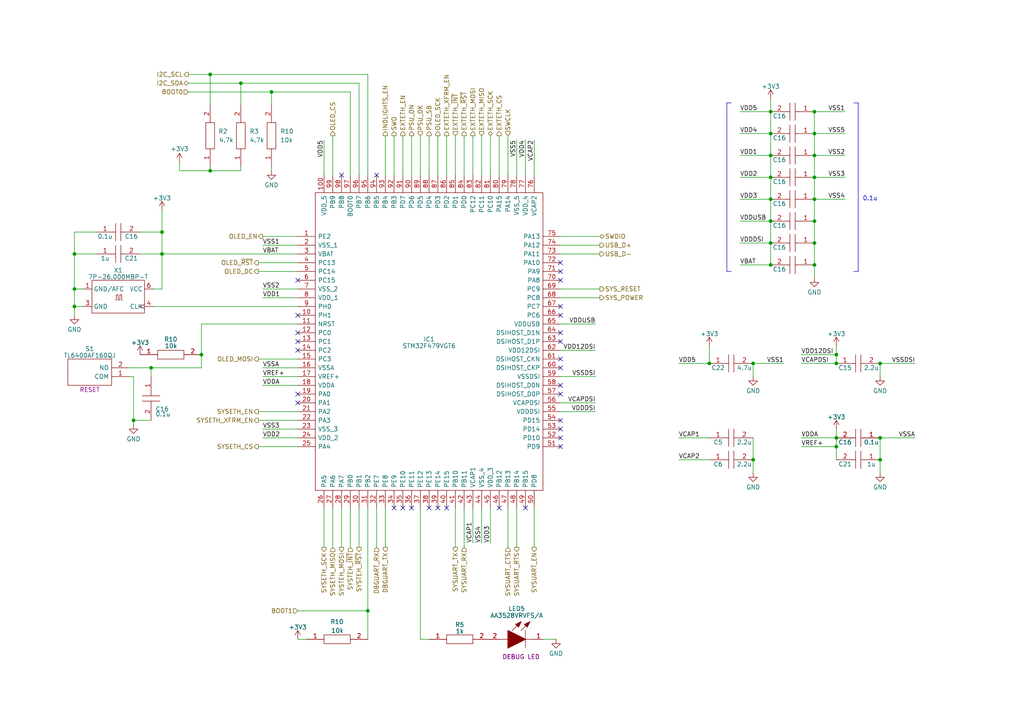
<source format=kicad_sch>
(kicad_sch (version 20230121) (generator eeschema)

  (uuid 4231e207-b877-4cf7-a18c-80ad31ffa04e)

  (paper "A4")

  (title_block
    (title "Oro Link")
    (date "2023-07-15")
    (rev "6")
    (company "Oro Operating System")
    (comment 1 "://oro.sh")
    (comment 2 "Joshua Lee Junon")
  )

  (lib_symbols
    (symbol "Oro:7P-26.000MBP-T" (in_bom yes) (on_board yes)
      (property "Reference" "X" (at 10.16 3.81 0)
        (effects (font (size 1.27 1.27)))
      )
      (property "Value" "7P-26.000MBP-T" (at 10.16 1.27 0)
        (effects (font (size 1.27 1.27)))
      )
      (property "Footprint" "Oro Footprints:7P-26.000MBP-T" (at 2.54 0 0)
        (effects (font (size 1.27 1.27)) hide)
      )
      (property "Datasheet" "https://www.mouser.de/datasheet/2/417/7p-522462.pdf" (at 10.16 -16.51 0)
        (effects (font (size 1.27 1.27)) hide)
      )
      (property "Manufacturer_Name" "TXC Corporation" (at 22.86 2.54 0)
        (effects (font (size 1.27 1.27)) (justify left) hide)
      )
      (property "Manufacturer_Part_Number" "7P-26.000MBP-T" (at 2.54 -12.7 0)
        (effects (font (size 1.27 1.27)) (justify left) hide)
      )
      (property "Mouser Part Number" "717-7P-26.000MBP-T" (at 15.24 5.08 0)
        (effects (font (size 1.27 1.27)) (justify left) hide)
      )
      (property "Mouser Price/Stock" "https://www.mouser.de/ProductDetail/TXC-Corporation/7P-26.000MBP-T" (at 0 -11.43 0)
        (effects (font (size 1.27 1.27)) (justify left) hide)
      )
      (property "ki_description" "Standard Clock Oscillators 26MHz 3.3Volt .28ppm -40C +85C" (at 0 0 0)
        (effects (font (size 1.27 1.27)) hide)
      )
      (symbol "7P-26.000MBP-T_0_1"
        (polyline
          (pts
            (xy 9.3633 -5.7362)
            (xy 9.6173 -5.7362)
            (xy 9.6173 -4.2122)
            (xy 10.1253 -4.2122)
            (xy 10.1253 -5.7362)
            (xy 10.6333 -5.7362)
            (xy 10.6333 -4.2122)
            (xy 11.1413 -4.2122)
            (xy 11.1413 -5.7362)
            (xy 11.3953 -5.7362)
          )
          (stroke (width 0) (type default))
          (fill (type none))
        )
        (rectangle (start 2.54 0) (end 17.78 -9.525)
          (stroke (width 0) (type default))
          (fill (type none))
        )
      )
      (symbol "7P-26.000MBP-T_1_1"
        (pin power_out line (at 0 -2.54 0) (length 2.54)
          (name "GND/AFC" (effects (font (size 1.27 1.27))))
          (number "1" (effects (font (size 1.27 1.27))))
        )
        (pin power_out line (at 0 -7.62 0) (length 2.54)
          (name "GND" (effects (font (size 1.27 1.27))))
          (number "3" (effects (font (size 1.27 1.27))))
        )
        (pin output clock (at 20.32 -7.62 180) (length 2.54)
          (name "CLK" (effects (font (size 1.27 1.27))))
          (number "4" (effects (font (size 1.27 1.27))))
        )
        (pin power_in line (at 20.32 -2.54 180) (length 2.54)
          (name "VCC" (effects (font (size 1.27 1.27))))
          (number "6" (effects (font (size 1.27 1.27))))
        )
      )
    )
    (symbol "Oro:MSAST1L3YB5104KFNA01" (pin_names (offset 0.762)) (in_bom yes) (on_board yes)
      (property "Reference" "C" (at 8.89 6.35 0)
        (effects (font (size 1.27 1.27)) (justify left))
      )
      (property "Value" "MSAST1L3YB5104KFNA01" (at 8.89 3.81 0)
        (effects (font (size 1.27 1.27)) (justify left))
      )
      (property "Footprint" "CAPC1005X33N" (at 8.89 1.27 0)
        (effects (font (size 1.27 1.27)) (justify left) hide)
      )
      (property "Datasheet" "https://www.mouser.de/datasheet/2/396/TaiyoYuden_MSAST1L3YB5104KFNA01_SS-3009733.pdf" (at 8.89 -1.27 0)
        (effects (font (size 1.27 1.27)) (justify left) hide)
      )
      (property "Description" "Multilayer Ceramic Capacitors MLCC - SMD/SMT 0402 25VDC 0.1uF 10% X5R" (at 8.89 -3.81 0)
        (effects (font (size 1.27 1.27)) (justify left) hide)
      )
      (property "Height" "0.33" (at 8.89 -6.35 0)
        (effects (font (size 1.27 1.27)) (justify left) hide)
      )
      (property "Manufacturer_Name" "TAIYO YUDEN" (at 8.89 -8.89 0)
        (effects (font (size 1.27 1.27)) (justify left) hide)
      )
      (property "Manufacturer_Part_Number" "MSAST1L3YB5104KFNA01" (at 8.89 -11.43 0)
        (effects (font (size 1.27 1.27)) (justify left) hide)
      )
      (property "Mouser Part Number" "963-MSAST1L3YB5104KF" (at 8.89 -13.97 0)
        (effects (font (size 1.27 1.27)) (justify left) hide)
      )
      (property "Mouser Price/Stock" "https://www.mouser.de/ProductDetail/TAIYO-YUDEN/MSAST1L3YB5104KFNA01?qs=tlsG%2FOw5FFhBwK%252BMwEZpCA%3D%3D" (at 8.89 -16.51 0)
        (effects (font (size 1.27 1.27)) (justify left) hide)
      )
      (property "Arrow Part Number" "" (at 8.89 -19.05 0)
        (effects (font (size 1.27 1.27)) (justify left) hide)
      )
      (property "Arrow Price/Stock" "" (at 8.89 -21.59 0)
        (effects (font (size 1.27 1.27)) (justify left) hide)
      )
      (property "ki_description" "Multilayer Ceramic Capacitors MLCC - SMD/SMT 0402 25VDC 0.1uF 10% X5R" (at 0 0 0)
        (effects (font (size 1.27 1.27)) hide)
      )
      (symbol "MSAST1L3YB5104KFNA01_0_0"
        (pin passive line (at 0 0 0) (length 5.08)
          (name "~" (effects (font (size 1.27 1.27))))
          (number "1" (effects (font (size 1.27 1.27))))
        )
        (pin passive line (at 12.7 0 180) (length 5.08)
          (name "~" (effects (font (size 1.27 1.27))))
          (number "2" (effects (font (size 1.27 1.27))))
        )
      )
      (symbol "MSAST1L3YB5104KFNA01_0_1"
        (polyline
          (pts
            (xy 5.08 0)
            (xy 5.588 0)
          )
          (stroke (width 0.1524) (type solid))
          (fill (type none))
        )
        (polyline
          (pts
            (xy 5.588 2.54)
            (xy 5.588 -2.54)
          )
          (stroke (width 0.1524) (type solid))
          (fill (type none))
        )
        (polyline
          (pts
            (xy 7.112 0)
            (xy 7.62 0)
          )
          (stroke (width 0.1524) (type solid))
          (fill (type none))
        )
        (polyline
          (pts
            (xy 7.112 2.54)
            (xy 7.112 -2.54)
          )
          (stroke (width 0.1524) (type solid))
          (fill (type none))
        )
      )
    )
    (symbol "SamacSys_Parts:0603YD105KAT2A" (pin_names (offset 0.762)) (in_bom yes) (on_board yes)
      (property "Reference" "C" (at 8.89 6.35 0)
        (effects (font (size 1.27 1.27)) (justify left))
      )
      (property "Value" "0603YD105KAT2A" (at 8.89 3.81 0)
        (effects (font (size 1.27 1.27)) (justify left))
      )
      (property "Footprint" "CAPC1608X90N" (at 8.89 1.27 0)
        (effects (font (size 1.27 1.27)) (justify left) hide)
      )
      (property "Datasheet" "http://datasheets.avx.com/cx5r.pdf" (at 8.89 -1.27 0)
        (effects (font (size 1.27 1.27)) (justify left) hide)
      )
      (property "Description" "AVX 1uF  /-10% 16 V dc X5R Dielectric SMD Ceramic Multilayer Capacitor 0603" (at 8.89 -3.81 0)
        (effects (font (size 1.27 1.27)) (justify left) hide)
      )
      (property "Height" "0.9" (at 8.89 -6.35 0)
        (effects (font (size 1.27 1.27)) (justify left) hide)
      )
      (property "Manufacturer_Name" "AVX" (at 8.89 -8.89 0)
        (effects (font (size 1.27 1.27)) (justify left) hide)
      )
      (property "Manufacturer_Part_Number" "0603YD105KAT2A" (at 8.89 -11.43 0)
        (effects (font (size 1.27 1.27)) (justify left) hide)
      )
      (property "Mouser Part Number" "581-0603YD105K" (at 8.89 -13.97 0)
        (effects (font (size 1.27 1.27)) (justify left) hide)
      )
      (property "Mouser Price/Stock" "https://www.mouser.co.uk/ProductDetail/AVX/0603YD105KAT2A?qs=Gc704lYbI0yxwip%252B5td8dA%3D%3D" (at 8.89 -16.51 0)
        (effects (font (size 1.27 1.27)) (justify left) hide)
      )
      (property "Arrow Part Number" "0603YD105KAT2A" (at 8.89 -19.05 0)
        (effects (font (size 1.27 1.27)) (justify left) hide)
      )
      (property "Arrow Price/Stock" "https://www.arrow.com/en/products/0603yd105kat2a/avx" (at 8.89 -21.59 0)
        (effects (font (size 1.27 1.27)) (justify left) hide)
      )
      (property "ki_description" "AVX 1uF  /-10% 16 V dc X5R Dielectric SMD Ceramic Multilayer Capacitor 0603" (at 0 0 0)
        (effects (font (size 1.27 1.27)) hide)
      )
      (symbol "0603YD105KAT2A_0_0"
        (pin passive line (at 0 0 0) (length 5.08)
          (name "~" (effects (font (size 1.27 1.27))))
          (number "1" (effects (font (size 1.27 1.27))))
        )
        (pin passive line (at 12.7 0 180) (length 5.08)
          (name "~" (effects (font (size 1.27 1.27))))
          (number "2" (effects (font (size 1.27 1.27))))
        )
      )
      (symbol "0603YD105KAT2A_0_1"
        (polyline
          (pts
            (xy 5.08 0)
            (xy 5.588 0)
          )
          (stroke (width 0.1524) (type solid))
          (fill (type none))
        )
        (polyline
          (pts
            (xy 5.588 2.54)
            (xy 5.588 -2.54)
          )
          (stroke (width 0.1524) (type solid))
          (fill (type none))
        )
        (polyline
          (pts
            (xy 7.112 0)
            (xy 7.62 0)
          )
          (stroke (width 0.1524) (type solid))
          (fill (type none))
        )
        (polyline
          (pts
            (xy 7.112 2.54)
            (xy 7.112 -2.54)
          )
          (stroke (width 0.1524) (type solid))
          (fill (type none))
        )
      )
    )
    (symbol "SamacSys_Parts:AA3528VRVFS_A" (pin_names (offset 0.762)) (in_bom yes) (on_board yes)
      (property "Reference" "LED" (at 12.7 8.89 0)
        (effects (font (size 1.27 1.27)) (justify left bottom))
      )
      (property "Value" "AA3528VRVFS_A" (at 12.7 6.35 0)
        (effects (font (size 1.27 1.27)) (justify left bottom))
      )
      (property "Footprint" "AA3528VRVFSA" (at 12.7 3.81 0)
        (effects (font (size 1.27 1.27)) (justify left bottom) hide)
      )
      (property "Datasheet" "https://mouser.componentsearchengine.com/Datasheets/1/AA3528VRVFS_A.pdf" (at 12.7 1.27 0)
        (effects (font (size 1.27 1.27)) (justify left bottom) hide)
      )
      (property "Description" "LED Uni-Color Violet 2-Pin SMD T/R" (at 12.7 -1.27 0)
        (effects (font (size 1.27 1.27)) (justify left bottom) hide)
      )
      (property "Height" "2.1" (at 12.7 -3.81 0)
        (effects (font (size 1.27 1.27)) (justify left bottom) hide)
      )
      (property "Manufacturer_Name" "Kingbright" (at 12.7 -6.35 0)
        (effects (font (size 1.27 1.27)) (justify left bottom) hide)
      )
      (property "Manufacturer_Part_Number" "AA3528VRVFS/A" (at 12.7 -8.89 0)
        (effects (font (size 1.27 1.27)) (justify left bottom) hide)
      )
      (property "Mouser Part Number" "604-AA3528VRVFS/A" (at 12.7 -11.43 0)
        (effects (font (size 1.27 1.27)) (justify left bottom) hide)
      )
      (property "Mouser Price/Stock" "https://www.mouser.co.uk/ProductDetail/Kingbright/AA3528VRVFS-A?qs=rY7msk5yxfb63mh907EyRA%3D%3D" (at 12.7 -13.97 0)
        (effects (font (size 1.27 1.27)) (justify left bottom) hide)
      )
      (property "Arrow Part Number" "AA3528VRVFS/A" (at 12.7 -16.51 0)
        (effects (font (size 1.27 1.27)) (justify left bottom) hide)
      )
      (property "Arrow Price/Stock" "https://www.arrow.com/en/products/aa3528vrvfsa/kingbright?region=nac" (at 12.7 -19.05 0)
        (effects (font (size 1.27 1.27)) (justify left bottom) hide)
      )
      (property "Mouser Testing Part Number" "" (at 12.7 -21.59 0)
        (effects (font (size 1.27 1.27)) (justify left bottom) hide)
      )
      (property "Mouser Testing Price/Stock" "" (at 12.7 -24.13 0)
        (effects (font (size 1.27 1.27)) (justify left bottom) hide)
      )
      (property "ki_description" "LED Uni-Color Violet 2-Pin SMD T/R" (at 0 0 0)
        (effects (font (size 1.27 1.27)) hide)
      )
      (symbol "AA3528VRVFS_A_0_0"
        (pin passive line (at 0 0 0) (length 2.54)
          (name "~" (effects (font (size 1.27 1.27))))
          (number "1" (effects (font (size 1.27 1.27))))
        )
        (pin passive line (at 15.24 0 180) (length 2.54)
          (name "~" (effects (font (size 1.27 1.27))))
          (number "2" (effects (font (size 1.27 1.27))))
        )
      )
      (symbol "AA3528VRVFS_A_0_1"
        (polyline
          (pts
            (xy 2.54 0)
            (xy 5.08 0)
          )
          (stroke (width 0.1524) (type default))
          (fill (type none))
        )
        (polyline
          (pts
            (xy 5.08 2.54)
            (xy 5.08 -2.54)
          )
          (stroke (width 0.1524) (type default))
          (fill (type none))
        )
        (polyline
          (pts
            (xy 6.35 2.54)
            (xy 3.81 5.08)
          )
          (stroke (width 0.1524) (type default))
          (fill (type none))
        )
        (polyline
          (pts
            (xy 8.89 2.54)
            (xy 6.35 5.08)
          )
          (stroke (width 0.1524) (type default))
          (fill (type none))
        )
        (polyline
          (pts
            (xy 10.16 0)
            (xy 12.7 0)
          )
          (stroke (width 0.1524) (type default))
          (fill (type none))
        )
        (polyline
          (pts
            (xy 5.08 0)
            (xy 10.16 2.54)
            (xy 10.16 -2.54)
            (xy 5.08 0)
          )
          (stroke (width 0.254) (type default))
          (fill (type outline))
        )
        (polyline
          (pts
            (xy 5.334 4.318)
            (xy 4.572 3.556)
            (xy 3.81 5.08)
            (xy 5.334 4.318)
          )
          (stroke (width 0.254) (type default))
          (fill (type outline))
        )
        (polyline
          (pts
            (xy 7.874 4.318)
            (xy 7.112 3.556)
            (xy 6.35 5.08)
            (xy 7.874 4.318)
          )
          (stroke (width 0.254) (type default))
          (fill (type outline))
        )
      )
    )
    (symbol "SamacSys_Parts:CL10A225KP8NNNC" (pin_names (offset 0.762)) (in_bom yes) (on_board yes)
      (property "Reference" "C" (at 8.89 6.35 0)
        (effects (font (size 1.27 1.27)) (justify left))
      )
      (property "Value" "CL10A225KP8NNNC" (at 8.89 3.81 0)
        (effects (font (size 1.27 1.27)) (justify left))
      )
      (property "Footprint" "CAPC1608X90N" (at 8.89 1.27 0)
        (effects (font (size 1.27 1.27)) (justify left) hide)
      )
      (property "Datasheet" "https://datasheet.datasheetarchive.com/originals/distributors/Datasheets-DGA10/2411103.pdf" (at 8.89 -1.27 0)
        (effects (font (size 1.27 1.27)) (justify left) hide)
      )
      (property "Description" "Samsung Electro-Mechanics 0603 CL 2.2uF Ceramic Multilayer Capacitor, 10 V, +85C, X5R Dielectric, +/-10% SMD" (at 8.89 -3.81 0)
        (effects (font (size 1.27 1.27)) (justify left) hide)
      )
      (property "Height" "0.9" (at 8.89 -6.35 0)
        (effects (font (size 1.27 1.27)) (justify left) hide)
      )
      (property "Manufacturer_Name" "SAMSUNG" (at 8.89 -8.89 0)
        (effects (font (size 1.27 1.27)) (justify left) hide)
      )
      (property "Manufacturer_Part_Number" "CL10A225KP8NNNC" (at 8.89 -11.43 0)
        (effects (font (size 1.27 1.27)) (justify left) hide)
      )
      (property "Mouser Part Number" "187-CL10A225KP8NNNC" (at 8.89 -13.97 0)
        (effects (font (size 1.27 1.27)) (justify left) hide)
      )
      (property "Mouser Price/Stock" "https://www.mouser.co.uk/ProductDetail/Samsung-Electro-Mechanics/CL10A225KP8NNNC?qs=hqM3L16%252Bxldb5UYUGQVB5Q%3D%3D" (at 8.89 -16.51 0)
        (effects (font (size 1.27 1.27)) (justify left) hide)
      )
      (property "Arrow Part Number" "CL10A225KP8NNNC" (at 8.89 -19.05 0)
        (effects (font (size 1.27 1.27)) (justify left) hide)
      )
      (property "Arrow Price/Stock" "https://www.arrow.com/en/products/cl10a225kp8nnnc/samsung-electro-mechanics?region=europe" (at 8.89 -21.59 0)
        (effects (font (size 1.27 1.27)) (justify left) hide)
      )
      (property "ki_description" "Samsung Electro-Mechanics 0603 CL 2.2uF Ceramic Multilayer Capacitor, 10 V, +85C, X5R Dielectric, +/-10% SMD" (at 0 0 0)
        (effects (font (size 1.27 1.27)) hide)
      )
      (symbol "CL10A225KP8NNNC_0_0"
        (pin passive line (at 0 0 0) (length 5.08)
          (name "~" (effects (font (size 1.27 1.27))))
          (number "1" (effects (font (size 1.27 1.27))))
        )
        (pin passive line (at 12.7 0 180) (length 5.08)
          (name "~" (effects (font (size 1.27 1.27))))
          (number "2" (effects (font (size 1.27 1.27))))
        )
      )
      (symbol "CL10A225KP8NNNC_0_1"
        (polyline
          (pts
            (xy 5.08 0)
            (xy 5.588 0)
          )
          (stroke (width 0.1524) (type solid))
          (fill (type none))
        )
        (polyline
          (pts
            (xy 5.588 2.54)
            (xy 5.588 -2.54)
          )
          (stroke (width 0.1524) (type solid))
          (fill (type none))
        )
        (polyline
          (pts
            (xy 7.112 0)
            (xy 7.62 0)
          )
          (stroke (width 0.1524) (type solid))
          (fill (type none))
        )
        (polyline
          (pts
            (xy 7.112 2.54)
            (xy 7.112 -2.54)
          )
          (stroke (width 0.1524) (type solid))
          (fill (type none))
        )
      )
    )
    (symbol "SamacSys_Parts:CL21A475KOFNNNE" (pin_names (offset 0.762)) (in_bom yes) (on_board yes)
      (property "Reference" "C" (at 8.89 6.35 0)
        (effects (font (size 1.27 1.27)) (justify left))
      )
      (property "Value" "CL21A475KOFNNNE" (at 8.89 3.81 0)
        (effects (font (size 1.27 1.27)) (justify left))
      )
      (property "Footprint" "CAPC2012X135N" (at 8.89 1.27 0)
        (effects (font (size 1.27 1.27)) (justify left) hide)
      )
      (property "Datasheet" "https://datasheet.datasheetarchive.com/originals/distributors/Datasheets_SAMA/817807cf665cbb43e2eb1572e3d26dfa.pdf" (at 8.89 -1.27 0)
        (effects (font (size 1.27 1.27)) (justify left) hide)
      )
      (property "Description" "Samsung Electro-Mechanics CL21A475KOFNNNE 4.7uF Ceramic Multilayer Capacitor 16V dc +/-10% Tolerance SMD" (at 8.89 -3.81 0)
        (effects (font (size 1.27 1.27)) (justify left) hide)
      )
      (property "Height" "1.35" (at 8.89 -6.35 0)
        (effects (font (size 1.27 1.27)) (justify left) hide)
      )
      (property "Manufacturer_Name" "SAMSUNG" (at 8.89 -8.89 0)
        (effects (font (size 1.27 1.27)) (justify left) hide)
      )
      (property "Manufacturer_Part_Number" "CL21A475KOFNNNE" (at 8.89 -11.43 0)
        (effects (font (size 1.27 1.27)) (justify left) hide)
      )
      (property "Mouser Part Number" "187-CL21A475KOFNNNE" (at 8.89 -13.97 0)
        (effects (font (size 1.27 1.27)) (justify left) hide)
      )
      (property "Mouser Price/Stock" "https://www.mouser.co.uk/ProductDetail/Samsung-Electro-Mechanics/CL21A475KOFNNNE?qs=yOVawPpwOwlqsH7zjiqEfQ%3D%3D" (at 8.89 -16.51 0)
        (effects (font (size 1.27 1.27)) (justify left) hide)
      )
      (property "Arrow Part Number" "CL21A475KOFNNNE" (at 8.89 -19.05 0)
        (effects (font (size 1.27 1.27)) (justify left) hide)
      )
      (property "Arrow Price/Stock" "https://www.arrow.com/en/products/cl21a475kofnnne/samsung-electro-mechanics?region=europe" (at 8.89 -21.59 0)
        (effects (font (size 1.27 1.27)) (justify left) hide)
      )
      (property "ki_description" "Samsung Electro-Mechanics CL21A475KOFNNNE 4.7uF Ceramic Multilayer Capacitor 16V dc +/-10% Tolerance SMD" (at 0 0 0)
        (effects (font (size 1.27 1.27)) hide)
      )
      (symbol "CL21A475KOFNNNE_0_0"
        (pin passive line (at 0 0 0) (length 5.08)
          (name "~" (effects (font (size 1.27 1.27))))
          (number "1" (effects (font (size 1.27 1.27))))
        )
        (pin passive line (at 12.7 0 180) (length 5.08)
          (name "~" (effects (font (size 1.27 1.27))))
          (number "2" (effects (font (size 1.27 1.27))))
        )
      )
      (symbol "CL21A475KOFNNNE_0_1"
        (polyline
          (pts
            (xy 5.08 0)
            (xy 5.588 0)
          )
          (stroke (width 0.1524) (type solid))
          (fill (type none))
        )
        (polyline
          (pts
            (xy 5.588 2.54)
            (xy 5.588 -2.54)
          )
          (stroke (width 0.1524) (type solid))
          (fill (type none))
        )
        (polyline
          (pts
            (xy 7.112 0)
            (xy 7.62 0)
          )
          (stroke (width 0.1524) (type solid))
          (fill (type none))
        )
        (polyline
          (pts
            (xy 7.112 2.54)
            (xy 7.112 -2.54)
          )
          (stroke (width 0.1524) (type solid))
          (fill (type none))
        )
      )
    )
    (symbol "SamacSys_Parts:CRCW04024K70FKEDHP" (pin_names (offset 0.762)) (in_bom yes) (on_board yes)
      (property "Reference" "R" (at 13.97 6.35 0)
        (effects (font (size 1.27 1.27)) (justify left))
      )
      (property "Value" "CRCW04024K70FKEDHP" (at 13.97 3.81 0)
        (effects (font (size 1.27 1.27)) (justify left))
      )
      (property "Footprint" "RESC1005X40N" (at 13.97 1.27 0)
        (effects (font (size 1.27 1.27)) (justify left) hide)
      )
      (property "Datasheet" "http://www.vishay.com/docs/20035/dcrcwe3.pdf" (at 13.97 -1.27 0)
        (effects (font (size 1.27 1.27)) (justify left) hide)
      )
      (property "Description" "CRCW Power Resistor 0402 0.063W 4K7 Vishay CRCW Series Thick Film Power Resistor 0402 Case 4.7k +/-1% 0.125W +/-100ppm/K" (at 13.97 -3.81 0)
        (effects (font (size 1.27 1.27)) (justify left) hide)
      )
      (property "Height" "0.4" (at 13.97 -6.35 0)
        (effects (font (size 1.27 1.27)) (justify left) hide)
      )
      (property "Manufacturer_Name" "Vishay" (at 13.97 -8.89 0)
        (effects (font (size 1.27 1.27)) (justify left) hide)
      )
      (property "Manufacturer_Part_Number" "CRCW04024K70FKEDHP" (at 13.97 -11.43 0)
        (effects (font (size 1.27 1.27)) (justify left) hide)
      )
      (property "Mouser Part Number" "71-CRCW04024K70FKEDH" (at 13.97 -13.97 0)
        (effects (font (size 1.27 1.27)) (justify left) hide)
      )
      (property "Mouser Price/Stock" "https://www.mouser.co.uk/ProductDetail/Vishay-Dale/CRCW04024K70FKEDHP?qs=k2%2FDWSARqgH3ASlI4vM3KQ%3D%3D" (at 13.97 -16.51 0)
        (effects (font (size 1.27 1.27)) (justify left) hide)
      )
      (property "Arrow Part Number" "CRCW04024K70FKEDHP" (at 13.97 -19.05 0)
        (effects (font (size 1.27 1.27)) (justify left) hide)
      )
      (property "Arrow Price/Stock" "https://www.arrow.com/en/products/crcw04024k70fkedhp/vishay?region=nac" (at 13.97 -21.59 0)
        (effects (font (size 1.27 1.27)) (justify left) hide)
      )
      (property "ki_description" "CRCW Power Resistor 0402 0.063W 4K7 Vishay CRCW Series Thick Film Power Resistor 0402 Case 4.7k +/-1% 0.125W +/-100ppm/K" (at 0 0 0)
        (effects (font (size 1.27 1.27)) hide)
      )
      (symbol "CRCW04024K70FKEDHP_0_0"
        (pin passive line (at 0 0 0) (length 5.08)
          (name "~" (effects (font (size 1.27 1.27))))
          (number "1" (effects (font (size 1.27 1.27))))
        )
        (pin passive line (at 17.78 0 180) (length 5.08)
          (name "~" (effects (font (size 1.27 1.27))))
          (number "2" (effects (font (size 1.27 1.27))))
        )
      )
      (symbol "CRCW04024K70FKEDHP_0_1"
        (polyline
          (pts
            (xy 5.08 1.27)
            (xy 12.7 1.27)
            (xy 12.7 -1.27)
            (xy 5.08 -1.27)
            (xy 5.08 1.27)
          )
          (stroke (width 0.1524) (type solid))
          (fill (type none))
        )
      )
    )
    (symbol "SamacSys_Parts:RK73H1ETTP1002F" (pin_names (offset 0.762)) (in_bom yes) (on_board yes)
      (property "Reference" "R" (at 13.97 6.35 0)
        (effects (font (size 1.27 1.27)) (justify left))
      )
      (property "Value" "RK73H1ETTP1002F" (at 13.97 3.81 0)
        (effects (font (size 1.27 1.27)) (justify left))
      )
      (property "Footprint" "RESC1005X40N" (at 13.97 1.27 0)
        (effects (font (size 1.27 1.27)) (justify left) hide)
      )
      (property "Datasheet" "http://www.koaspeer.com/catimages/Products/RK73-RT/RK73-RT.pdf" (at 13.97 -1.27 0)
        (effects (font (size 1.27 1.27)) (justify left) hide)
      )
      (property "Description" "Resistor,ThickFilm1005,0.063W,10kohm" (at 13.97 -3.81 0)
        (effects (font (size 1.27 1.27)) (justify left) hide)
      )
      (property "Height" "0.4" (at 13.97 -6.35 0)
        (effects (font (size 1.27 1.27)) (justify left) hide)
      )
      (property "Manufacturer_Name" "KOA Speer" (at 13.97 -8.89 0)
        (effects (font (size 1.27 1.27)) (justify left) hide)
      )
      (property "Manufacturer_Part_Number" "RK73H1ETTP1002F" (at 13.97 -11.43 0)
        (effects (font (size 1.27 1.27)) (justify left) hide)
      )
      (property "Mouser Part Number" "660-RK73H1ETTP1002F" (at 13.97 -13.97 0)
        (effects (font (size 1.27 1.27)) (justify left) hide)
      )
      (property "Mouser Price/Stock" "https://www.mouser.co.uk/ProductDetail/KOA-Speer/RK73H1ETTP1002F?qs=uLfVlVfCHH2OZ4JTybrBPQ%3D%3D" (at 13.97 -16.51 0)
        (effects (font (size 1.27 1.27)) (justify left) hide)
      )
      (property "Arrow Part Number" "RK73H1ETTP1002F" (at 13.97 -19.05 0)
        (effects (font (size 1.27 1.27)) (justify left) hide)
      )
      (property "Arrow Price/Stock" "https://www.arrow.com/en/products/rk73h1ettp1002f/koa-speer-electronics?region=nac" (at 13.97 -21.59 0)
        (effects (font (size 1.27 1.27)) (justify left) hide)
      )
      (property "ki_description" "Resistor,ThickFilm1005,0.063W,10kohm" (at 0 0 0)
        (effects (font (size 1.27 1.27)) hide)
      )
      (symbol "RK73H1ETTP1002F_0_0"
        (pin passive line (at 0 0 0) (length 5.08)
          (name "~" (effects (font (size 1.27 1.27))))
          (number "1" (effects (font (size 1.27 1.27))))
        )
        (pin passive line (at 17.78 0 180) (length 5.08)
          (name "~" (effects (font (size 1.27 1.27))))
          (number "2" (effects (font (size 1.27 1.27))))
        )
      )
      (symbol "RK73H1ETTP1002F_0_1"
        (polyline
          (pts
            (xy 5.08 1.27)
            (xy 12.7 1.27)
            (xy 12.7 -1.27)
            (xy 5.08 -1.27)
            (xy 5.08 1.27)
          )
          (stroke (width 0.1524) (type solid))
          (fill (type none))
        )
      )
    )
    (symbol "SamacSys_Parts:SG73P2ATTD102J" (pin_names (offset 0.762)) (in_bom yes) (on_board yes)
      (property "Reference" "R" (at 13.97 6.35 0)
        (effects (font (size 1.27 1.27)) (justify left))
      )
      (property "Value" "SG73P2ATTD102J" (at 13.97 3.81 0)
        (effects (font (size 1.27 1.27)) (justify left))
      )
      (property "Footprint" "RESC2012X60N" (at 13.97 1.27 0)
        (effects (font (size 1.27 1.27)) (justify left) hide)
      )
      (property "Datasheet" "https://componentsearchengine.com/Datasheets/1/SG73P2ATTD102J.pdf" (at 13.97 -1.27 0)
        (effects (font (size 1.27 1.27)) (justify left) hide)
      )
      (property "Description" "Thick Film Resistors - SMD 0.25W 1Kohm 5% 200ppm Anti-Pulse" (at 13.97 -3.81 0)
        (effects (font (size 1.27 1.27)) (justify left) hide)
      )
      (property "Height" "0.6" (at 13.97 -6.35 0)
        (effects (font (size 1.27 1.27)) (justify left) hide)
      )
      (property "Manufacturer_Name" "KOA Speer" (at 13.97 -8.89 0)
        (effects (font (size 1.27 1.27)) (justify left) hide)
      )
      (property "Manufacturer_Part_Number" "SG73P2ATTD102J" (at 13.97 -11.43 0)
        (effects (font (size 1.27 1.27)) (justify left) hide)
      )
      (property "Mouser Part Number" "660-SG73P2ATTD102J" (at 13.97 -13.97 0)
        (effects (font (size 1.27 1.27)) (justify left) hide)
      )
      (property "Mouser Price/Stock" "https://www.mouser.com/Search/Refine.aspx?Keyword=660-SG73P2ATTD102J" (at 13.97 -16.51 0)
        (effects (font (size 1.27 1.27)) (justify left) hide)
      )
      (property "Arrow Part Number" "" (at 13.97 -19.05 0)
        (effects (font (size 1.27 1.27)) (justify left) hide)
      )
      (property "Arrow Price/Stock" "" (at 13.97 -21.59 0)
        (effects (font (size 1.27 1.27)) (justify left) hide)
      )
      (property "Mouser Testing Part Number" "" (at 13.97 -24.13 0)
        (effects (font (size 1.27 1.27)) (justify left) hide)
      )
      (property "Mouser Testing Price/Stock" "" (at 13.97 -26.67 0)
        (effects (font (size 1.27 1.27)) (justify left) hide)
      )
      (property "ki_description" "Thick Film Resistors - SMD 0.25W 1Kohm 5% 200ppm Anti-Pulse" (at 0 0 0)
        (effects (font (size 1.27 1.27)) hide)
      )
      (symbol "SG73P2ATTD102J_0_0"
        (pin passive line (at 0 0 0) (length 5.08)
          (name "~" (effects (font (size 1.27 1.27))))
          (number "1" (effects (font (size 1.27 1.27))))
        )
        (pin passive line (at 17.78 0 180) (length 5.08)
          (name "~" (effects (font (size 1.27 1.27))))
          (number "2" (effects (font (size 1.27 1.27))))
        )
      )
      (symbol "SG73P2ATTD102J_0_1"
        (polyline
          (pts
            (xy 5.08 1.27)
            (xy 12.7 1.27)
            (xy 12.7 -1.27)
            (xy 5.08 -1.27)
            (xy 5.08 1.27)
          )
          (stroke (width 0.1524) (type solid))
          (fill (type none))
        )
      )
    )
    (symbol "SamacSys_Parts:STM32F479VGT6" (pin_names (offset 0.762)) (in_bom yes) (on_board yes)
      (property "Reference" "IC" (at 72.39 17.78 0)
        (effects (font (size 1.27 1.27)) (justify left))
      )
      (property "Value" "STM32F479VGT6" (at 72.39 15.24 0)
        (effects (font (size 1.27 1.27)) (justify left))
      )
      (property "Footprint" "QFP50P1600X1600X160-100N" (at 72.39 12.7 0)
        (effects (font (size 1.27 1.27)) (justify left) hide)
      )
      (property "Datasheet" "https://datasheet.datasheetarchive.com/originals/distributors/DKDS41/DSANUWW0028572.pdf" (at 72.39 10.16 0)
        (effects (font (size 1.27 1.27)) (justify left) hide)
      )
      (property "Description" "ARM Microcontrollers - MCU 16/32-BITS MICROS" (at 72.39 7.62 0)
        (effects (font (size 1.27 1.27)) (justify left) hide)
      )
      (property "Height" "1.6" (at 72.39 5.08 0)
        (effects (font (size 1.27 1.27)) (justify left) hide)
      )
      (property "Manufacturer_Name" "STMicroelectronics" (at 72.39 2.54 0)
        (effects (font (size 1.27 1.27)) (justify left) hide)
      )
      (property "Manufacturer_Part_Number" "STM32F479VGT6" (at 72.39 0 0)
        (effects (font (size 1.27 1.27)) (justify left) hide)
      )
      (property "Mouser Part Number" "511-STM32F479VGT6" (at 72.39 -2.54 0)
        (effects (font (size 1.27 1.27)) (justify left) hide)
      )
      (property "Mouser Price/Stock" "https://www.mouser.co.uk/ProductDetail/STMicroelectronics/STM32F479VGT6?qs=o7IDWEFmXKADp8QFprcgSQ%3D%3D" (at 72.39 -5.08 0)
        (effects (font (size 1.27 1.27)) (justify left) hide)
      )
      (property "Arrow Part Number" "" (at 72.39 -7.62 0)
        (effects (font (size 1.27 1.27)) (justify left) hide)
      )
      (property "Arrow Price/Stock" "" (at 72.39 -10.16 0)
        (effects (font (size 1.27 1.27)) (justify left) hide)
      )
      (property "ki_description" "ARM Microcontrollers - MCU 16/32-BITS MICROS" (at 0 0 0)
        (effects (font (size 1.27 1.27)) hide)
      )
      (symbol "STM32F479VGT6_0_0"
        (pin passive line (at 0 0 0) (length 5.08)
          (name "PE2" (effects (font (size 1.27 1.27))))
          (number "1" (effects (font (size 1.27 1.27))))
        )
        (pin passive line (at 0 -22.86 0) (length 5.08)
          (name "PH1" (effects (font (size 1.27 1.27))))
          (number "10" (effects (font (size 1.27 1.27))))
        )
        (pin passive line (at 7.62 17.78 270) (length 5.08)
          (name "VDD_5" (effects (font (size 1.27 1.27))))
          (number "100" (effects (font (size 1.27 1.27))))
        )
        (pin passive line (at 0 -25.4 0) (length 5.08)
          (name "NRST" (effects (font (size 1.27 1.27))))
          (number "11" (effects (font (size 1.27 1.27))))
        )
        (pin passive line (at 0 -27.94 0) (length 5.08)
          (name "PC0" (effects (font (size 1.27 1.27))))
          (number "12" (effects (font (size 1.27 1.27))))
        )
        (pin passive line (at 0 -30.48 0) (length 5.08)
          (name "PC1" (effects (font (size 1.27 1.27))))
          (number "13" (effects (font (size 1.27 1.27))))
        )
        (pin passive line (at 0 -33.02 0) (length 5.08)
          (name "PC2" (effects (font (size 1.27 1.27))))
          (number "14" (effects (font (size 1.27 1.27))))
        )
        (pin passive line (at 0 -35.56 0) (length 5.08)
          (name "PC3" (effects (font (size 1.27 1.27))))
          (number "15" (effects (font (size 1.27 1.27))))
        )
        (pin passive line (at 0 -38.1 0) (length 5.08)
          (name "VSSA" (effects (font (size 1.27 1.27))))
          (number "16" (effects (font (size 1.27 1.27))))
        )
        (pin passive line (at 0 -40.64 0) (length 5.08)
          (name "VREF+" (effects (font (size 1.27 1.27))))
          (number "17" (effects (font (size 1.27 1.27))))
        )
        (pin passive line (at 0 -43.18 0) (length 5.08)
          (name "VDDA" (effects (font (size 1.27 1.27))))
          (number "18" (effects (font (size 1.27 1.27))))
        )
        (pin passive line (at 0 -45.72 0) (length 5.08)
          (name "PA0" (effects (font (size 1.27 1.27))))
          (number "19" (effects (font (size 1.27 1.27))))
        )
        (pin passive line (at 0 -2.54 0) (length 5.08)
          (name "VSS_1" (effects (font (size 1.27 1.27))))
          (number "2" (effects (font (size 1.27 1.27))))
        )
        (pin passive line (at 0 -48.26 0) (length 5.08)
          (name "PA1" (effects (font (size 1.27 1.27))))
          (number "20" (effects (font (size 1.27 1.27))))
        )
        (pin passive line (at 0 -50.8 0) (length 5.08)
          (name "PA2" (effects (font (size 1.27 1.27))))
          (number "21" (effects (font (size 1.27 1.27))))
        )
        (pin passive line (at 0 -53.34 0) (length 5.08)
          (name "PA3" (effects (font (size 1.27 1.27))))
          (number "22" (effects (font (size 1.27 1.27))))
        )
        (pin passive line (at 0 -55.88 0) (length 5.08)
          (name "VSS_3" (effects (font (size 1.27 1.27))))
          (number "23" (effects (font (size 1.27 1.27))))
        )
        (pin passive line (at 0 -58.42 0) (length 5.08)
          (name "VDD_2" (effects (font (size 1.27 1.27))))
          (number "24" (effects (font (size 1.27 1.27))))
        )
        (pin passive line (at 0 -60.96 0) (length 5.08)
          (name "PA4" (effects (font (size 1.27 1.27))))
          (number "25" (effects (font (size 1.27 1.27))))
        )
        (pin passive line (at 7.62 -78.74 90) (length 5.08)
          (name "PA5" (effects (font (size 1.27 1.27))))
          (number "26" (effects (font (size 1.27 1.27))))
        )
        (pin passive line (at 10.16 -78.74 90) (length 5.08)
          (name "PA6" (effects (font (size 1.27 1.27))))
          (number "27" (effects (font (size 1.27 1.27))))
        )
        (pin passive line (at 12.7 -78.74 90) (length 5.08)
          (name "PA7" (effects (font (size 1.27 1.27))))
          (number "28" (effects (font (size 1.27 1.27))))
        )
        (pin passive line (at 15.24 -78.74 90) (length 5.08)
          (name "PB0" (effects (font (size 1.27 1.27))))
          (number "29" (effects (font (size 1.27 1.27))))
        )
        (pin passive line (at 0 -5.08 0) (length 5.08)
          (name "VBAT" (effects (font (size 1.27 1.27))))
          (number "3" (effects (font (size 1.27 1.27))))
        )
        (pin passive line (at 17.78 -78.74 90) (length 5.08)
          (name "PB1" (effects (font (size 1.27 1.27))))
          (number "30" (effects (font (size 1.27 1.27))))
        )
        (pin passive line (at 20.32 -78.74 90) (length 5.08)
          (name "PB2" (effects (font (size 1.27 1.27))))
          (number "31" (effects (font (size 1.27 1.27))))
        )
        (pin passive line (at 22.86 -78.74 90) (length 5.08)
          (name "PE7" (effects (font (size 1.27 1.27))))
          (number "32" (effects (font (size 1.27 1.27))))
        )
        (pin passive line (at 25.4 -78.74 90) (length 5.08)
          (name "PE8" (effects (font (size 1.27 1.27))))
          (number "33" (effects (font (size 1.27 1.27))))
        )
        (pin passive line (at 27.94 -78.74 90) (length 5.08)
          (name "PE9" (effects (font (size 1.27 1.27))))
          (number "34" (effects (font (size 1.27 1.27))))
        )
        (pin passive line (at 30.48 -78.74 90) (length 5.08)
          (name "PE10" (effects (font (size 1.27 1.27))))
          (number "35" (effects (font (size 1.27 1.27))))
        )
        (pin passive line (at 33.02 -78.74 90) (length 5.08)
          (name "PE11" (effects (font (size 1.27 1.27))))
          (number "36" (effects (font (size 1.27 1.27))))
        )
        (pin passive line (at 35.56 -78.74 90) (length 5.08)
          (name "PE12" (effects (font (size 1.27 1.27))))
          (number "37" (effects (font (size 1.27 1.27))))
        )
        (pin passive line (at 38.1 -78.74 90) (length 5.08)
          (name "PE13" (effects (font (size 1.27 1.27))))
          (number "38" (effects (font (size 1.27 1.27))))
        )
        (pin passive line (at 40.64 -78.74 90) (length 5.08)
          (name "PE14" (effects (font (size 1.27 1.27))))
          (number "39" (effects (font (size 1.27 1.27))))
        )
        (pin passive line (at 0 -7.62 0) (length 5.08)
          (name "PC13" (effects (font (size 1.27 1.27))))
          (number "4" (effects (font (size 1.27 1.27))))
        )
        (pin passive line (at 43.18 -78.74 90) (length 5.08)
          (name "PE15" (effects (font (size 1.27 1.27))))
          (number "40" (effects (font (size 1.27 1.27))))
        )
        (pin passive line (at 45.72 -78.74 90) (length 5.08)
          (name "PB10" (effects (font (size 1.27 1.27))))
          (number "41" (effects (font (size 1.27 1.27))))
        )
        (pin passive line (at 48.26 -78.74 90) (length 5.08)
          (name "PB11" (effects (font (size 1.27 1.27))))
          (number "42" (effects (font (size 1.27 1.27))))
        )
        (pin passive line (at 50.8 -78.74 90) (length 5.08)
          (name "VCAP1" (effects (font (size 1.27 1.27))))
          (number "43" (effects (font (size 1.27 1.27))))
        )
        (pin passive line (at 53.34 -78.74 90) (length 5.08)
          (name "VSS_4" (effects (font (size 1.27 1.27))))
          (number "44" (effects (font (size 1.27 1.27))))
        )
        (pin passive line (at 55.88 -78.74 90) (length 5.08)
          (name "VDD_3" (effects (font (size 1.27 1.27))))
          (number "45" (effects (font (size 1.27 1.27))))
        )
        (pin passive line (at 58.42 -78.74 90) (length 5.08)
          (name "PB12" (effects (font (size 1.27 1.27))))
          (number "46" (effects (font (size 1.27 1.27))))
        )
        (pin passive line (at 60.96 -78.74 90) (length 5.08)
          (name "PB13" (effects (font (size 1.27 1.27))))
          (number "47" (effects (font (size 1.27 1.27))))
        )
        (pin passive line (at 63.5 -78.74 90) (length 5.08)
          (name "PB14" (effects (font (size 1.27 1.27))))
          (number "48" (effects (font (size 1.27 1.27))))
        )
        (pin passive line (at 66.04 -78.74 90) (length 5.08)
          (name "PB15" (effects (font (size 1.27 1.27))))
          (number "49" (effects (font (size 1.27 1.27))))
        )
        (pin passive line (at 0 -10.16 0) (length 5.08)
          (name "PC14" (effects (font (size 1.27 1.27))))
          (number "5" (effects (font (size 1.27 1.27))))
        )
        (pin passive line (at 68.58 -78.74 90) (length 5.08)
          (name "PD8" (effects (font (size 1.27 1.27))))
          (number "50" (effects (font (size 1.27 1.27))))
        )
        (pin passive line (at 76.2 -60.96 180) (length 5.08)
          (name "PD9" (effects (font (size 1.27 1.27))))
          (number "51" (effects (font (size 1.27 1.27))))
        )
        (pin passive line (at 76.2 -58.42 180) (length 5.08)
          (name "PD10" (effects (font (size 1.27 1.27))))
          (number "52" (effects (font (size 1.27 1.27))))
        )
        (pin passive line (at 76.2 -55.88 180) (length 5.08)
          (name "PD14" (effects (font (size 1.27 1.27))))
          (number "53" (effects (font (size 1.27 1.27))))
        )
        (pin passive line (at 76.2 -53.34 180) (length 5.08)
          (name "PD15" (effects (font (size 1.27 1.27))))
          (number "54" (effects (font (size 1.27 1.27))))
        )
        (pin passive line (at 76.2 -50.8 180) (length 5.08)
          (name "VDDDSI" (effects (font (size 1.27 1.27))))
          (number "55" (effects (font (size 1.27 1.27))))
        )
        (pin passive line (at 76.2 -48.26 180) (length 5.08)
          (name "VCAPDSI" (effects (font (size 1.27 1.27))))
          (number "56" (effects (font (size 1.27 1.27))))
        )
        (pin passive line (at 76.2 -45.72 180) (length 5.08)
          (name "DSIHOST_D0P" (effects (font (size 1.27 1.27))))
          (number "57" (effects (font (size 1.27 1.27))))
        )
        (pin passive line (at 76.2 -43.18 180) (length 5.08)
          (name "DSIHOST_D0N" (effects (font (size 1.27 1.27))))
          (number "58" (effects (font (size 1.27 1.27))))
        )
        (pin passive line (at 76.2 -40.64 180) (length 5.08)
          (name "VSSDSI" (effects (font (size 1.27 1.27))))
          (number "59" (effects (font (size 1.27 1.27))))
        )
        (pin passive line (at 0 -12.7 0) (length 5.08)
          (name "PC15" (effects (font (size 1.27 1.27))))
          (number "6" (effects (font (size 1.27 1.27))))
        )
        (pin passive line (at 76.2 -38.1 180) (length 5.08)
          (name "DSIHOST_CKP" (effects (font (size 1.27 1.27))))
          (number "60" (effects (font (size 1.27 1.27))))
        )
        (pin passive line (at 76.2 -35.56 180) (length 5.08)
          (name "DSIHOST_CKN" (effects (font (size 1.27 1.27))))
          (number "61" (effects (font (size 1.27 1.27))))
        )
        (pin passive line (at 76.2 -33.02 180) (length 5.08)
          (name "VDD12DSI" (effects (font (size 1.27 1.27))))
          (number "62" (effects (font (size 1.27 1.27))))
        )
        (pin passive line (at 76.2 -30.48 180) (length 5.08)
          (name "DSIHOST_D1P" (effects (font (size 1.27 1.27))))
          (number "63" (effects (font (size 1.27 1.27))))
        )
        (pin passive line (at 76.2 -27.94 180) (length 5.08)
          (name "DSIHOST_D1N" (effects (font (size 1.27 1.27))))
          (number "64" (effects (font (size 1.27 1.27))))
        )
        (pin passive line (at 76.2 -25.4 180) (length 5.08)
          (name "VDDUSB" (effects (font (size 1.27 1.27))))
          (number "65" (effects (font (size 1.27 1.27))))
        )
        (pin passive line (at 76.2 -22.86 180) (length 5.08)
          (name "PC6" (effects (font (size 1.27 1.27))))
          (number "66" (effects (font (size 1.27 1.27))))
        )
        (pin passive line (at 76.2 -20.32 180) (length 5.08)
          (name "PC7" (effects (font (size 1.27 1.27))))
          (number "67" (effects (font (size 1.27 1.27))))
        )
        (pin passive line (at 76.2 -17.78 180) (length 5.08)
          (name "PC8" (effects (font (size 1.27 1.27))))
          (number "68" (effects (font (size 1.27 1.27))))
        )
        (pin passive line (at 76.2 -15.24 180) (length 5.08)
          (name "PC9" (effects (font (size 1.27 1.27))))
          (number "69" (effects (font (size 1.27 1.27))))
        )
        (pin passive line (at 0 -15.24 0) (length 5.08)
          (name "VSS_2" (effects (font (size 1.27 1.27))))
          (number "7" (effects (font (size 1.27 1.27))))
        )
        (pin passive line (at 76.2 -12.7 180) (length 5.08)
          (name "PA8" (effects (font (size 1.27 1.27))))
          (number "70" (effects (font (size 1.27 1.27))))
        )
        (pin passive line (at 76.2 -10.16 180) (length 5.08)
          (name "PA9" (effects (font (size 1.27 1.27))))
          (number "71" (effects (font (size 1.27 1.27))))
        )
        (pin passive line (at 76.2 -7.62 180) (length 5.08)
          (name "PA10" (effects (font (size 1.27 1.27))))
          (number "72" (effects (font (size 1.27 1.27))))
        )
        (pin passive line (at 76.2 -5.08 180) (length 5.08)
          (name "PA11" (effects (font (size 1.27 1.27))))
          (number "73" (effects (font (size 1.27 1.27))))
        )
        (pin passive line (at 76.2 -2.54 180) (length 5.08)
          (name "PA12" (effects (font (size 1.27 1.27))))
          (number "74" (effects (font (size 1.27 1.27))))
        )
        (pin passive line (at 76.2 0 180) (length 5.08)
          (name "PA13" (effects (font (size 1.27 1.27))))
          (number "75" (effects (font (size 1.27 1.27))))
        )
        (pin passive line (at 68.58 17.78 270) (length 5.08)
          (name "VCAP2" (effects (font (size 1.27 1.27))))
          (number "76" (effects (font (size 1.27 1.27))))
        )
        (pin passive line (at 66.04 17.78 270) (length 5.08)
          (name "VDD_4" (effects (font (size 1.27 1.27))))
          (number "77" (effects (font (size 1.27 1.27))))
        )
        (pin passive line (at 63.5 17.78 270) (length 5.08)
          (name "VSS_5" (effects (font (size 1.27 1.27))))
          (number "78" (effects (font (size 1.27 1.27))))
        )
        (pin passive line (at 60.96 17.78 270) (length 5.08)
          (name "PA14" (effects (font (size 1.27 1.27))))
          (number "79" (effects (font (size 1.27 1.27))))
        )
        (pin passive line (at 0 -17.78 0) (length 5.08)
          (name "VDD_1" (effects (font (size 1.27 1.27))))
          (number "8" (effects (font (size 1.27 1.27))))
        )
        (pin passive line (at 58.42 17.78 270) (length 5.08)
          (name "PA15" (effects (font (size 1.27 1.27))))
          (number "80" (effects (font (size 1.27 1.27))))
        )
        (pin passive line (at 55.88 17.78 270) (length 5.08)
          (name "PC10" (effects (font (size 1.27 1.27))))
          (number "81" (effects (font (size 1.27 1.27))))
        )
        (pin passive line (at 53.34 17.78 270) (length 5.08)
          (name "PC11" (effects (font (size 1.27 1.27))))
          (number "82" (effects (font (size 1.27 1.27))))
        )
        (pin passive line (at 50.8 17.78 270) (length 5.08)
          (name "PC12" (effects (font (size 1.27 1.27))))
          (number "83" (effects (font (size 1.27 1.27))))
        )
        (pin passive line (at 48.26 17.78 270) (length 5.08)
          (name "PD0" (effects (font (size 1.27 1.27))))
          (number "84" (effects (font (size 1.27 1.27))))
        )
        (pin passive line (at 45.72 17.78 270) (length 5.08)
          (name "PD1" (effects (font (size 1.27 1.27))))
          (number "85" (effects (font (size 1.27 1.27))))
        )
        (pin passive line (at 43.18 17.78 270) (length 5.08)
          (name "PD2" (effects (font (size 1.27 1.27))))
          (number "86" (effects (font (size 1.27 1.27))))
        )
        (pin passive line (at 40.64 17.78 270) (length 5.08)
          (name "PD3" (effects (font (size 1.27 1.27))))
          (number "87" (effects (font (size 1.27 1.27))))
        )
        (pin passive line (at 38.1 17.78 270) (length 5.08)
          (name "PD4" (effects (font (size 1.27 1.27))))
          (number "88" (effects (font (size 1.27 1.27))))
        )
        (pin passive line (at 35.56 17.78 270) (length 5.08)
          (name "PD5" (effects (font (size 1.27 1.27))))
          (number "89" (effects (font (size 1.27 1.27))))
        )
        (pin passive line (at 0 -20.32 0) (length 5.08)
          (name "PH0" (effects (font (size 1.27 1.27))))
          (number "9" (effects (font (size 1.27 1.27))))
        )
        (pin passive line (at 33.02 17.78 270) (length 5.08)
          (name "PD6" (effects (font (size 1.27 1.27))))
          (number "90" (effects (font (size 1.27 1.27))))
        )
        (pin passive line (at 30.48 17.78 270) (length 5.08)
          (name "PD7" (effects (font (size 1.27 1.27))))
          (number "91" (effects (font (size 1.27 1.27))))
        )
        (pin passive line (at 27.94 17.78 270) (length 5.08)
          (name "PB3" (effects (font (size 1.27 1.27))))
          (number "92" (effects (font (size 1.27 1.27))))
        )
        (pin passive line (at 25.4 17.78 270) (length 5.08)
          (name "PB4" (effects (font (size 1.27 1.27))))
          (number "93" (effects (font (size 1.27 1.27))))
        )
        (pin passive line (at 22.86 17.78 270) (length 5.08)
          (name "PB5" (effects (font (size 1.27 1.27))))
          (number "94" (effects (font (size 1.27 1.27))))
        )
        (pin passive line (at 20.32 17.78 270) (length 5.08)
          (name "PB6" (effects (font (size 1.27 1.27))))
          (number "95" (effects (font (size 1.27 1.27))))
        )
        (pin passive line (at 17.78 17.78 270) (length 5.08)
          (name "PB7" (effects (font (size 1.27 1.27))))
          (number "96" (effects (font (size 1.27 1.27))))
        )
        (pin passive line (at 15.24 17.78 270) (length 5.08)
          (name "BOOT0" (effects (font (size 1.27 1.27))))
          (number "97" (effects (font (size 1.27 1.27))))
        )
        (pin passive line (at 12.7 17.78 270) (length 5.08)
          (name "PB8" (effects (font (size 1.27 1.27))))
          (number "98" (effects (font (size 1.27 1.27))))
        )
        (pin passive line (at 10.16 17.78 270) (length 5.08)
          (name "PB9" (effects (font (size 1.27 1.27))))
          (number "99" (effects (font (size 1.27 1.27))))
        )
      )
      (symbol "STM32F479VGT6_0_1"
        (polyline
          (pts
            (xy 5.08 12.7)
            (xy 71.12 12.7)
            (xy 71.12 -73.66)
            (xy 5.08 -73.66)
            (xy 5.08 12.7)
          )
          (stroke (width 0.1524) (type solid))
          (fill (type none))
        )
      )
    )
    (symbol "SamacSys_Parts:TL6400AF160QJ" (pin_names (offset 0.762)) (in_bom yes) (on_board yes)
      (property "Reference" "S" (at 19.05 7.62 0)
        (effects (font (size 1.27 1.27)) (justify left))
      )
      (property "Value" "TL6400AF160QJ" (at 19.05 5.08 0)
        (effects (font (size 1.27 1.27)) (justify left))
      )
      (property "Footprint" "TL6400AF160QJ" (at 19.05 2.54 0)
        (effects (font (size 1.27 1.27)) (justify left) hide)
      )
      (property "Datasheet" "https://sten-eswitch-13110800-production.s3.amazonaws.com/system/asset/product_line/data_sheet/178/TL6700.pdf" (at 19.05 0 0)
        (effects (font (size 1.27 1.27)) (justify left) hide)
      )
      (property "Description" "Tactile Switch SPST-NO Top Actuated Surface Mount" (at 19.05 -2.54 0)
        (effects (font (size 1.27 1.27)) (justify left) hide)
      )
      (property "Height" "4.3" (at 19.05 -5.08 0)
        (effects (font (size 1.27 1.27)) (justify left) hide)
      )
      (property "Manufacturer_Name" "E-Switch" (at 19.05 -7.62 0)
        (effects (font (size 1.27 1.27)) (justify left) hide)
      )
      (property "Manufacturer_Part_Number" "TL6400AF160QJ" (at 19.05 -10.16 0)
        (effects (font (size 1.27 1.27)) (justify left) hide)
      )
      (property "Mouser Part Number" "612-TL6400AF160QJ" (at 19.05 -12.7 0)
        (effects (font (size 1.27 1.27)) (justify left) hide)
      )
      (property "Mouser Price/Stock" "https://www.mouser.co.uk/ProductDetail/E-Switch/TL6400AF160QJ?qs=t7xnP681wgXh9NC1jPxNOA%3D%3D" (at 19.05 -15.24 0)
        (effects (font (size 1.27 1.27)) (justify left) hide)
      )
      (property "Arrow Part Number" "" (at 19.05 -17.78 0)
        (effects (font (size 1.27 1.27)) (justify left) hide)
      )
      (property "Arrow Price/Stock" "" (at 19.05 -20.32 0)
        (effects (font (size 1.27 1.27)) (justify left) hide)
      )
      (property "ki_description" "Tactile Switch SPST-NO Top Actuated Surface Mount" (at 0 0 0)
        (effects (font (size 1.27 1.27)) hide)
      )
      (symbol "TL6400AF160QJ_0_0"
        (pin passive line (at 0 0 0) (length 5.08)
          (name "COM" (effects (font (size 1.27 1.27))))
          (number "1" (effects (font (size 1.27 1.27))))
        )
        (pin passive line (at 0 -2.54 0) (length 5.08)
          (name "NO" (effects (font (size 1.27 1.27))))
          (number "2" (effects (font (size 1.27 1.27))))
        )
      )
      (symbol "TL6400AF160QJ_0_1"
        (polyline
          (pts
            (xy 5.08 2.54)
            (xy 17.78 2.54)
            (xy 17.78 -5.08)
            (xy 5.08 -5.08)
            (xy 5.08 2.54)
          )
          (stroke (width 0.1524) (type solid))
          (fill (type none))
        )
      )
    )
    (symbol "power:+3V3" (power) (pin_names (offset 0)) (in_bom yes) (on_board yes)
      (property "Reference" "#PWR" (at 0 -3.81 0)
        (effects (font (size 1.27 1.27)) hide)
      )
      (property "Value" "+3V3" (at 0 3.556 0)
        (effects (font (size 1.27 1.27)))
      )
      (property "Footprint" "" (at 0 0 0)
        (effects (font (size 1.27 1.27)) hide)
      )
      (property "Datasheet" "" (at 0 0 0)
        (effects (font (size 1.27 1.27)) hide)
      )
      (property "ki_keywords" "global power" (at 0 0 0)
        (effects (font (size 1.27 1.27)) hide)
      )
      (property "ki_description" "Power symbol creates a global label with name \"+3V3\"" (at 0 0 0)
        (effects (font (size 1.27 1.27)) hide)
      )
      (symbol "+3V3_0_1"
        (polyline
          (pts
            (xy -0.762 1.27)
            (xy 0 2.54)
          )
          (stroke (width 0) (type default))
          (fill (type none))
        )
        (polyline
          (pts
            (xy 0 0)
            (xy 0 2.54)
          )
          (stroke (width 0) (type default))
          (fill (type none))
        )
        (polyline
          (pts
            (xy 0 2.54)
            (xy 0.762 1.27)
          )
          (stroke (width 0) (type default))
          (fill (type none))
        )
      )
      (symbol "+3V3_1_1"
        (pin power_in line (at 0 0 90) (length 0) hide
          (name "+3V3" (effects (font (size 1.27 1.27))))
          (number "1" (effects (font (size 1.27 1.27))))
        )
      )
    )
    (symbol "power:GND" (power) (pin_names (offset 0)) (in_bom yes) (on_board yes)
      (property "Reference" "#PWR" (at 0 -6.35 0)
        (effects (font (size 1.27 1.27)) hide)
      )
      (property "Value" "GND" (at 0 -3.81 0)
        (effects (font (size 1.27 1.27)))
      )
      (property "Footprint" "" (at 0 0 0)
        (effects (font (size 1.27 1.27)) hide)
      )
      (property "Datasheet" "" (at 0 0 0)
        (effects (font (size 1.27 1.27)) hide)
      )
      (property "ki_keywords" "global power" (at 0 0 0)
        (effects (font (size 1.27 1.27)) hide)
      )
      (property "ki_description" "Power symbol creates a global label with name \"GND\" , ground" (at 0 0 0)
        (effects (font (size 1.27 1.27)) hide)
      )
      (symbol "GND_0_1"
        (polyline
          (pts
            (xy 0 0)
            (xy 0 -1.27)
            (xy 1.27 -1.27)
            (xy 0 -2.54)
            (xy -1.27 -1.27)
            (xy 0 -1.27)
          )
          (stroke (width 0) (type default))
          (fill (type none))
        )
      )
      (symbol "GND_1_1"
        (pin power_in line (at 0 0 270) (length 0) hide
          (name "GND" (effects (font (size 1.27 1.27))))
          (number "1" (effects (font (size 1.27 1.27))))
        )
      )
    )
  )

  (junction (at 223.52 45.085) (diameter 0) (color 0 0 0 0)
    (uuid 070ed155-ed73-471a-8f40-affed54cf83f)
  )
  (junction (at 242.57 102.87) (diameter 0) (color 0 0 0 0)
    (uuid 075066ed-6035-43da-914b-134641f3770c)
  )
  (junction (at 46.99 73.66) (diameter 0) (color 0 0 0 0)
    (uuid 0ce14373-81fa-4b14-b2a9-6427ea83482e)
  )
  (junction (at 236.22 38.735) (diameter 0) (color 0 0 0 0)
    (uuid 15d873f9-bce7-484c-8db2-3790de852f3d)
  )
  (junction (at 242.57 105.41) (diameter 0) (color 0 0 0 0)
    (uuid 24a9e0ff-bb7a-4074-8fa4-042112a5f413)
  )
  (junction (at 205.74 105.41) (diameter 0) (color 0 0 0 0)
    (uuid 40080d3d-f592-44b9-afc9-10b315851c48)
  )
  (junction (at 43.815 106.68) (diameter 0) (color 0 0 0 0)
    (uuid 44dd6820-4206-4ef0-abef-c87918a3accd)
  )
  (junction (at 236.22 51.435) (diameter 0) (color 0 0 0 0)
    (uuid 4c3b07d8-69d3-43cf-b972-441ba2c08813)
  )
  (junction (at 236.22 57.785) (diameter 0) (color 0 0 0 0)
    (uuid 4f7bc3bc-653d-4406-9389-38a23c71f53f)
  )
  (junction (at 69.85 24.13) (diameter 0) (color 0 0 0 0)
    (uuid 573bd04c-0726-492a-b9ef-a5effea927a4)
  )
  (junction (at 223.52 57.785) (diameter 0) (color 0 0 0 0)
    (uuid 5fa49734-2459-472b-aeaa-d090fa0ace29)
  )
  (junction (at 223.52 32.385) (diameter 0) (color 0 0 0 0)
    (uuid 612f6b30-cb15-4dbc-b56b-52756f654e0f)
  )
  (junction (at 242.57 127) (diameter 0) (color 0 0 0 0)
    (uuid 6324f22c-268c-4d2e-86ec-8e8ccf10fff2)
  )
  (junction (at 218.44 133.35) (diameter 0) (color 0 0 0 0)
    (uuid 71d4776a-86fd-4931-8bc6-5cd16f72155b)
  )
  (junction (at 106.68 177.165) (diameter 0) (color 0 0 0 0)
    (uuid 777da452-3cb3-4491-a449-b9fc7cb0ae82)
  )
  (junction (at 60.96 49.53) (diameter 0) (color 0 0 0 0)
    (uuid 791426b0-b34d-4e52-a403-67073b42783f)
  )
  (junction (at 255.27 105.41) (diameter 0) (color 0 0 0 0)
    (uuid 7bf717da-d1fa-4b99-946d-a677f117d213)
  )
  (junction (at 21.59 88.9) (diameter 0) (color 0 0 0 0)
    (uuid 7e1b9fe6-e532-423e-afc3-6f39af1e2319)
  )
  (junction (at 236.22 32.385) (diameter 0) (color 0 0 0 0)
    (uuid 8798cfe3-4cea-44d0-ba74-f0cb8d45008e)
  )
  (junction (at 58.42 102.87) (diameter 0) (color 0 0 0 0)
    (uuid 8f04c484-70bb-4a7d-805b-ea0f389a1216)
  )
  (junction (at 223.52 70.485) (diameter 0) (color 0 0 0 0)
    (uuid 904cb00f-3391-4dfe-8638-c85089767727)
  )
  (junction (at 46.99 67.31) (diameter 0) (color 0 0 0 0)
    (uuid 9151d1e9-22d5-487b-a611-c3bec27e2d1e)
  )
  (junction (at 218.44 105.41) (diameter 0) (color 0 0 0 0)
    (uuid 96f8b560-a5b3-427d-a446-8906362a3fdd)
  )
  (junction (at 255.27 133.35) (diameter 0) (color 0 0 0 0)
    (uuid 98d214aa-ac55-4f6d-8e0c-648047963766)
  )
  (junction (at 236.22 70.485) (diameter 0) (color 0 0 0 0)
    (uuid b0f2fd6d-57cd-46c1-bd9d-122323933572)
  )
  (junction (at 242.57 129.54) (diameter 0) (color 0 0 0 0)
    (uuid b6c907bf-64aa-4bdc-9b5a-f86f4d21be19)
  )
  (junction (at 21.59 83.82) (diameter 0) (color 0 0 0 0)
    (uuid c0b17f1b-066d-467d-ad1b-0ffd2a8ef839)
  )
  (junction (at 236.22 76.835) (diameter 0) (color 0 0 0 0)
    (uuid c1019461-af7e-4d67-83b7-d67bdd662284)
  )
  (junction (at 223.52 38.735) (diameter 0) (color 0 0 0 0)
    (uuid c1e7e6de-2d2c-410c-aba2-d8513735be2f)
  )
  (junction (at 60.96 21.59) (diameter 0) (color 0 0 0 0)
    (uuid cef2bf95-e800-4009-ac38-038961b85d74)
  )
  (junction (at 236.22 45.085) (diameter 0) (color 0 0 0 0)
    (uuid e38f9852-a821-4f7f-baa0-2cf3877e33da)
  )
  (junction (at 21.59 73.66) (diameter 0) (color 0 0 0 0)
    (uuid e502d747-3087-4f86-a354-cae8a75b7d02)
  )
  (junction (at 38.735 121.92) (diameter 0) (color 0 0 0 0)
    (uuid e6478e19-ea77-44a6-af0b-20b3de766975)
  )
  (junction (at 223.52 64.135) (diameter 0) (color 0 0 0 0)
    (uuid ee13fac8-621e-4358-8eb5-ee1eb0f785c6)
  )
  (junction (at 255.27 127) (diameter 0) (color 0 0 0 0)
    (uuid efc98792-14b8-4ac3-8c5d-7bc1fdf00b89)
  )
  (junction (at 78.74 26.67) (diameter 0) (color 0 0 0 0)
    (uuid f34b853e-db26-4b8c-846d-0b2dc98af5b3)
  )
  (junction (at 236.22 64.135) (diameter 0) (color 0 0 0 0)
    (uuid f723f12b-ca0e-404f-8185-296fc4666f1c)
  )
  (junction (at 223.52 51.435) (diameter 0) (color 0 0 0 0)
    (uuid f8d5dad9-5114-4154-bfe4-f5a8d00bb882)
  )
  (junction (at 223.52 76.835) (diameter 0) (color 0 0 0 0)
    (uuid fe7cd04f-2d85-4eb4-9e3e-6ba03e9b85f5)
  )

  (no_connect (at 86.36 101.6) (uuid 01456de6-f8f5-404b-a2dc-6edb6205f05b))
  (no_connect (at 162.56 78.74) (uuid 08e4036d-e3d9-4abf-8c06-2cb71e7242a2))
  (no_connect (at 119.38 147.32) (uuid 0cfd4960-ccdc-4a06-9510-bc010144f0d8))
  (no_connect (at 129.54 147.32) (uuid 12c489f4-5f3e-4308-9248-698aa66c4291))
  (no_connect (at 99.06 50.8) (uuid 16d0da1f-2e11-4170-8d3e-88bed63ddb11))
  (no_connect (at 86.36 114.3) (uuid 1709091f-c992-4636-9939-edce17024909))
  (no_connect (at 162.56 91.44) (uuid 1d37ec13-c4b9-4cc5-907c-fdd1fe0507a2))
  (no_connect (at 162.56 129.54) (uuid 27dcb304-160c-4e80-8e90-d72d61fcbcb2))
  (no_connect (at 144.78 147.32) (uuid 2f8253b4-1909-48da-b0e4-15c1207f1085))
  (no_connect (at 86.36 81.28) (uuid 3c5c3164-651f-428b-9e27-ea60baefbd98))
  (no_connect (at 127 147.32) (uuid 5088dd35-bd7a-4c03-b076-fee68f763cae))
  (no_connect (at 152.4 147.32) (uuid 551b7dce-b3b0-4942-a3b7-1ba358673766))
  (no_connect (at 86.36 99.06) (uuid 57c64e72-88d6-4864-9930-d4800e99ab08))
  (no_connect (at 162.56 121.92) (uuid 63814936-6d40-459c-8ffe-5e612247b7c9))
  (no_connect (at 124.46 147.32) (uuid 6603dc55-7a40-4d5c-ae81-8bac563e81dc))
  (no_connect (at 162.56 111.76) (uuid 670fa850-a490-4dbf-923f-694ba3f3e190))
  (no_connect (at 86.36 116.84) (uuid 6bc7e262-1139-4a86-a617-dc711080f5c4))
  (no_connect (at 162.56 96.52) (uuid 7a6a84ad-01fa-437f-9462-058bdc5e1914))
  (no_connect (at 116.84 147.32) (uuid 7cff7c4a-c8f8-48f1-9404-cbe9f2111cee))
  (no_connect (at 162.56 76.2) (uuid 953e5b45-d501-4af0-984c-d9db47f223b0))
  (no_connect (at 109.22 50.8) (uuid a8b69cf7-f170-4725-997a-ce7a3d25cba4))
  (no_connect (at 114.3 147.32) (uuid a93ad3e9-5802-4abc-9c20-d9a84d7d6643))
  (no_connect (at 86.36 96.52) (uuid aacc26df-c87f-4efc-8c82-e1a3c916906e))
  (no_connect (at 162.56 106.68) (uuid aeef7dde-eafb-4a16-9541-86449886d194))
  (no_connect (at 162.56 104.14) (uuid b4a68847-8388-4806-bb78-ade39cc02a01))
  (no_connect (at 162.56 114.3) (uuid d1ea2516-3a98-4186-a27f-03e131641a89))
  (no_connect (at 162.56 124.46) (uuid de4523c5-05d7-4f75-b176-aeb5003c0b82))
  (no_connect (at 162.56 88.9) (uuid e3506dab-0078-4ad8-854c-4e4ec36b6ec5))
  (no_connect (at 162.56 81.28) (uuid e7ca18b2-10c9-40c1-bcde-5e2edcd39864))
  (no_connect (at 162.56 127) (uuid f14331f8-31e3-4f34-bba0-a01995af06c9))
  (no_connect (at 86.36 91.44) (uuid f99a316d-9881-4e0e-8408-6d07ff075839))
  (no_connect (at 162.56 99.06) (uuid fca3402c-cb1a-4a7d-a41f-16f064546225))

  (wire (pts (xy 137.16 50.8) (xy 137.16 39.37))
    (stroke (width 0) (type default))
    (uuid 0098cd4e-1e12-47de-a71c-c547cb2c6088)
  )
  (wire (pts (xy 255.27 127) (xy 265.43 127))
    (stroke (width 0) (type default))
    (uuid 00a1bc9e-3b57-4904-b3b6-5a10fc234fef)
  )
  (wire (pts (xy 255.27 127) (xy 255.27 133.35))
    (stroke (width 0) (type default))
    (uuid 00b5b031-6b9e-4a49-bac1-e9d9b73c1739)
  )
  (wire (pts (xy 236.22 51.435) (xy 236.22 57.785))
    (stroke (width 0) (type default))
    (uuid 0111bc29-eb59-4b20-9155-60ee7a5536ff)
  )
  (wire (pts (xy 44.45 88.9) (xy 86.36 88.9))
    (stroke (width 0) (type default))
    (uuid 0132e40d-9eda-4c5e-9c54-1f907f38f903)
  )
  (wire (pts (xy 114.3 39.37) (xy 114.3 50.8))
    (stroke (width 0) (type default))
    (uuid 030f737c-07b4-4e69-8611-09d5fbb493b2)
  )
  (wire (pts (xy 236.22 32.385) (xy 236.22 38.735))
    (stroke (width 0) (type default))
    (uuid 0594d33c-25b0-4edd-b0fb-465da4ffe3f0)
  )
  (wire (pts (xy 196.85 127) (xy 205.74 127))
    (stroke (width 0) (type default))
    (uuid 05fcfe4f-fd69-44ef-ae8e-28618c494f13)
  )
  (wire (pts (xy 46.99 73.66) (xy 46.99 83.82))
    (stroke (width 0) (type default))
    (uuid 07b3bc50-903a-4218-ad89-e6decb551ca6)
  )
  (wire (pts (xy 52.07 49.53) (xy 60.96 49.53))
    (stroke (width 0) (type default))
    (uuid 081576ee-3d95-4a84-a7dd-176f7a6a33d6)
  )
  (wire (pts (xy 106.68 177.165) (xy 106.68 185.42))
    (stroke (width 0) (type default))
    (uuid 08574c1f-ecf7-4951-bb79-ef6617948eb2)
  )
  (wire (pts (xy 152.4 40.64) (xy 152.4 50.8))
    (stroke (width 0) (type default))
    (uuid 08e19139-0f65-4f0b-860f-c3021098c138)
  )
  (wire (pts (xy 214.63 38.735) (xy 223.52 38.735))
    (stroke (width 0) (type default))
    (uuid 0923835e-1a88-4875-acb8-541752b5bc11)
  )
  (wire (pts (xy 162.56 86.36) (xy 173.99 86.36))
    (stroke (width 0) (type default))
    (uuid 09517b2f-0326-4f94-9e3f-a9598c177a2c)
  )
  (wire (pts (xy 139.7 50.8) (xy 139.7 39.37))
    (stroke (width 0) (type default))
    (uuid 0972e9d4-a4a6-4ac2-902a-ccaea8703819)
  )
  (wire (pts (xy 86.36 119.38) (xy 74.93 119.38))
    (stroke (width 0) (type default))
    (uuid 09caff4b-8619-497a-88dc-8ef490e1e232)
  )
  (wire (pts (xy 134.62 39.37) (xy 134.62 50.8))
    (stroke (width 0) (type default))
    (uuid 146fa1aa-c12f-470d-82f8-c8b09a615351)
  )
  (wire (pts (xy 46.99 73.66) (xy 86.36 73.66))
    (stroke (width 0) (type default))
    (uuid 15598948-3214-44f8-9b41-736e3956be24)
  )
  (wire (pts (xy 76.2 71.12) (xy 86.36 71.12))
    (stroke (width 0) (type default))
    (uuid 1697e803-8c93-4f28-bf57-fcc46970a17f)
  )
  (wire (pts (xy 121.92 147.32) (xy 121.92 185.42))
    (stroke (width 0) (type default))
    (uuid 1b297071-c872-4ff7-8a0c-80f4bb50ccff)
  )
  (wire (pts (xy 27.94 73.66) (xy 21.59 73.66))
    (stroke (width 0) (type default))
    (uuid 1bd830a5-d912-4506-be46-38e182f7c993)
  )
  (wire (pts (xy 69.85 49.53) (xy 69.85 48.26))
    (stroke (width 0) (type default))
    (uuid 1d70b5ed-7fd4-45c6-b56a-cdc8324cd375)
  )
  (wire (pts (xy 111.76 39.37) (xy 111.76 50.8))
    (stroke (width 0) (type default))
    (uuid 1e0b46ff-7f00-4c8e-a4a6-d1aab72612f0)
  )
  (wire (pts (xy 43.815 106.68) (xy 58.42 106.68))
    (stroke (width 0) (type default))
    (uuid 206338e5-c7e5-4b1d-9e0a-bc75b1dd2fbd)
  )
  (wire (pts (xy 196.85 105.41) (xy 205.74 105.41))
    (stroke (width 0) (type default))
    (uuid 224fe93e-f98d-4d74-8e6d-b8754f0ba05e)
  )
  (wire (pts (xy 96.52 147.32) (xy 96.52 158.75))
    (stroke (width 0) (type default))
    (uuid 24212338-ca09-42bf-8a01-8480d62b4f02)
  )
  (wire (pts (xy 76.2 111.76) (xy 86.36 111.76))
    (stroke (width 0) (type default))
    (uuid 25009fe5-3a10-43d9-8035-459f6ce299c8)
  )
  (wire (pts (xy 104.14 24.13) (xy 104.14 50.8))
    (stroke (width 0) (type default))
    (uuid 25b930b0-a1b1-4555-8629-ace84937b42c)
  )
  (wire (pts (xy 223.52 45.085) (xy 223.52 51.435))
    (stroke (width 0) (type default))
    (uuid 27cca5c2-811a-4b83-9c3c-1ea0fc558f93)
  )
  (wire (pts (xy 142.24 50.8) (xy 142.24 39.37))
    (stroke (width 0) (type default))
    (uuid 2e005d5b-9495-4005-9321-b515b07e4563)
  )
  (wire (pts (xy 38.735 109.22) (xy 38.735 121.92))
    (stroke (width 0) (type default))
    (uuid 310cfcb2-03bd-46c6-a60c-9ee54579678f)
  )
  (wire (pts (xy 265.43 105.41) (xy 255.27 105.41))
    (stroke (width 0) (type default))
    (uuid 3161c7c5-6d43-4bbd-8370-f970e2664bfd)
  )
  (wire (pts (xy 101.6 147.32) (xy 101.6 158.75))
    (stroke (width 0) (type default))
    (uuid 318a8bf5-3e99-4fbc-9f0c-3556d302d0b9)
  )
  (wire (pts (xy 214.63 70.485) (xy 223.52 70.485))
    (stroke (width 0) (type default))
    (uuid 37bfd703-dfd4-4267-a1ad-4679e2787e4a)
  )
  (wire (pts (xy 223.52 51.435) (xy 223.52 57.785))
    (stroke (width 0) (type default))
    (uuid 37e348a9-efd2-40f6-9d98-b3065827e951)
  )
  (wire (pts (xy 21.59 88.9) (xy 21.59 91.44))
    (stroke (width 0) (type default))
    (uuid 382bc1f7-6b27-43c3-b321-f4ce743971e6)
  )
  (wire (pts (xy 242.57 100.33) (xy 242.57 102.87))
    (stroke (width 0) (type default))
    (uuid 3a9d8a44-7593-4782-a0ca-2c098e4212bd)
  )
  (wire (pts (xy 149.86 40.64) (xy 149.86 50.8))
    (stroke (width 0) (type default))
    (uuid 4052ef1d-aaad-4785-8afe-eb8938912d58)
  )
  (wire (pts (xy 132.08 39.37) (xy 132.08 50.8))
    (stroke (width 0) (type default))
    (uuid 43e17e2d-279d-4335-aa43-180d276410b9)
  )
  (wire (pts (xy 76.2 127) (xy 86.36 127))
    (stroke (width 0) (type default))
    (uuid 4613c659-5503-4b55-ba92-e8d0e7357864)
  )
  (wire (pts (xy 157.48 185.42) (xy 161.29 185.42))
    (stroke (width 0) (type default))
    (uuid 47ffb1d4-11a2-4cc4-b6ec-2cfd1c7384cd)
  )
  (wire (pts (xy 60.96 49.53) (xy 60.96 48.26))
    (stroke (width 0) (type default))
    (uuid 4a6344ec-8c3e-4b44-985d-1ecb9596951d)
  )
  (wire (pts (xy 218.44 105.41) (xy 218.44 109.22))
    (stroke (width 0) (type default))
    (uuid 4a989fe5-831a-4664-be50-0195be0817bc)
  )
  (wire (pts (xy 21.59 88.9) (xy 21.59 83.82))
    (stroke (width 0) (type default))
    (uuid 4b88f8a5-fa2e-4a11-9475-a6827739388a)
  )
  (wire (pts (xy 86.36 177.165) (xy 106.68 177.165))
    (stroke (width 0) (type default))
    (uuid 4dcb6979-43f9-4a79-9566-1e17dfb5b6aa)
  )
  (wire (pts (xy 236.22 38.735) (xy 245.11 38.735))
    (stroke (width 0) (type default))
    (uuid 4de23b90-010a-4a26-b4a6-9a21ba090ac1)
  )
  (wire (pts (xy 58.42 93.98) (xy 86.36 93.98))
    (stroke (width 0) (type default))
    (uuid 4e65dacf-865f-4ac3-bd84-a0023c377ac2)
  )
  (wire (pts (xy 214.63 57.785) (xy 223.52 57.785))
    (stroke (width 0) (type default))
    (uuid 4fe31849-6a88-4145-8535-ac6618fa70b2)
  )
  (wire (pts (xy 172.72 116.84) (xy 162.56 116.84))
    (stroke (width 0) (type default))
    (uuid 5045ec5e-4386-4c6c-91e9-4a1ba865081d)
  )
  (wire (pts (xy 60.96 21.59) (xy 60.96 30.48))
    (stroke (width 0) (type default))
    (uuid 51699086-1953-4654-a657-ab1ee9b768ce)
  )
  (wire (pts (xy 255.27 105.41) (xy 255.27 109.22))
    (stroke (width 0) (type default))
    (uuid 5403ccf3-44f6-450c-a00b-945b9e220770)
  )
  (wire (pts (xy 76.2 68.58) (xy 86.36 68.58))
    (stroke (width 0) (type default))
    (uuid 54e895e9-8526-46e0-90af-76c0b86ad373)
  )
  (wire (pts (xy 109.22 147.32) (xy 109.22 158.75))
    (stroke (width 0) (type default))
    (uuid 550ef5bc-de40-4aa0-8e4e-68acbb201822)
  )
  (wire (pts (xy 147.32 158.75) (xy 147.32 147.32))
    (stroke (width 0) (type default))
    (uuid 593e18ad-1d24-4f7d-88f6-2eabb55880cb)
  )
  (wire (pts (xy 74.93 76.2) (xy 86.36 76.2))
    (stroke (width 0) (type default))
    (uuid 5b46eefb-5b26-4e5c-bf62-95d45737ab55)
  )
  (wire (pts (xy 232.41 105.41) (xy 242.57 105.41))
    (stroke (width 0) (type default))
    (uuid 5bacdc1e-e478-48bd-914e-aff4ac233804)
  )
  (wire (pts (xy 223.52 38.735) (xy 223.52 45.085))
    (stroke (width 0) (type default))
    (uuid 5c6e2041-9832-47c4-ad33-86ccddd5c87f)
  )
  (wire (pts (xy 21.59 73.66) (xy 21.59 83.82))
    (stroke (width 0) (type default))
    (uuid 5ce34623-e3a9-4182-bd40-9be897cb3beb)
  )
  (wire (pts (xy 134.62 158.75) (xy 134.62 147.32))
    (stroke (width 0) (type default))
    (uuid 5cf56dd8-9526-4480-a98a-a333656bf31b)
  )
  (wire (pts (xy 232.41 127) (xy 242.57 127))
    (stroke (width 0) (type default))
    (uuid 5d1ed665-220b-4f2b-aed5-6203392a116a)
  )
  (wire (pts (xy 74.93 104.14) (xy 86.36 104.14))
    (stroke (width 0) (type default))
    (uuid 615735c9-6429-40fb-9001-2bd1df60ced9)
  )
  (wire (pts (xy 38.735 121.92) (xy 38.735 123.19))
    (stroke (width 0) (type default))
    (uuid 62ec5046-73c9-4128-94d6-3fdb5fedef2b)
  )
  (wire (pts (xy 54.61 24.13) (xy 69.85 24.13))
    (stroke (width 0) (type default))
    (uuid 662b776c-790f-40ae-848a-0ce55733d145)
  )
  (wire (pts (xy 86.36 121.92) (xy 74.93 121.92))
    (stroke (width 0) (type default))
    (uuid 686bd1b6-cf28-4430-b8c0-ea8f0cef53e5)
  )
  (wire (pts (xy 76.2 124.46) (xy 86.36 124.46))
    (stroke (width 0) (type default))
    (uuid 6ab4215a-021c-4878-a1ae-de320da55e10)
  )
  (wire (pts (xy 21.59 83.82) (xy 24.13 83.82))
    (stroke (width 0) (type default))
    (uuid 6bc4567a-4fa7-46de-9edc-1a8bc8f3bd94)
  )
  (wire (pts (xy 106.68 177.165) (xy 106.68 147.32))
    (stroke (width 0) (type default))
    (uuid 6e47e8d0-30f0-416e-a59f-5d836a268d52)
  )
  (wire (pts (xy 46.99 60.96) (xy 46.99 67.31))
    (stroke (width 0) (type default))
    (uuid 6f4bdf37-a853-4abf-89b5-76fd5f6cfe93)
  )
  (wire (pts (xy 124.46 39.37) (xy 124.46 50.8))
    (stroke (width 0) (type default))
    (uuid 6f52e49b-9fa3-4599-b8d9-2d38f28c8eb1)
  )
  (wire (pts (xy 46.99 67.31) (xy 46.99 73.66))
    (stroke (width 0) (type default))
    (uuid 70c2deea-87e1-45cd-b605-2e4746a50a05)
  )
  (wire (pts (xy 147.32 39.37) (xy 147.32 50.8))
    (stroke (width 0) (type default))
    (uuid 71884893-4e8e-4957-9f6f-d503047444b0)
  )
  (wire (pts (xy 149.86 158.75) (xy 149.86 147.32))
    (stroke (width 0) (type default))
    (uuid 71cbce53-0280-461c-aa6b-5c5b49d51a1f)
  )
  (wire (pts (xy 236.22 70.485) (xy 236.22 76.835))
    (stroke (width 0) (type default))
    (uuid 73304e54-e7be-4906-b071-33184780a8d6)
  )
  (wire (pts (xy 144.78 50.8) (xy 144.78 39.37))
    (stroke (width 0) (type default))
    (uuid 734bbe33-0eda-4d5a-8f5d-0c57c3ca0d47)
  )
  (wire (pts (xy 121.92 39.37) (xy 121.92 50.8))
    (stroke (width 0) (type default))
    (uuid 7770a176-c9f4-4da1-9ffd-66e63a276555)
  )
  (wire (pts (xy 232.41 129.54) (xy 242.57 129.54))
    (stroke (width 0) (type default))
    (uuid 77f00487-0a0d-411f-b220-7cf6d84a657e)
  )
  (wire (pts (xy 38.735 121.92) (xy 43.815 121.92))
    (stroke (width 0) (type default))
    (uuid 7f1fccaf-dede-47b3-9667-862d6eae681a)
  )
  (wire (pts (xy 214.63 32.385) (xy 223.52 32.385))
    (stroke (width 0) (type default))
    (uuid 80692942-b006-407e-aa71-db07c037e395)
  )
  (wire (pts (xy 78.74 26.67) (xy 101.6 26.67))
    (stroke (width 0) (type default))
    (uuid 84d898ad-b0d8-4fda-bbf5-25d2ef4aef88)
  )
  (wire (pts (xy 60.96 21.59) (xy 106.68 21.59))
    (stroke (width 0) (type default))
    (uuid 88d68af7-5ef1-4442-b6e7-68cb2987a241)
  )
  (wire (pts (xy 236.22 57.785) (xy 245.11 57.785))
    (stroke (width 0) (type default))
    (uuid 88f05293-35f3-4612-b254-d946b51a6700)
  )
  (wire (pts (xy 78.74 26.67) (xy 78.74 30.48))
    (stroke (width 0) (type default))
    (uuid 89542e2e-09cd-49e6-a961-410d56e11720)
  )
  (wire (pts (xy 154.94 147.32) (xy 154.94 158.75))
    (stroke (width 0) (type default))
    (uuid 8a98315a-cba9-4528-9e09-14b2cff03c79)
  )
  (wire (pts (xy 223.52 70.485) (xy 223.52 76.835))
    (stroke (width 0) (type default))
    (uuid 8ad731cd-a3a2-468f-9f60-e2c6115ef06a)
  )
  (wire (pts (xy 86.36 185.42) (xy 88.9 185.42))
    (stroke (width 0) (type default))
    (uuid 8b1640c0-06de-434b-b3f6-6960f13eb6e6)
  )
  (wire (pts (xy 162.56 83.82) (xy 173.99 83.82))
    (stroke (width 0) (type default))
    (uuid 8b79c913-f454-4c00-96a8-09db12726fe4)
  )
  (wire (pts (xy 223.52 57.785) (xy 223.52 64.135))
    (stroke (width 0) (type default))
    (uuid 8d3e4fb9-ef7b-4e78-bdfd-e6c9ee5ae369)
  )
  (wire (pts (xy 173.99 73.66) (xy 162.56 73.66))
    (stroke (width 0) (type default))
    (uuid 8eb768ab-bd66-4846-9292-7b0e183e5c83)
  )
  (wire (pts (xy 60.96 49.53) (xy 69.85 49.53))
    (stroke (width 0) (type default))
    (uuid 8f510e9b-bb9e-4bc4-a73d-0633a2a3cdc0)
  )
  (wire (pts (xy 223.52 28.575) (xy 223.52 32.385))
    (stroke (width 0) (type default))
    (uuid 8ff4b818-fb59-4a61-b944-f464f9f255b1)
  )
  (wire (pts (xy 132.08 158.75) (xy 132.08 147.32))
    (stroke (width 0) (type default))
    (uuid 909b3a86-57b0-4ec2-bf36-a4fae6bdb361)
  )
  (wire (pts (xy 173.99 68.58) (xy 162.56 68.58))
    (stroke (width 0) (type default))
    (uuid 91b3c6bd-d67c-4859-8bf4-9f90aa1e4fbc)
  )
  (wire (pts (xy 236.22 51.435) (xy 245.11 51.435))
    (stroke (width 0) (type default))
    (uuid 925449c8-a2ad-47a1-96f8-56fcd0429e3c)
  )
  (wire (pts (xy 214.63 64.135) (xy 223.52 64.135))
    (stroke (width 0) (type default))
    (uuid 9488256b-8872-483a-83bd-5ea8530a20eb)
  )
  (wire (pts (xy 116.84 39.37) (xy 116.84 50.8))
    (stroke (width 0) (type default))
    (uuid 94d98bbd-01c1-4e2d-9892-d889262cd3ed)
  )
  (wire (pts (xy 214.63 45.085) (xy 223.52 45.085))
    (stroke (width 0) (type default))
    (uuid 9508871e-1996-491d-b97e-c7c19caefa82)
  )
  (wire (pts (xy 214.63 51.435) (xy 223.52 51.435))
    (stroke (width 0) (type default))
    (uuid 96143608-a7b3-48e5-b3e3-649d5ff7ed79)
  )
  (wire (pts (xy 96.52 39.37) (xy 96.52 50.8))
    (stroke (width 0) (type default))
    (uuid 998a3aae-e9b1-4eac-a3f6-9cb018f1ddb6)
  )
  (wire (pts (xy 196.85 133.35) (xy 205.74 133.35))
    (stroke (width 0) (type default))
    (uuid 9a041b04-5621-426e-a424-c13c51ce64e3)
  )
  (wire (pts (xy 99.06 147.32) (xy 99.06 158.75))
    (stroke (width 0) (type default))
    (uuid 9b4bf0e8-851d-4cb0-816d-2939205ff05d)
  )
  (wire (pts (xy 24.13 88.9) (xy 21.59 88.9))
    (stroke (width 0) (type default))
    (uuid 9b8e6393-9aab-4377-8868-68d9da3d8ced)
  )
  (wire (pts (xy 172.72 93.98) (xy 162.56 93.98))
    (stroke (width 0) (type default))
    (uuid 9f030b06-2b12-40a7-9b2f-c5a853045489)
  )
  (wire (pts (xy 129.54 39.37) (xy 129.54 50.8))
    (stroke (width 0) (type default))
    (uuid 9f8abc48-111d-4794-83bc-b1fb46674266)
  )
  (wire (pts (xy 214.63 76.835) (xy 223.52 76.835))
    (stroke (width 0) (type default))
    (uuid a2078dee-4fbe-49c3-9ecc-57e920e60aa4)
  )
  (wire (pts (xy 255.27 133.35) (xy 255.27 137.16))
    (stroke (width 0) (type default))
    (uuid a7191f59-ebff-4590-95a4-56dd5f66afd6)
  )
  (wire (pts (xy 236.22 76.835) (xy 236.22 80.645))
    (stroke (width 0) (type default))
    (uuid ae693b72-c121-4bc4-8c62-af2e34ad1775)
  )
  (wire (pts (xy 76.2 106.68) (xy 86.36 106.68))
    (stroke (width 0) (type default))
    (uuid afc62286-0d95-4f66-b2ea-3fd2cff5a1ae)
  )
  (wire (pts (xy 40.64 73.66) (xy 46.99 73.66))
    (stroke (width 0) (type default))
    (uuid afda89ab-e340-4f85-8aac-70fd57a5c0a5)
  )
  (wire (pts (xy 37.465 106.68) (xy 43.815 106.68))
    (stroke (width 0) (type default))
    (uuid b0212066-6227-423d-a4b9-c5e4c0b5c22e)
  )
  (wire (pts (xy 236.22 45.085) (xy 245.11 45.085))
    (stroke (width 0) (type default))
    (uuid b2c236b8-fc22-4af7-a8af-ea522c78dc02)
  )
  (wire (pts (xy 172.72 119.38) (xy 162.56 119.38))
    (stroke (width 0) (type default))
    (uuid b480f617-4fb5-42e2-952e-daa9ee1b0495)
  )
  (wire (pts (xy 173.99 71.12) (xy 162.56 71.12))
    (stroke (width 0) (type default))
    (uuid b6b6bb3d-7903-425f-b335-c93771233c1d)
  )
  (wire (pts (xy 52.07 49.53) (xy 52.07 46.99))
    (stroke (width 0) (type default))
    (uuid b7bcdc5b-0ec3-4923-a74a-6fa8e145552b)
  )
  (wire (pts (xy 154.94 40.64) (xy 154.94 50.8))
    (stroke (width 0) (type default))
    (uuid bc3107b9-040a-445f-8853-274d4b42c9e1)
  )
  (wire (pts (xy 205.74 100.33) (xy 205.74 105.41))
    (stroke (width 0) (type default))
    (uuid bccf3a74-180a-44bb-8a8e-edb89bb089a3)
  )
  (wire (pts (xy 54.61 26.67) (xy 78.74 26.67))
    (stroke (width 0) (type default))
    (uuid bfcd74b8-659b-431c-a78a-54dbb0e422dc)
  )
  (wire (pts (xy 43.815 109.22) (xy 43.815 106.68))
    (stroke (width 0) (type default))
    (uuid c19a464a-7ae7-4962-b0ae-31ba44a90814)
  )
  (wire (pts (xy 236.22 32.385) (xy 245.11 32.385))
    (stroke (width 0) (type default))
    (uuid c3001536-22ea-4e35-867f-cdfa9e101177)
  )
  (wire (pts (xy 101.6 26.67) (xy 101.6 50.8))
    (stroke (width 0) (type default))
    (uuid c328293e-7bfc-4e0c-85d4-b1308274eb18)
  )
  (wire (pts (xy 119.38 39.37) (xy 119.38 50.8))
    (stroke (width 0) (type default))
    (uuid c3a0de96-8579-4dee-8ccb-320c2a321279)
  )
  (wire (pts (xy 142.24 157.48) (xy 142.24 147.32))
    (stroke (width 0) (type default))
    (uuid c479741a-39d8-4fce-bccd-6abf94b45438)
  )
  (wire (pts (xy 218.44 105.41) (xy 227.33 105.41))
    (stroke (width 0) (type default))
    (uuid c7a9b46d-3720-451f-877c-27fb04f8f9fa)
  )
  (wire (pts (xy 76.2 86.36) (xy 86.36 86.36))
    (stroke (width 0) (type default))
    (uuid c91a95ac-9a01-4f56-a2fd-f42817f23338)
  )
  (wire (pts (xy 78.74 48.26) (xy 78.74 49.53))
    (stroke (width 0) (type default))
    (uuid ca429520-7988-416f-b705-2516281c060b)
  )
  (wire (pts (xy 172.72 109.22) (xy 162.56 109.22))
    (stroke (width 0) (type default))
    (uuid ccdf86ca-0037-4fdf-a3bb-aa9859288f86)
  )
  (wire (pts (xy 93.98 40.64) (xy 93.98 50.8))
    (stroke (width 0) (type default))
    (uuid d00e242a-dcbc-451e-9b67-17fba54dbc38)
  )
  (wire (pts (xy 76.2 83.82) (xy 86.36 83.82))
    (stroke (width 0) (type default))
    (uuid d0fc7b41-adb7-49b3-b23a-ec2a4e42ea1f)
  )
  (wire (pts (xy 37.465 109.22) (xy 38.735 109.22))
    (stroke (width 0) (type default))
    (uuid d342bf8f-937d-435a-9695-b8d195b5d36a)
  )
  (wire (pts (xy 242.57 129.54) (xy 242.57 133.35))
    (stroke (width 0) (type default))
    (uuid d38c7872-1bac-4d2f-b5ef-c5725091ebbf)
  )
  (wire (pts (xy 44.45 83.82) (xy 46.99 83.82))
    (stroke (width 0) (type default))
    (uuid d42bf63e-dca2-4483-a845-7e4cdb0847c3)
  )
  (wire (pts (xy 223.52 64.135) (xy 223.52 70.485))
    (stroke (width 0) (type default))
    (uuid d482af87-9598-43e4-a98e-b37f29871c27)
  )
  (wire (pts (xy 40.64 67.31) (xy 46.99 67.31))
    (stroke (width 0) (type default))
    (uuid d7862bbb-e45b-4f3c-91cb-bee6639027cb)
  )
  (wire (pts (xy 27.94 67.31) (xy 21.59 67.31))
    (stroke (width 0) (type default))
    (uuid d91db094-13a5-4298-a0c3-ed0c51b07788)
  )
  (wire (pts (xy 242.57 124.46) (xy 242.57 127))
    (stroke (width 0) (type default))
    (uuid d9402370-5708-485e-92d2-591897b093b6)
  )
  (wire (pts (xy 69.85 24.13) (xy 104.14 24.13))
    (stroke (width 0) (type default))
    (uuid db53a4ff-56a4-4903-9007-2ce46ee55726)
  )
  (wire (pts (xy 93.98 147.32) (xy 93.98 158.75))
    (stroke (width 0) (type default))
    (uuid db6ee225-97dc-4bcf-ba47-5d9d1e967025)
  )
  (wire (pts (xy 242.57 102.87) (xy 242.57 105.41))
    (stroke (width 0) (type default))
    (uuid dc3b1d79-0202-4d0b-b374-f8498c1a31ae)
  )
  (wire (pts (xy 76.2 109.22) (xy 86.36 109.22))
    (stroke (width 0) (type default))
    (uuid dd7843d0-4610-4fd5-ad74-3143939ddb43)
  )
  (wire (pts (xy 106.68 21.59) (xy 106.68 50.8))
    (stroke (width 0) (type default))
    (uuid decd3c86-ba92-4f07-8f0f-40a950d70967)
  )
  (wire (pts (xy 242.57 127) (xy 242.57 129.54))
    (stroke (width 0) (type default))
    (uuid ded7be0c-15be-4ba2-b8c6-fd06aaff0399)
  )
  (wire (pts (xy 58.42 102.87) (xy 58.42 93.98))
    (stroke (width 0) (type default))
    (uuid df09f65c-03f2-48f5-9cc0-b77d1fa13a5d)
  )
  (wire (pts (xy 236.22 57.785) (xy 236.22 64.135))
    (stroke (width 0) (type default))
    (uuid df276a2f-2e05-40c6-8c6b-6e216ef6598a)
  )
  (wire (pts (xy 21.59 67.31) (xy 21.59 73.66))
    (stroke (width 0) (type default))
    (uuid dfb6e658-5dbe-4c76-abf3-063f33ef1016)
  )
  (wire (pts (xy 111.76 147.32) (xy 111.76 158.75))
    (stroke (width 0) (type default))
    (uuid e03b20be-65a2-4e20-b43c-45371ff7f785)
  )
  (wire (pts (xy 232.41 102.87) (xy 242.57 102.87))
    (stroke (width 0) (type default))
    (uuid e09fdc0e-ed5b-45c4-bf60-dcc3bd2910fb)
  )
  (wire (pts (xy 127 39.37) (xy 127 50.8))
    (stroke (width 0) (type default))
    (uuid e4ab8f1c-22e4-4771-873f-340e8765f67a)
  )
  (wire (pts (xy 74.93 78.74) (xy 86.36 78.74))
    (stroke (width 0) (type default))
    (uuid e78e7aa1-5f0b-4f1d-a545-6994ff9bac38)
  )
  (wire (pts (xy 223.52 32.385) (xy 223.52 38.735))
    (stroke (width 0) (type default))
    (uuid e8ced6a2-e8c5-4fbc-94bd-dc5b36b2f2c4)
  )
  (wire (pts (xy 54.61 21.59) (xy 60.96 21.59))
    (stroke (width 0) (type default))
    (uuid e94553cf-fe62-4b31-808b-832539b6ddba)
  )
  (wire (pts (xy 69.85 24.13) (xy 69.85 30.48))
    (stroke (width 0) (type default))
    (uuid ea744728-9104-4ba1-9e48-563f091504fb)
  )
  (wire (pts (xy 218.44 133.35) (xy 218.44 137.16))
    (stroke (width 0) (type default))
    (uuid ed2e6de1-97f4-4ec1-90af-737e49720a18)
  )
  (wire (pts (xy 236.22 64.135) (xy 236.22 70.485))
    (stroke (width 0) (type default))
    (uuid eebc5aa0-49e3-4619-bffe-705a5ce6dad0)
  )
  (wire (pts (xy 74.93 129.54) (xy 86.36 129.54))
    (stroke (width 0) (type default))
    (uuid f089a4b9-84e7-4d3e-b51f-4a2a7ca998b0)
  )
  (wire (pts (xy 58.42 106.68) (xy 58.42 102.87))
    (stroke (width 0) (type default))
    (uuid f091e5ed-639e-4a23-9c8c-a561081fcdd0)
  )
  (wire (pts (xy 236.22 45.085) (xy 236.22 51.435))
    (stroke (width 0) (type default))
    (uuid f12b76f2-9696-4e02-959b-96316c0094b5)
  )
  (wire (pts (xy 121.92 185.42) (xy 124.46 185.42))
    (stroke (width 0) (type default))
    (uuid f4cdd2d3-ea83-4326-a9da-492d56b109f3)
  )
  (wire (pts (xy 137.16 157.48) (xy 137.16 147.32))
    (stroke (width 0) (type default))
    (uuid f79bce33-3e2c-4b29-b562-49e6c023ead1)
  )
  (wire (pts (xy 218.44 127) (xy 218.44 133.35))
    (stroke (width 0) (type default))
    (uuid f8e97963-ab0b-4ebf-9935-4a8b497711a7)
  )
  (wire (pts (xy 139.7 157.48) (xy 139.7 147.32))
    (stroke (width 0) (type default))
    (uuid fa50cc50-0341-40fb-9727-ed477016c1e1)
  )
  (wire (pts (xy 104.14 147.32) (xy 104.14 158.75))
    (stroke (width 0) (type default))
    (uuid faa1609e-3cf4-44b3-a510-b2591e7b4eb2)
  )
  (wire (pts (xy 236.22 38.735) (xy 236.22 45.085))
    (stroke (width 0) (type default))
    (uuid fd3e2137-3419-4441-ad12-321224018f41)
  )
  (wire (pts (xy 172.72 101.6) (xy 162.56 101.6))
    (stroke (width 0) (type default))
    (uuid fe2f5754-d723-400d-bacc-c373ae13246b)
  )

  (rectangle (start 210.82 29.845) (end 212.09 29.845)
    (stroke (width 0) (type default))
    (fill (type none))
    (uuid 152e93e8-a5bf-4d4d-acd1-d15161abb7ce)
  )
  (rectangle (start 247.65 29.845) (end 248.92 29.845)
    (stroke (width 0) (type default))
    (fill (type none))
    (uuid 39d65f6d-cd5d-420c-8e21-975c6963038e)
  )
  (rectangle (start 247.65 78.74) (end 248.92 78.74)
    (stroke (width 0) (type default))
    (fill (type none))
    (uuid 6aab76c4-aa64-49da-8be1-78f141166d27)
  )
  (rectangle (start 210.82 29.845) (end 210.82 78.74)
    (stroke (width 0) (type default))
    (fill (type none))
    (uuid 837748c2-e6a8-497f-8b3f-69f9d1a44c7d)
  )
  (rectangle (start 210.82 78.74) (end 212.09 78.74)
    (stroke (width 0) (type default))
    (fill (type none))
    (uuid afba8e09-a458-48ae-89f0-3e3e6a26f324)
  )
  (rectangle (start 248.92 29.845) (end 248.92 78.74)
    (stroke (width 0) (type default))
    (fill (type none))
    (uuid c4449357-f0ce-420b-8db1-bf9f5d60bd25)
  )

  (text "0.1u" (at 250.19 58.42 0)
    (effects (font (size 1.27 1.27)) (justify left bottom))
    (uuid 0f8814fc-8197-4748-a008-c5c7309a7e36)
  )

  (label "VSSDSI" (at 265.43 105.41 180) (fields_autoplaced)
    (effects (font (size 1.27 1.27)) (justify right bottom))
    (uuid 057e2cc8-3481-4a6d-8b9b-9b6d81c60b14)
  )
  (label "VDDUSB" (at 172.72 93.98 180) (fields_autoplaced)
    (effects (font (size 1.27 1.27)) (justify right bottom))
    (uuid 0644b4a8-057f-4b1e-b4bb-7979289e8ef0)
  )
  (label "VDD5" (at 196.85 105.41 0) (fields_autoplaced)
    (effects (font (size 1.27 1.27)) (justify left bottom))
    (uuid 082ac569-f403-4d17-955a-f648cef03675)
  )
  (label "VDDA" (at 76.2 111.76 0) (fields_autoplaced)
    (effects (font (size 1.27 1.27)) (justify left bottom))
    (uuid 0d8c99cc-48ed-4407-b96f-4744746d2046)
  )
  (label "VDD5" (at 93.98 40.64 270) (fields_autoplaced)
    (effects (font (size 1.27 1.27)) (justify right bottom))
    (uuid 0e98b2aa-0a08-4f90-a8ab-41df27f55587)
  )
  (label "VCAP1" (at 137.16 157.48 90) (fields_autoplaced)
    (effects (font (size 1.27 1.27)) (justify left bottom))
    (uuid 153deb42-97cb-4149-b269-c4e0bf02e0ff)
  )
  (label "VSS1" (at 76.2 71.12 0) (fields_autoplaced)
    (effects (font (size 1.27 1.27)) (justify left bottom))
    (uuid 17841eb8-d095-4152-b8bc-89a09c3f6a7c)
  )
  (label "VDDDSI" (at 172.72 119.38 180) (fields_autoplaced)
    (effects (font (size 1.27 1.27)) (justify right bottom))
    (uuid 20b34384-647e-4d05-b74e-56ff71836ba6)
  )
  (label "VSS1" (at 227.33 105.41 180) (fields_autoplaced)
    (effects (font (size 1.27 1.27)) (justify right bottom))
    (uuid 27cc1d27-f0f0-4d31-8779-7de838155483)
  )
  (label "VREF+" (at 76.2 109.22 0) (fields_autoplaced)
    (effects (font (size 1.27 1.27)) (justify left bottom))
    (uuid 2aab4292-6d5b-43e2-a51d-c12156a2e08f)
  )
  (label "VSS4" (at 139.7 157.48 90) (fields_autoplaced)
    (effects (font (size 1.27 1.27)) (justify left bottom))
    (uuid 32120d46-1a58-4c13-ad65-ad1dba9c3a02)
  )
  (label "VDD3" (at 214.63 57.785 0) (fields_autoplaced)
    (effects (font (size 1.27 1.27)) (justify left bottom))
    (uuid 3249cda1-b5a4-4fa8-8bea-27afd6695f62)
  )
  (label "VCAPDSI" (at 172.72 116.84 180) (fields_autoplaced)
    (effects (font (size 1.27 1.27)) (justify right bottom))
    (uuid 38b1321a-abeb-45fd-84a9-c60df7c1693d)
  )
  (label "VDDDSI" (at 214.63 70.485 0) (fields_autoplaced)
    (effects (font (size 1.27 1.27)) (justify left bottom))
    (uuid 391fb52d-9d2a-4c0c-a2a8-bdb73cb85e8f)
  )
  (label "VDD1" (at 76.2 86.36 0) (fields_autoplaced)
    (effects (font (size 1.27 1.27)) (justify left bottom))
    (uuid 3af1bd33-b35e-483c-95ec-611909d6e9cf)
  )
  (label "VDD12DSI" (at 232.41 102.87 0) (fields_autoplaced)
    (effects (font (size 1.27 1.27)) (justify left bottom))
    (uuid 400b21c2-60c6-4a35-99e5-53f622ccfe97)
  )
  (label "VSS3" (at 76.2 124.46 0) (fields_autoplaced)
    (effects (font (size 1.27 1.27)) (justify left bottom))
    (uuid 5178eaa2-1c48-461e-b95f-db8d03ba01d7)
  )
  (label "VCAP1" (at 196.85 127 0) (fields_autoplaced)
    (effects (font (size 1.27 1.27)) (justify left bottom))
    (uuid 5c571d77-948e-4b0d-8a9d-d4616dd2cc0f)
  )
  (label "VBAT" (at 76.2 73.66 0) (fields_autoplaced)
    (effects (font (size 1.27 1.27)) (justify left bottom))
    (uuid 624644ad-8b03-4ba2-965e-c7332f4f79ac)
  )
  (label "VDD4" (at 214.63 38.735 0) (fields_autoplaced)
    (effects (font (size 1.27 1.27)) (justify left bottom))
    (uuid 6c48b96b-ec76-49ae-ad55-c1f0e57b6069)
  )
  (label "VSS5" (at 149.86 40.64 270) (fields_autoplaced)
    (effects (font (size 1.27 1.27)) (justify right bottom))
    (uuid 6c4ef3d6-c93f-4e22-aa26-03e8671277bb)
  )
  (label "VSS1" (at 245.11 32.385 180) (fields_autoplaced)
    (effects (font (size 1.27 1.27)) (justify right bottom))
    (uuid 76ef7d0b-7039-4b2b-831a-8f86b8085f47)
  )
  (label "VSS3" (at 245.11 51.435 180) (fields_autoplaced)
    (effects (font (size 1.27 1.27)) (justify right bottom))
    (uuid 7f264695-e90b-4d60-a176-95b0d92eafbb)
  )
  (label "VDD12DSI" (at 172.72 101.6 180) (fields_autoplaced)
    (effects (font (size 1.27 1.27)) (justify right bottom))
    (uuid 7f848376-496c-4cfc-8fd8-bbcea5c18ac0)
  )
  (label "VDDUSB" (at 214.63 64.135 0) (fields_autoplaced)
    (effects (font (size 1.27 1.27)) (justify left bottom))
    (uuid 8d83a755-7d21-4519-ad22-bc21978a9be9)
  )
  (label "VSS5" (at 245.11 38.735 180) (fields_autoplaced)
    (effects (font (size 1.27 1.27)) (justify right bottom))
    (uuid 9104660f-7707-40a1-b0c1-9d271d40f3fd)
  )
  (label "VDDA" (at 232.41 127 0) (fields_autoplaced)
    (effects (font (size 1.27 1.27)) (justify left bottom))
    (uuid 9c875efd-247a-434e-87d1-29291e2b0a6c)
  )
  (label "VCAP2" (at 154.94 40.64 270) (fields_autoplaced)
    (effects (font (size 1.27 1.27)) (justify right bottom))
    (uuid 9d168ab4-e736-4ebe-a374-c2d1ed5e6df5)
  )
  (label "VDD4" (at 152.4 40.64 270) (fields_autoplaced)
    (effects (font (size 1.27 1.27)) (justify right bottom))
    (uuid 9eca3e1c-bbc8-4eb3-8156-a9bf42cc1f6c)
  )
  (label "VBAT" (at 214.63 76.835 0) (fields_autoplaced)
    (effects (font (size 1.27 1.27)) (justify left bottom))
    (uuid 9f8d9f12-ff70-4d21-be1f-c7d5797b3bfd)
  )
  (label "VSS2" (at 245.11 45.085 180) (fields_autoplaced)
    (effects (font (size 1.27 1.27)) (justify right bottom))
    (uuid a003a2b3-f38b-4734-866e-14d17c68c096)
  )
  (label "VREF+" (at 232.41 129.54 0) (fields_autoplaced)
    (effects (font (size 1.27 1.27)) (justify left bottom))
    (uuid a0f01295-0233-441c-a51a-657efe4c550e)
  )
  (label "VSSA" (at 76.2 106.68 0) (fields_autoplaced)
    (effects (font (size 1.27 1.27)) (justify left bottom))
    (uuid b441e45b-cfc3-443d-b209-1619ebafea09)
  )
  (label "VSSA" (at 265.43 127 180) (fields_autoplaced)
    (effects (font (size 1.27 1.27)) (justify right bottom))
    (uuid bf52d401-192c-4a17-ae6e-63dbbf49b55c)
  )
  (label "VDD1" (at 214.63 45.085 0) (fields_autoplaced)
    (effects (font (size 1.27 1.27)) (justify left bottom))
    (uuid c056aff9-a693-42c8-a77c-6ae04bf230ee)
  )
  (label "VSSDSI" (at 172.72 109.22 180) (fields_autoplaced)
    (effects (font (size 1.27 1.27)) (justify right bottom))
    (uuid c12273a4-6d63-4d12-8526-b4b67cc14771)
  )
  (label "VCAPDSI" (at 232.41 105.41 0) (fields_autoplaced)
    (effects (font (size 1.27 1.27)) (justify left bottom))
    (uuid c7664549-a10f-409e-97e1-2ae928183ab5)
  )
  (label "VSS4" (at 245.11 57.785 180) (fields_autoplaced)
    (effects (font (size 1.27 1.27)) (justify right bottom))
    (uuid ccb40900-1d9b-497d-9ce6-ef973430559f)
  )
  (label "VCAP2" (at 196.85 133.35 0) (fields_autoplaced)
    (effects (font (size 1.27 1.27)) (justify left bottom))
    (uuid cde29374-3cc1-419f-8339-2ae1e9a195f3)
  )
  (label "VDD2" (at 76.2 127 0) (fields_autoplaced)
    (effects (font (size 1.27 1.27)) (justify left bottom))
    (uuid d8964e5f-8121-491b-a1cc-c9c310fbd6e2)
  )
  (label "VDD3" (at 142.24 157.48 90) (fields_autoplaced)
    (effects (font (size 1.27 1.27)) (justify left bottom))
    (uuid e96d9452-3ef1-418f-aad6-c67c359439cc)
  )
  (label "VSS2" (at 76.2 83.82 0) (fields_autoplaced)
    (effects (font (size 1.27 1.27)) (justify left bottom))
    (uuid ee1162f3-4be0-460d-8d45-52ba91b5b691)
  )
  (label "VDD2" (at 214.63 51.435 0) (fields_autoplaced)
    (effects (font (size 1.27 1.27)) (justify left bottom))
    (uuid f2a238e2-d0c9-47d6-b151-4e9f2cfb7ba5)
  )
  (label "VDD5" (at 214.63 32.385 0) (fields_autoplaced)
    (effects (font (size 1.27 1.27)) (justify left bottom))
    (uuid f2b3351a-e12c-4b37-b3ff-19926cf64e98)
  )

  (hierarchical_label "SYSUART_RTS" (shape output) (at 149.86 158.75 270) (fields_autoplaced)
    (effects (font (size 1.27 1.27)) (justify right))
    (uuid 01291b48-6488-446b-a020-367ab316a89e)
  )
  (hierarchical_label "SYSETH_XFRM_EN" (shape output) (at 74.93 121.92 180) (fields_autoplaced)
    (effects (font (size 1.27 1.27)) (justify right))
    (uuid 0d42aec7-69b8-4112-9ba7-fc46d6a393d5)
  )
  (hierarchical_label "OLED_MOSI" (shape output) (at 74.93 104.14 180) (fields_autoplaced)
    (effects (font (size 1.27 1.27)) (justify right))
    (uuid 118ec2a3-f95e-442e-a828-068babce8130)
  )
  (hierarchical_label "I2C_SDA" (shape bidirectional) (at 54.61 24.13 180) (fields_autoplaced)
    (effects (font (size 1.27 1.27)) (justify right))
    (uuid 21c78ae3-d780-4f8d-9aa1-556a216ce08a)
  )
  (hierarchical_label "BOOT1" (shape input) (at 86.36 177.165 180) (fields_autoplaced)
    (effects (font (size 1.27 1.27)) (justify right))
    (uuid 22f525ff-538b-4ed6-9eca-6d0ef7be7bc3)
  )
  (hierarchical_label "DBGUART_RX" (shape input) (at 109.22 158.75 270) (fields_autoplaced)
    (effects (font (size 1.27 1.27)) (justify right))
    (uuid 23a6c596-6fc9-4c19-b88f-2d25b84f7686)
  )
  (hierarchical_label "EXTETH_XFRM_EN" (shape output) (at 129.54 39.37 90) (fields_autoplaced)
    (effects (font (size 1.27 1.27)) (justify left))
    (uuid 245641ea-6b5a-482e-8c8f-d79d50de7799)
  )
  (hierarchical_label "EXTETH_MOSI" (shape output) (at 137.16 39.37 90) (fields_autoplaced)
    (effects (font (size 1.27 1.27)) (justify left))
    (uuid 299f40d2-2ebf-4ae2-9f0e-fa0da2bf0280)
  )
  (hierarchical_label "OLED_~{RST}" (shape output) (at 74.93 76.2 180) (fields_autoplaced)
    (effects (font (size 1.27 1.27)) (justify right))
    (uuid 2c2b3b4f-2af0-4799-ab74-69fb63c7001a)
  )
  (hierarchical_label "PSU_OK" (shape input) (at 121.92 39.37 90) (fields_autoplaced)
    (effects (font (size 1.27 1.27)) (justify left))
    (uuid 33277ca1-bae0-4cd6-94dd-688e53b972b3)
  )
  (hierarchical_label "SYSETH_SCK" (shape output) (at 93.98 158.75 270) (fields_autoplaced)
    (effects (font (size 1.27 1.27)) (justify right))
    (uuid 3ba6871e-ec49-4af7-85d8-4b934b41b4fc)
  )
  (hierarchical_label "SWDIO" (shape bidirectional) (at 173.99 68.58 0) (fields_autoplaced)
    (effects (font (size 1.27 1.27)) (justify left))
    (uuid 3c038410-6ea7-44d2-8c02-520a5e5b084a)
  )
  (hierarchical_label "SYSUART_CTS" (shape input) (at 147.32 158.75 270) (fields_autoplaced)
    (effects (font (size 1.27 1.27)) (justify right))
    (uuid 45595f17-0285-4751-9457-b85bd1ed4307)
  )
  (hierarchical_label "USB_D-" (shape output) (at 173.99 73.66 0) (fields_autoplaced)
    (effects (font (size 1.27 1.27)) (justify left))
    (uuid 4ee2ac5c-b9e1-424f-bf49-1c8759486e65)
  )
  (hierarchical_label "I2C_SCL" (shape output) (at 54.61 21.59 180) (fields_autoplaced)
    (effects (font (size 1.27 1.27)) (justify right))
    (uuid 5aae987d-54fc-4e56-b841-9bbd0b13473d)
  )
  (hierarchical_label "EXTETH_~{RST}" (shape output) (at 134.62 39.37 90) (fields_autoplaced)
    (effects (font (size 1.27 1.27)) (justify left))
    (uuid 5ad65573-b48e-4148-9b58-4c59a72db1ac)
  )
  (hierarchical_label "SYS_RESET" (shape output) (at 173.99 83.82 0) (fields_autoplaced)
    (effects (font (size 1.27 1.27)) (justify left))
    (uuid 5c258897-0828-48d5-9cb3-656533152489)
  )
  (hierarchical_label "PSU_ON" (shape output) (at 119.38 39.37 90) (fields_autoplaced)
    (effects (font (size 1.27 1.27)) (justify left))
    (uuid 5d1c5c19-625a-4c21-bf77-e7bbe1b4ee54)
  )
  (hierarchical_label "OLED_CS" (shape output) (at 96.52 39.37 90) (fields_autoplaced)
    (effects (font (size 1.27 1.27)) (justify left))
    (uuid 642493ee-ed26-4f4e-afd5-74d1d5472d25)
  )
  (hierarchical_label "SYSETH_MISO" (shape input) (at 96.52 158.75 270) (fields_autoplaced)
    (effects (font (size 1.27 1.27)) (justify right))
    (uuid 69b1c5aa-312e-4e43-a5f8-75116a14997b)
  )
  (hierarchical_label "SWCLK" (shape input) (at 147.32 39.37 90) (fields_autoplaced)
    (effects (font (size 1.27 1.27)) (justify left))
    (uuid 6b3563db-d6ca-4411-9045-49d2b67acfed)
  )
  (hierarchical_label "INDLIGHTS_EN" (shape output) (at 111.76 39.37 90) (fields_autoplaced)
    (effects (font (size 1.27 1.27)) (justify left))
    (uuid 71293ee8-7ffa-42ca-ab4c-c020ae8619cb)
  )
  (hierarchical_label "SYSUART_TX" (shape output) (at 132.08 158.75 270) (fields_autoplaced)
    (effects (font (size 1.27 1.27)) (justify right))
    (uuid 7bb3f1fa-0049-40b2-8bd0-b23bdf9008d1)
  )
  (hierarchical_label "BOOT0" (shape input) (at 54.61 26.67 180) (fields_autoplaced)
    (effects (font (size 1.27 1.27)) (justify right))
    (uuid 7ef69e4d-c546-4447-ac7c-b9fcbe533802)
  )
  (hierarchical_label "SYSETH_CS" (shape output) (at 74.93 129.54 180) (fields_autoplaced)
    (effects (font (size 1.27 1.27)) (justify right))
    (uuid 937b814a-5ded-43ce-8d13-4f03dbd79c7f)
  )
  (hierarchical_label "USB_D+" (shape output) (at 173.99 71.12 0) (fields_autoplaced)
    (effects (font (size 1.27 1.27)) (justify left))
    (uuid 952996c9-91ee-45e8-9426-6412375c1ce2)
  )
  (hierarchical_label "EXTETH_MISO" (shape input) (at 139.7 39.37 90) (fields_autoplaced)
    (effects (font (size 1.27 1.27)) (justify left))
    (uuid 99e473e6-29dc-4dd0-8300-3e79a3b0deeb)
  )
  (hierarchical_label "OLED_DC" (shape output) (at 74.93 78.74 180) (fields_autoplaced)
    (effects (font (size 1.27 1.27)) (justify right))
    (uuid 9c372951-eaac-40f3-9a74-a0591f888177)
  )
  (hierarchical_label "EXTETH_EN" (shape output) (at 116.84 39.37 90) (fields_autoplaced)
    (effects (font (size 1.27 1.27)) (justify left))
    (uuid 9c490039-6439-4766-ae1a-7969a5c43952)
  )
  (hierarchical_label "DBGUART_TX" (shape output) (at 111.76 158.75 270) (fields_autoplaced)
    (effects (font (size 1.27 1.27)) (justify right))
    (uuid a19b5b9e-a3af-4b6c-9803-fc9c50d83266)
  )
  (hierarchical_label "EXTETH_CS" (shape output) (at 144.78 39.37 90) (fields_autoplaced)
    (effects (font (size 1.27 1.27)) (justify left))
    (uuid a9a530bb-e583-4dcf-b888-ad28e731d554)
  )
  (hierarchical_label "SYSETH_EN" (shape output) (at 74.93 119.38 180) (fields_autoplaced)
    (effects (font (size 1.27 1.27)) (justify right))
    (uuid b1e174e5-85ea-4b6b-aed0-94a5561559a9)
  )
  (hierarchical_label "SYSUART_RX" (shape input) (at 134.62 158.75 270) (fields_autoplaced)
    (effects (font (size 1.27 1.27)) (justify right))
    (uuid bddcb26d-0f3f-4e96-9d31-d39d03f52f7f)
  )
  (hierarchical_label "OLED_SCK" (shape output) (at 127 39.37 90) (fields_autoplaced)
    (effects (font (size 1.27 1.27)) (justify left))
    (uuid c1d5dd43-a57b-4b4e-ae07-de919f9e485a)
  )
  (hierarchical_label "SYSTEH_~{INT}" (shape input) (at 101.6 158.75 270) (fields_autoplaced)
    (effects (font (size 1.27 1.27)) (justify right))
    (uuid d05cd222-27a6-4f1c-a359-f5c2907a075a)
  )
  (hierarchical_label "SYSUART_EN" (shape output) (at 154.94 158.75 270) (fields_autoplaced)
    (effects (font (size 1.27 1.27)) (justify right))
    (uuid d3cde1c1-ffcb-4105-becc-3405fe329879)
  )
  (hierarchical_label "SYSTEH_~{RST}" (shape output) (at 104.14 158.75 270) (fields_autoplaced)
    (effects (font (size 1.27 1.27)) (justify right))
    (uuid dc896073-6678-4ce5-8b36-1ce121b6f9b1)
  )
  (hierarchical_label "EXTETH_SCK" (shape bidirectional) (at 142.24 39.37 90) (fields_autoplaced)
    (effects (font (size 1.27 1.27)) (justify left))
    (uuid dccac634-6783-4ae4-9f48-ddb41f9e3865)
  )
  (hierarchical_label "EXTETH_~{INT}" (shape input) (at 132.08 39.37 90) (fields_autoplaced)
    (effects (font (size 1.27 1.27)) (justify left))
    (uuid df7539bc-c599-442c-a9aa-46f9d8c25039)
  )
  (hierarchical_label "OLED_EN" (shape output) (at 76.2 68.58 180) (fields_autoplaced)
    (effects (font (size 1.27 1.27)) (justify right))
    (uuid e014048c-7684-494d-8c5d-9ade00e2d232)
  )
  (hierarchical_label "PSU_SB" (shape output) (at 124.46 39.37 90) (fields_autoplaced)
    (effects (font (size 1.27 1.27)) (justify left))
    (uuid e59116ac-d160-45c4-8880-98624fecb9b9)
  )
  (hierarchical_label "SYS_POWER" (shape output) (at 173.99 86.36 0) (fields_autoplaced)
    (effects (font (size 1.27 1.27)) (justify left))
    (uuid f3086429-8f09-42c2-8c3d-069b752d0094)
  )
  (hierarchical_label "SYSTEH_MOSI" (shape output) (at 99.06 158.75 270) (fields_autoplaced)
    (effects (font (size 1.27 1.27)) (justify right))
    (uuid f356d02e-7815-4dbb-ae64-c23903b588c6)
  )
  (hierarchical_label "SWO" (shape output) (at 114.3 39.37 90) (fields_autoplaced)
    (effects (font (size 1.27 1.27)) (justify left))
    (uuid fb8e782e-c51e-4f56-a5e4-9423cba3470a)
  )

  (symbol (lib_id "power:GND") (at 21.59 91.44 0) (unit 1)
    (in_bom yes) (on_board yes) (dnp no) (fields_autoplaced)
    (uuid 00c835b1-6fee-4f72-bcdb-54bfcf913561)
    (property "Reference" "#PWR02" (at 21.59 97.79 0)
      (effects (font (size 1.27 1.27)) hide)
    )
    (property "Value" "GND" (at 21.59 95.5755 0)
      (effects (font (size 1.27 1.27)))
    )
    (property "Footprint" "" (at 21.59 91.44 0)
      (effects (font (size 1.27 1.27)) hide)
    )
    (property "Datasheet" "" (at 21.59 91.44 0)
      (effects (font (size 1.27 1.27)) hide)
    )
    (pin "1" (uuid 0d10f808-3c6c-4f7c-9ae5-5bf5d950c6ad))
    (instances
      (project "OroLink"
        (path "/e89dcd22-1250-4a5b-b778-1c95a0dd623d/dd173832-34f8-47c0-be66-f527d6e2d134"
          (reference "#PWR02") (unit 1)
        )
      )
    )
  )

  (symbol (lib_id "power:GND") (at 161.29 185.42 0) (mirror y) (unit 1)
    (in_bom yes) (on_board yes) (dnp no) (fields_autoplaced)
    (uuid 0e2b3b71-df66-4704-8ad8-8fecab165aaf)
    (property "Reference" "#PWR069" (at 161.29 191.77 0)
      (effects (font (size 1.27 1.27)) hide)
    )
    (property "Value" "GND" (at 161.29 189.5555 0)
      (effects (font (size 1.27 1.27)))
    )
    (property "Footprint" "" (at 161.29 185.42 0)
      (effects (font (size 1.27 1.27)) hide)
    )
    (property "Datasheet" "" (at 161.29 185.42 0)
      (effects (font (size 1.27 1.27)) hide)
    )
    (pin "1" (uuid 1fef7a9d-03fb-43f6-bd74-8031b73d35c3))
    (instances
      (project "Oro Testbed v2"
        (path "/3d0fc623-63eb-45e5-a304-e470d9b3a173"
          (reference "#PWR069") (unit 1)
        )
      )
      (project "OroLink"
        (path "/e89dcd22-1250-4a5b-b778-1c95a0dd623d/dd173832-34f8-47c0-be66-f527d6e2d134"
          (reference "#PWR09") (unit 1)
        )
      )
    )
  )

  (symbol (lib_id "power:GND") (at 255.27 137.16 0) (mirror y) (unit 1)
    (in_bom yes) (on_board yes) (dnp no) (fields_autoplaced)
    (uuid 18844b6f-7a6e-4f7d-a32d-ada583db9112)
    (property "Reference" "#PWR069" (at 255.27 143.51 0)
      (effects (font (size 1.27 1.27)) hide)
    )
    (property "Value" "GND" (at 255.27 141.2955 0)
      (effects (font (size 1.27 1.27)))
    )
    (property "Footprint" "" (at 255.27 137.16 0)
      (effects (font (size 1.27 1.27)) hide)
    )
    (property "Datasheet" "" (at 255.27 137.16 0)
      (effects (font (size 1.27 1.27)) hide)
    )
    (pin "1" (uuid 7017b3d0-272d-4b36-b9b8-c35619d84a0d))
    (instances
      (project "Oro Testbed v2"
        (path "/3d0fc623-63eb-45e5-a304-e470d9b3a173"
          (reference "#PWR069") (unit 1)
        )
      )
      (project "OroLink"
        (path "/e89dcd22-1250-4a5b-b778-1c95a0dd623d/dd173832-34f8-47c0-be66-f527d6e2d134"
          (reference "#PWR018") (unit 1)
        )
      )
    )
  )

  (symbol (lib_id "power:GND") (at 255.27 109.22 0) (mirror y) (unit 1)
    (in_bom yes) (on_board yes) (dnp no) (fields_autoplaced)
    (uuid 1e729399-eba9-41a2-9f83-5e03cef24908)
    (property "Reference" "#PWR069" (at 255.27 115.57 0)
      (effects (font (size 1.27 1.27)) hide)
    )
    (property "Value" "GND" (at 255.27 113.3555 0)
      (effects (font (size 1.27 1.27)))
    )
    (property "Footprint" "" (at 255.27 109.22 0)
      (effects (font (size 1.27 1.27)) hide)
    )
    (property "Datasheet" "" (at 255.27 109.22 0)
      (effects (font (size 1.27 1.27)) hide)
    )
    (pin "1" (uuid 1942206a-0d3f-49d3-901b-6634f1cd9691))
    (instances
      (project "Oro Testbed v2"
        (path "/3d0fc623-63eb-45e5-a304-e470d9b3a173"
          (reference "#PWR069") (unit 1)
        )
      )
      (project "OroLink"
        (path "/e89dcd22-1250-4a5b-b778-1c95a0dd623d/dd173832-34f8-47c0-be66-f527d6e2d134"
          (reference "#PWR017") (unit 1)
        )
      )
    )
  )

  (symbol (lib_id "SamacSys_Parts:SG73P2ATTD102J") (at 124.46 185.42 0) (unit 1)
    (in_bom yes) (on_board yes) (dnp no) (fields_autoplaced)
    (uuid 2d5c98e1-9264-4891-8b91-1adacbae3532)
    (property "Reference" "R5" (at 133.35 181.1909 0)
      (effects (font (size 1.27 1.27)))
    )
    (property "Value" "1k" (at 133.35 183.1119 0)
      (effects (font (size 1.27 1.27)))
    )
    (property "Footprint" "RESC2012X60N" (at 138.43 184.15 0)
      (effects (font (size 1.27 1.27)) (justify left) hide)
    )
    (property "Datasheet" "https://componentsearchengine.com/Datasheets/1/SG73P2ATTD102J.pdf" (at 138.43 186.69 0)
      (effects (font (size 1.27 1.27)) (justify left) hide)
    )
    (property "Description" "Thick Film Resistors - SMD 0.25W 1Kohm 5% 200ppm Anti-Pulse" (at 138.43 189.23 0)
      (effects (font (size 1.27 1.27)) (justify left) hide)
    )
    (property "Height" "0.6" (at 138.43 191.77 0)
      (effects (font (size 1.27 1.27)) (justify left) hide)
    )
    (property "Manufacturer_Name" "KOA Speer" (at 138.43 194.31 0)
      (effects (font (size 1.27 1.27)) (justify left) hide)
    )
    (property "Manufacturer_Part_Number" "SG73P2ATTD102J" (at 138.43 196.85 0)
      (effects (font (size 1.27 1.27)) (justify left) hide)
    )
    (property "Mouser Part Number" "660-SG73P2ATTD102J" (at 138.43 199.39 0)
      (effects (font (size 1.27 1.27)) (justify left) hide)
    )
    (property "Mouser Price/Stock" "https://www.mouser.com/Search/Refine.aspx?Keyword=660-SG73P2ATTD102J" (at 138.43 201.93 0)
      (effects (font (size 1.27 1.27)) (justify left) hide)
    )
    (property "Arrow Part Number" "" (at 138.43 204.47 0)
      (effects (font (size 1.27 1.27)) (justify left) hide)
    )
    (property "Arrow Price/Stock" "" (at 138.43 207.01 0)
      (effects (font (size 1.27 1.27)) (justify left) hide)
    )
    (property "Mouser Testing Part Number" "" (at 138.43 209.55 0)
      (effects (font (size 1.27 1.27)) (justify left) hide)
    )
    (property "Mouser Testing Price/Stock" "" (at 138.43 212.09 0)
      (effects (font (size 1.27 1.27)) (justify left) hide)
    )
    (pin "1" (uuid d4380fdf-34d3-4559-a7df-5e04c7a544f2))
    (pin "2" (uuid 8909e68f-8aad-46b8-b52b-b773f37c8004))
    (instances
      (project "OroLink"
        (path "/e89dcd22-1250-4a5b-b778-1c95a0dd623d/6eeb4496-d532-42b5-95b8-3d397c9a21d1"
          (reference "R5") (unit 1)
        )
        (path "/e89dcd22-1250-4a5b-b778-1c95a0dd623d/dd173832-34f8-47c0-be66-f527d6e2d134"
          (reference "R6") (unit 1)
        )
      )
    )
  )

  (symbol (lib_id "Oro:MSAST1L3YB5104KFNA01") (at 236.22 45.085 0) (mirror y) (unit 1)
    (in_bom yes) (on_board yes) (dnp no)
    (uuid 30c6e1d8-c230-49ce-b676-cbfb573b741a)
    (property "Reference" "C16" (at 226.06 46.355 0)
      (effects (font (size 1.27 1.27)))
    )
    (property "Value" "0.1u" (at 228.6 46.355 0)
      (effects (font (size 1.27 1.27)) (justify left) hide)
    )
    (property "Footprint" "CAPC1005X33N" (at 227.33 43.815 0)
      (effects (font (size 1.27 1.27)) (justify left) hide)
    )
    (property "Datasheet" "https://www.mouser.de/datasheet/2/396/TaiyoYuden_MSAST1L3YB5104KFNA01_SS-3009733.pdf" (at 227.33 46.355 0)
      (effects (font (size 1.27 1.27)) (justify left) hide)
    )
    (property "Description" "Multilayer Ceramic Capacitors MLCC - SMD/SMT 0402 25VDC 0.1uF 10% X5R" (at 227.33 48.895 0)
      (effects (font (size 1.27 1.27)) (justify left) hide)
    )
    (property "Height" "0.33" (at 227.33 51.435 0)
      (effects (font (size 1.27 1.27)) (justify left) hide)
    )
    (property "Manufacturer_Name" "TAIYO YUDEN" (at 227.33 53.975 0)
      (effects (font (size 1.27 1.27)) (justify left) hide)
    )
    (property "Manufacturer_Part_Number" "MSAST1L3YB5104KFNA01" (at 227.33 56.515 0)
      (effects (font (size 1.27 1.27)) (justify left) hide)
    )
    (property "Mouser Part Number" "963-MSAST1L3YB5104KF" (at 227.33 59.055 0)
      (effects (font (size 1.27 1.27)) (justify left) hide)
    )
    (property "Mouser Price/Stock" "https://www.mouser.de/ProductDetail/TAIYO-YUDEN/MSAST1L3YB5104KFNA01?qs=tlsG%2FOw5FFhBwK%252BMwEZpCA%3D%3D" (at 227.33 61.595 0)
      (effects (font (size 1.27 1.27)) (justify left) hide)
    )
    (property "Arrow Part Number" "" (at 227.33 64.135 0)
      (effects (font (size 1.27 1.27)) (justify left) hide)
    )
    (property "Arrow Price/Stock" "" (at 227.33 66.675 0)
      (effects (font (size 1.27 1.27)) (justify left) hide)
    )
    (pin "1" (uuid 8b18fbd1-0df5-412b-a6be-ba9b0629fe73))
    (pin "2" (uuid 58a175fb-c4da-4753-9b7d-96f06a084d45))
    (instances
      (project "Oro Testbed v2"
        (path "/3d0fc623-63eb-45e5-a304-e470d9b3a173"
          (reference "C16") (unit 1)
        )
      )
      (project "OroLink"
        (path "/e89dcd22-1250-4a5b-b778-1c95a0dd623d/dd173832-34f8-47c0-be66-f527d6e2d134"
          (reference "C9") (unit 1)
        )
      )
    )
  )

  (symbol (lib_id "SamacSys_Parts:CL10A225KP8NNNC") (at 205.74 127 0) (unit 1)
    (in_bom yes) (on_board yes) (dnp no)
    (uuid 36128d6e-16e1-4186-8bff-3ea384eea473)
    (property "Reference" "C5" (at 208.28 128.27 0)
      (effects (font (size 1.27 1.27)))
    )
    (property "Value" "2.2u" (at 215.9 128.27 0)
      (effects (font (size 1.27 1.27)))
    )
    (property "Footprint" "CAPC1608X90N" (at 214.63 125.73 0)
      (effects (font (size 1.27 1.27)) (justify left) hide)
    )
    (property "Datasheet" "https://datasheet.datasheetarchive.com/originals/distributors/Datasheets-DGA10/2411103.pdf" (at 214.63 128.27 0)
      (effects (font (size 1.27 1.27)) (justify left) hide)
    )
    (property "Description" "Samsung Electro-Mechanics 0603 CL 2.2uF Ceramic Multilayer Capacitor, 10 V, +85C, X5R Dielectric, +/-10% SMD" (at 214.63 130.81 0)
      (effects (font (size 1.27 1.27)) (justify left) hide)
    )
    (property "Height" "0.9" (at 214.63 133.35 0)
      (effects (font (size 1.27 1.27)) (justify left) hide)
    )
    (property "Manufacturer_Name" "SAMSUNG" (at 214.63 135.89 0)
      (effects (font (size 1.27 1.27)) (justify left) hide)
    )
    (property "Manufacturer_Part_Number" "CL10A225KP8NNNC" (at 214.63 138.43 0)
      (effects (font (size 1.27 1.27)) (justify left) hide)
    )
    (property "Mouser Part Number" "187-CL10A225KP8NNNC" (at 214.63 140.97 0)
      (effects (font (size 1.27 1.27)) (justify left) hide)
    )
    (property "Mouser Price/Stock" "https://www.mouser.co.uk/ProductDetail/Samsung-Electro-Mechanics/CL10A225KP8NNNC?qs=hqM3L16%252Bxldb5UYUGQVB5Q%3D%3D" (at 214.63 143.51 0)
      (effects (font (size 1.27 1.27)) (justify left) hide)
    )
    (property "Arrow Part Number" "CL10A225KP8NNNC" (at 214.63 146.05 0)
      (effects (font (size 1.27 1.27)) (justify left) hide)
    )
    (property "Arrow Price/Stock" "https://www.arrow.com/en/products/cl10a225kp8nnnc/samsung-electro-mechanics?region=europe" (at 214.63 148.59 0)
      (effects (font (size 1.27 1.27)) (justify left) hide)
    )
    (pin "1" (uuid 1b905f93-c704-48b2-b960-64e885654960))
    (pin "2" (uuid 33b24b97-29d7-4035-9269-db245e36cf93))
    (instances
      (project "OroLink"
        (path "/e89dcd22-1250-4a5b-b778-1c95a0dd623d/dd173832-34f8-47c0-be66-f527d6e2d134"
          (reference "C5") (unit 1)
        )
      )
    )
  )

  (symbol (lib_id "Oro:MSAST1L3YB5104KFNA01") (at 236.22 70.485 0) (mirror y) (unit 1)
    (in_bom yes) (on_board yes) (dnp no)
    (uuid 39df61af-3f26-4de3-9a18-b6274256ca59)
    (property "Reference" "C16" (at 226.06 71.755 0)
      (effects (font (size 1.27 1.27)))
    )
    (property "Value" "0.1u" (at 228.6 71.755 0)
      (effects (font (size 1.27 1.27)) (justify left) hide)
    )
    (property "Footprint" "CAPC1005X33N" (at 227.33 69.215 0)
      (effects (font (size 1.27 1.27)) (justify left) hide)
    )
    (property "Datasheet" "https://www.mouser.de/datasheet/2/396/TaiyoYuden_MSAST1L3YB5104KFNA01_SS-3009733.pdf" (at 227.33 71.755 0)
      (effects (font (size 1.27 1.27)) (justify left) hide)
    )
    (property "Description" "Multilayer Ceramic Capacitors MLCC - SMD/SMT 0402 25VDC 0.1uF 10% X5R" (at 227.33 74.295 0)
      (effects (font (size 1.27 1.27)) (justify left) hide)
    )
    (property "Height" "0.33" (at 227.33 76.835 0)
      (effects (font (size 1.27 1.27)) (justify left) hide)
    )
    (property "Manufacturer_Name" "TAIYO YUDEN" (at 227.33 79.375 0)
      (effects (font (size 1.27 1.27)) (justify left) hide)
    )
    (property "Manufacturer_Part_Number" "MSAST1L3YB5104KFNA01" (at 227.33 81.915 0)
      (effects (font (size 1.27 1.27)) (justify left) hide)
    )
    (property "Mouser Part Number" "963-MSAST1L3YB5104KF" (at 227.33 84.455 0)
      (effects (font (size 1.27 1.27)) (justify left) hide)
    )
    (property "Mouser Price/Stock" "https://www.mouser.de/ProductDetail/TAIYO-YUDEN/MSAST1L3YB5104KFNA01?qs=tlsG%2FOw5FFhBwK%252BMwEZpCA%3D%3D" (at 227.33 86.995 0)
      (effects (font (size 1.27 1.27)) (justify left) hide)
    )
    (property "Arrow Part Number" "" (at 227.33 89.535 0)
      (effects (font (size 1.27 1.27)) (justify left) hide)
    )
    (property "Arrow Price/Stock" "" (at 227.33 92.075 0)
      (effects (font (size 1.27 1.27)) (justify left) hide)
    )
    (pin "1" (uuid 9d0fc94e-e60e-47d1-9d23-4f7514fc7283))
    (pin "2" (uuid 1ee94031-73a7-4621-9801-7081f13fff80))
    (instances
      (project "Oro Testbed v2"
        (path "/3d0fc623-63eb-45e5-a304-e470d9b3a173"
          (reference "C16") (unit 1)
        )
      )
      (project "OroLink"
        (path "/e89dcd22-1250-4a5b-b778-1c95a0dd623d/dd173832-34f8-47c0-be66-f527d6e2d134"
          (reference "C13") (unit 1)
        )
      )
    )
  )

  (symbol (lib_id "power:GND") (at 78.74 49.53 0) (unit 1)
    (in_bom yes) (on_board yes) (dnp no)
    (uuid 3b443124-1253-44cf-8a3f-218d1fb5a4df)
    (property "Reference" "#PWR069" (at 78.74 55.88 0)
      (effects (font (size 1.27 1.27)) hide)
    )
    (property "Value" "GND" (at 78.74 53.6655 0)
      (effects (font (size 1.27 1.27)))
    )
    (property "Footprint" "" (at 78.74 49.53 0)
      (effects (font (size 1.27 1.27)) hide)
    )
    (property "Datasheet" "" (at 78.74 49.53 0)
      (effects (font (size 1.27 1.27)) hide)
    )
    (pin "1" (uuid 27585f16-c579-4aad-8ce6-783d1ec526d1))
    (instances
      (project "Oro Testbed v2"
        (path "/3d0fc623-63eb-45e5-a304-e470d9b3a173"
          (reference "#PWR069") (unit 1)
        )
      )
      (project "OroLink"
        (path "/e89dcd22-1250-4a5b-b778-1c95a0dd623d/dd173832-34f8-47c0-be66-f527d6e2d134"
          (reference "#PWR07") (unit 1)
        )
      )
    )
  )

  (symbol (lib_id "power:+3V3") (at 242.57 100.33 0) (unit 1)
    (in_bom yes) (on_board yes) (dnp no) (fields_autoplaced)
    (uuid 442e50ae-12d9-4593-88bc-0d1b2204558c)
    (property "Reference" "#PWR015" (at 242.57 104.14 0)
      (effects (font (size 1.27 1.27)) hide)
    )
    (property "Value" "+3V3" (at 242.57 96.8281 0)
      (effects (font (size 1.27 1.27)))
    )
    (property "Footprint" "" (at 242.57 100.33 0)
      (effects (font (size 1.27 1.27)) hide)
    )
    (property "Datasheet" "" (at 242.57 100.33 0)
      (effects (font (size 1.27 1.27)) hide)
    )
    (pin "1" (uuid 6d7cc0a2-92ad-4f63-adf2-022cfc8fbff1))
    (instances
      (project "OroLink"
        (path "/e89dcd22-1250-4a5b-b778-1c95a0dd623d/dd173832-34f8-47c0-be66-f527d6e2d134"
          (reference "#PWR015") (unit 1)
        )
      )
    )
  )

  (symbol (lib_id "SamacSys_Parts:CRCW04024K70FKEDHP") (at 69.85 48.26 90) (unit 1)
    (in_bom yes) (on_board yes) (dnp no)
    (uuid 46d97b6f-a8fc-4093-865c-f8744d48ae0c)
    (property "Reference" "R3" (at 72.39 38.1 90)
      (effects (font (size 1.27 1.27)) (justify right))
    )
    (property "Value" "4.7k" (at 72.39 40.64 90)
      (effects (font (size 1.27 1.27)) (justify right))
    )
    (property "Footprint" "RESC1005X40N" (at 68.58 34.29 0)
      (effects (font (size 1.27 1.27)) (justify left) hide)
    )
    (property "Datasheet" "http://www.vishay.com/docs/20035/dcrcwe3.pdf" (at 71.12 34.29 0)
      (effects (font (size 1.27 1.27)) (justify left) hide)
    )
    (property "Description" "CRCW Power Resistor 0402 0.063W 4K7 Vishay CRCW Series Thick Film Power Resistor 0402 Case 4.7k +/-1% 0.125W +/-100ppm/K" (at 73.66 34.29 0)
      (effects (font (size 1.27 1.27)) (justify left) hide)
    )
    (property "Height" "0.4" (at 76.2 34.29 0)
      (effects (font (size 1.27 1.27)) (justify left) hide)
    )
    (property "Manufacturer_Name" "Vishay" (at 78.74 34.29 0)
      (effects (font (size 1.27 1.27)) (justify left) hide)
    )
    (property "Manufacturer_Part_Number" "CRCW04024K70FKEDHP" (at 81.28 34.29 0)
      (effects (font (size 1.27 1.27)) (justify left) hide)
    )
    (property "Mouser Part Number" "71-CRCW04024K70FKEDH" (at 83.82 34.29 0)
      (effects (font (size 1.27 1.27)) (justify left) hide)
    )
    (property "Mouser Price/Stock" "https://www.mouser.co.uk/ProductDetail/Vishay-Dale/CRCW04024K70FKEDHP?qs=k2%2FDWSARqgH3ASlI4vM3KQ%3D%3D" (at 86.36 34.29 0)
      (effects (font (size 1.27 1.27)) (justify left) hide)
    )
    (property "Arrow Part Number" "CRCW04024K70FKEDHP" (at 88.9 34.29 0)
      (effects (font (size 1.27 1.27)) (justify left) hide)
    )
    (property "Arrow Price/Stock" "https://www.arrow.com/en/products/crcw04024k70fkedhp/vishay?region=nac" (at 91.44 34.29 0)
      (effects (font (size 1.27 1.27)) (justify left) hide)
    )
    (pin "1" (uuid 546f289a-c498-4d41-acc2-4f64dd072e40))
    (pin "2" (uuid 9cc8b7f1-9c9c-45c3-bbd2-b08a8eb995ee))
    (instances
      (project "OroLink"
        (path "/e89dcd22-1250-4a5b-b778-1c95a0dd623d/dd173832-34f8-47c0-be66-f527d6e2d134"
          (reference "R3") (unit 1)
        )
      )
    )
  )

  (symbol (lib_id "Oro:MSAST1L3YB5104KFNA01") (at 236.22 76.835 0) (mirror y) (unit 1)
    (in_bom yes) (on_board yes) (dnp no)
    (uuid 50999c6c-8664-4476-9306-9b225db12393)
    (property "Reference" "C16" (at 226.06 78.105 0)
      (effects (font (size 1.27 1.27)))
    )
    (property "Value" "0.1u" (at 228.6 78.105 0)
      (effects (font (size 1.27 1.27)) (justify left) hide)
    )
    (property "Footprint" "CAPC1005X33N" (at 227.33 75.565 0)
      (effects (font (size 1.27 1.27)) (justify left) hide)
    )
    (property "Datasheet" "https://www.mouser.de/datasheet/2/396/TaiyoYuden_MSAST1L3YB5104KFNA01_SS-3009733.pdf" (at 227.33 78.105 0)
      (effects (font (size 1.27 1.27)) (justify left) hide)
    )
    (property "Description" "Multilayer Ceramic Capacitors MLCC - SMD/SMT 0402 25VDC 0.1uF 10% X5R" (at 227.33 80.645 0)
      (effects (font (size 1.27 1.27)) (justify left) hide)
    )
    (property "Height" "0.33" (at 227.33 83.185 0)
      (effects (font (size 1.27 1.27)) (justify left) hide)
    )
    (property "Manufacturer_Name" "TAIYO YUDEN" (at 227.33 85.725 0)
      (effects (font (size 1.27 1.27)) (justify left) hide)
    )
    (property "Manufacturer_Part_Number" "MSAST1L3YB5104KFNA01" (at 227.33 88.265 0)
      (effects (font (size 1.27 1.27)) (justify left) hide)
    )
    (property "Mouser Part Number" "963-MSAST1L3YB5104KF" (at 227.33 90.805 0)
      (effects (font (size 1.27 1.27)) (justify left) hide)
    )
    (property "Mouser Price/Stock" "https://www.mouser.de/ProductDetail/TAIYO-YUDEN/MSAST1L3YB5104KFNA01?qs=tlsG%2FOw5FFhBwK%252BMwEZpCA%3D%3D" (at 227.33 93.345 0)
      (effects (font (size 1.27 1.27)) (justify left) hide)
    )
    (property "Arrow Part Number" "" (at 227.33 95.885 0)
      (effects (font (size 1.27 1.27)) (justify left) hide)
    )
    (property "Arrow Price/Stock" "" (at 227.33 98.425 0)
      (effects (font (size 1.27 1.27)) (justify left) hide)
    )
    (pin "1" (uuid dd5a01bf-74a9-4a82-94b3-60547f54dd99))
    (pin "2" (uuid d47fd576-4ef6-42cb-a550-292817787d60))
    (instances
      (project "Oro Testbed v2"
        (path "/3d0fc623-63eb-45e5-a304-e470d9b3a173"
          (reference "C16") (unit 1)
        )
      )
      (project "OroLink"
        (path "/e89dcd22-1250-4a5b-b778-1c95a0dd623d/dd173832-34f8-47c0-be66-f527d6e2d134"
          (reference "C14") (unit 1)
        )
      )
    )
  )

  (symbol (lib_id "SamacSys_Parts:0603YD105KAT2A") (at 27.94 73.66 0) (mirror x) (unit 1)
    (in_bom yes) (on_board yes) (dnp no)
    (uuid 53728cc3-ab45-4350-9bf9-b8558469f6db)
    (property "Reference" "C21" (at 38.1 74.93 0)
      (effects (font (size 1.27 1.27)))
    )
    (property "Value" "1u" (at 30.48 74.93 0)
      (effects (font (size 1.27 1.27)))
    )
    (property "Footprint" "SamacSys_Parts:CAPC1608X90N" (at 36.83 74.93 0)
      (effects (font (size 1.27 1.27)) (justify left) hide)
    )
    (property "Datasheet" "http://datasheets.avx.com/cx5r.pdf" (at 36.83 72.39 0)
      (effects (font (size 1.27 1.27)) (justify left) hide)
    )
    (property "Description" "AVX 1uF  /-10% 16 V dc X5R Dielectric SMD Ceramic Multilayer Capacitor 0603" (at 36.83 69.85 0)
      (effects (font (size 1.27 1.27)) (justify left) hide)
    )
    (property "Height" "0.9" (at 36.83 67.31 0)
      (effects (font (size 1.27 1.27)) (justify left) hide)
    )
    (property "Manufacturer_Name" "AVX" (at 36.83 64.77 0)
      (effects (font (size 1.27 1.27)) (justify left) hide)
    )
    (property "Manufacturer_Part_Number" "0603YD105KAT2A" (at 36.83 62.23 0)
      (effects (font (size 1.27 1.27)) (justify left) hide)
    )
    (property "Mouser Part Number" "581-0603YD105K" (at 36.83 59.69 0)
      (effects (font (size 1.27 1.27)) (justify left) hide)
    )
    (property "Mouser Price/Stock" "https://www.mouser.co.uk/ProductDetail/AVX/0603YD105KAT2A?qs=Gc704lYbI0yxwip%252B5td8dA%3D%3D" (at 36.83 57.15 0)
      (effects (font (size 1.27 1.27)) (justify left) hide)
    )
    (property "Arrow Part Number" "0603YD105KAT2A" (at 36.83 54.61 0)
      (effects (font (size 1.27 1.27)) (justify left) hide)
    )
    (property "Arrow Price/Stock" "https://www.arrow.com/en/products/0603yd105kat2a/avx" (at 36.83 52.07 0)
      (effects (font (size 1.27 1.27)) (justify left) hide)
    )
    (pin "1" (uuid af7054a4-dc4e-470b-a0eb-2517f1ba68f4))
    (pin "2" (uuid 64685d88-3ef5-431b-99c5-beb593876ff5))
    (instances
      (project "Oro Testbed v2"
        (path "/3d0fc623-63eb-45e5-a304-e470d9b3a173"
          (reference "C21") (unit 1)
        )
        (path "/3d0fc623-63eb-45e5-a304-e470d9b3a173/7310340d-2c15-4c32-b17d-f4923dae9f8e"
          (reference "C7") (unit 1)
        )
      )
      (project "OroLink"
        (path "/e89dcd22-1250-4a5b-b778-1c95a0dd623d/1b3eede1-74b0-4c0b-b4f1-7ec1bfc1f54f"
          (reference "C16") (unit 1)
        )
        (path "/e89dcd22-1250-4a5b-b778-1c95a0dd623d/dd173832-34f8-47c0-be66-f527d6e2d134"
          (reference "C2") (unit 1)
        )
      )
    )
  )

  (symbol (lib_id "power:+3V3") (at 46.99 60.96 0) (unit 1)
    (in_bom yes) (on_board yes) (dnp no)
    (uuid 5d9f561c-de63-4a7d-8bf4-d91d3751a374)
    (property "Reference" "#PWR05" (at 46.99 64.77 0)
      (effects (font (size 1.27 1.27)) hide)
    )
    (property "Value" "+3V3" (at 46.99 57.4581 0)
      (effects (font (size 1.27 1.27)))
    )
    (property "Footprint" "" (at 46.99 60.96 0)
      (effects (font (size 1.27 1.27)) hide)
    )
    (property "Datasheet" "" (at 46.99 60.96 0)
      (effects (font (size 1.27 1.27)) hide)
    )
    (pin "1" (uuid 2ae3eddd-795e-4770-93dc-6d53f3bdfab5))
    (instances
      (project "OroLink"
        (path "/e89dcd22-1250-4a5b-b778-1c95a0dd623d/dd173832-34f8-47c0-be66-f527d6e2d134"
          (reference "#PWR05") (unit 1)
        )
      )
    )
  )

  (symbol (lib_id "Oro:MSAST1L3YB5104KFNA01") (at 27.94 67.31 0) (unit 1)
    (in_bom yes) (on_board yes) (dnp no)
    (uuid 63b0c109-c734-4c8d-b057-1f620ac77cc4)
    (property "Reference" "C16" (at 38.1 68.58 0)
      (effects (font (size 1.27 1.27)))
    )
    (property "Value" "0.1u" (at 30.48 68.58 0)
      (effects (font (size 1.27 1.27)))
    )
    (property "Footprint" "CAPC1005X33N" (at 36.83 66.04 0)
      (effects (font (size 1.27 1.27)) (justify left) hide)
    )
    (property "Datasheet" "https://www.mouser.de/datasheet/2/396/TaiyoYuden_MSAST1L3YB5104KFNA01_SS-3009733.pdf" (at 36.83 68.58 0)
      (effects (font (size 1.27 1.27)) (justify left) hide)
    )
    (property "Description" "Multilayer Ceramic Capacitors MLCC - SMD/SMT 0402 25VDC 0.1uF 10% X5R" (at 36.83 71.12 0)
      (effects (font (size 1.27 1.27)) (justify left) hide)
    )
    (property "Height" "0.33" (at 36.83 73.66 0)
      (effects (font (size 1.27 1.27)) (justify left) hide)
    )
    (property "Manufacturer_Name" "TAIYO YUDEN" (at 36.83 76.2 0)
      (effects (font (size 1.27 1.27)) (justify left) hide)
    )
    (property "Manufacturer_Part_Number" "MSAST1L3YB5104KFNA01" (at 36.83 78.74 0)
      (effects (font (size 1.27 1.27)) (justify left) hide)
    )
    (property "Mouser Part Number" "963-MSAST1L3YB5104KF" (at 36.83 81.28 0)
      (effects (font (size 1.27 1.27)) (justify left) hide)
    )
    (property "Mouser Price/Stock" "https://www.mouser.de/ProductDetail/TAIYO-YUDEN/MSAST1L3YB5104KFNA01?qs=tlsG%2FOw5FFhBwK%252BMwEZpCA%3D%3D" (at 36.83 83.82 0)
      (effects (font (size 1.27 1.27)) (justify left) hide)
    )
    (property "Arrow Part Number" "" (at 36.83 86.36 0)
      (effects (font (size 1.27 1.27)) (justify left) hide)
    )
    (property "Arrow Price/Stock" "" (at 36.83 88.9 0)
      (effects (font (size 1.27 1.27)) (justify left) hide)
    )
    (pin "1" (uuid d58cf1f8-7013-404d-bfa9-319f24998e85))
    (pin "2" (uuid 37a72ee1-2ebf-4972-942f-49bed13f71ff))
    (instances
      (project "Oro Testbed v2"
        (path "/3d0fc623-63eb-45e5-a304-e470d9b3a173"
          (reference "C16") (unit 1)
        )
      )
      (project "OroLink"
        (path "/e89dcd22-1250-4a5b-b778-1c95a0dd623d/dd173832-34f8-47c0-be66-f527d6e2d134"
          (reference "C1") (unit 1)
        )
      )
    )
  )

  (symbol (lib_id "power:+3V3") (at 205.74 100.33 0) (unit 1)
    (in_bom yes) (on_board yes) (dnp no) (fields_autoplaced)
    (uuid 6b0b5d6d-e559-4496-8733-df96e7afc532)
    (property "Reference" "#PWR010" (at 205.74 104.14 0)
      (effects (font (size 1.27 1.27)) hide)
    )
    (property "Value" "+3V3" (at 205.74 96.8281 0)
      (effects (font (size 1.27 1.27)))
    )
    (property "Footprint" "" (at 205.74 100.33 0)
      (effects (font (size 1.27 1.27)) hide)
    )
    (property "Datasheet" "" (at 205.74 100.33 0)
      (effects (font (size 1.27 1.27)) hide)
    )
    (pin "1" (uuid 57c2c430-1e68-4be1-a2bd-cb32e91f7ed3))
    (instances
      (project "OroLink"
        (path "/e89dcd22-1250-4a5b-b778-1c95a0dd623d/dd173832-34f8-47c0-be66-f527d6e2d134"
          (reference "#PWR010") (unit 1)
        )
      )
    )
  )

  (symbol (lib_id "power:GND") (at 38.735 123.19 0) (unit 1)
    (in_bom yes) (on_board yes) (dnp no) (fields_autoplaced)
    (uuid 6c8af91c-f952-4aa5-9e03-4729c84fd24b)
    (property "Reference" "#PWR03" (at 38.735 129.54 0)
      (effects (font (size 1.27 1.27)) hide)
    )
    (property "Value" "GND" (at 38.735 127.3255 0)
      (effects (font (size 1.27 1.27)))
    )
    (property "Footprint" "" (at 38.735 123.19 0)
      (effects (font (size 1.27 1.27)) hide)
    )
    (property "Datasheet" "" (at 38.735 123.19 0)
      (effects (font (size 1.27 1.27)) hide)
    )
    (pin "1" (uuid 2dd9c2d1-852f-4ba3-97c5-5d597dfad60c))
    (instances
      (project "OroLink"
        (path "/e89dcd22-1250-4a5b-b778-1c95a0dd623d/dd173832-34f8-47c0-be66-f527d6e2d134"
          (reference "#PWR03") (unit 1)
        )
      )
    )
  )

  (symbol (lib_id "Oro:7P-26.000MBP-T") (at 24.13 81.28 0) (unit 1)
    (in_bom yes) (on_board yes) (dnp no) (fields_autoplaced)
    (uuid 6d9223ec-3846-4caf-a423-795293ae9119)
    (property "Reference" "X1" (at 34.29 78.3971 0)
      (effects (font (size 1.27 1.27)))
    )
    (property "Value" "7P-26.000MBP-T" (at 34.29 80.3181 0)
      (effects (font (size 1.27 1.27)))
    )
    (property "Footprint" "Oro Footprints:7P-26.000MBP-T" (at 26.67 81.28 0)
      (effects (font (size 1.27 1.27)) hide)
    )
    (property "Datasheet" "https://www.mouser.de/datasheet/2/417/7p-522462.pdf" (at 34.29 97.79 0)
      (effects (font (size 1.27 1.27)) hide)
    )
    (property "Manufacturer_Name" "TXC Corporation" (at 46.99 78.74 0)
      (effects (font (size 1.27 1.27)) (justify left) hide)
    )
    (property "Manufacturer_Part_Number" "7P-26.000MBP-T" (at 26.67 93.98 0)
      (effects (font (size 1.27 1.27)) (justify left) hide)
    )
    (property "Mouser Part Number" "717-7P-26.000MBP-T" (at 39.37 76.2 0)
      (effects (font (size 1.27 1.27)) (justify left) hide)
    )
    (property "Mouser Price/Stock" "https://www.mouser.de/ProductDetail/TXC-Corporation/7P-26.000MBP-T" (at 24.13 92.71 0)
      (effects (font (size 1.27 1.27)) (justify left) hide)
    )
    (pin "1" (uuid eceae057-6316-481f-8bd4-b6b660da92a7))
    (pin "3" (uuid 7a371670-d30e-4ec3-b763-51a87c65ab66))
    (pin "4" (uuid 0c8a7298-0529-456b-ba83-c9933e52e40f))
    (pin "6" (uuid e7e33258-7678-411c-8dfa-6baddb0e9425))
    (instances
      (project "OroLink"
        (path "/e89dcd22-1250-4a5b-b778-1c95a0dd623d/dd173832-34f8-47c0-be66-f527d6e2d134"
          (reference "X1") (unit 1)
        )
      )
    )
  )

  (symbol (lib_id "SamacSys_Parts:CRCW04024K70FKEDHP") (at 60.96 48.26 90) (unit 1)
    (in_bom yes) (on_board yes) (dnp no)
    (uuid 6ed97231-41f0-45e4-a22e-b7c62603a385)
    (property "Reference" "R2" (at 66.04 38.1 90)
      (effects (font (size 1.27 1.27)) (justify left))
    )
    (property "Value" "4.7k" (at 63.5 40.64 90)
      (effects (font (size 1.27 1.27)) (justify right))
    )
    (property "Footprint" "RESC1005X40N" (at 59.69 34.29 0)
      (effects (font (size 1.27 1.27)) (justify left) hide)
    )
    (property "Datasheet" "http://www.vishay.com/docs/20035/dcrcwe3.pdf" (at 62.23 34.29 0)
      (effects (font (size 1.27 1.27)) (justify left) hide)
    )
    (property "Description" "CRCW Power Resistor 0402 0.063W 4K7 Vishay CRCW Series Thick Film Power Resistor 0402 Case 4.7k +/-1% 0.125W +/-100ppm/K" (at 64.77 34.29 0)
      (effects (font (size 1.27 1.27)) (justify left) hide)
    )
    (property "Height" "0.4" (at 67.31 34.29 0)
      (effects (font (size 1.27 1.27)) (justify left) hide)
    )
    (property "Manufacturer_Name" "Vishay" (at 69.85 34.29 0)
      (effects (font (size 1.27 1.27)) (justify left) hide)
    )
    (property "Manufacturer_Part_Number" "CRCW04024K70FKEDHP" (at 72.39 34.29 0)
      (effects (font (size 1.27 1.27)) (justify left) hide)
    )
    (property "Mouser Part Number" "71-CRCW04024K70FKEDH" (at 74.93 34.29 0)
      (effects (font (size 1.27 1.27)) (justify left) hide)
    )
    (property "Mouser Price/Stock" "https://www.mouser.co.uk/ProductDetail/Vishay-Dale/CRCW04024K70FKEDHP?qs=k2%2FDWSARqgH3ASlI4vM3KQ%3D%3D" (at 77.47 34.29 0)
      (effects (font (size 1.27 1.27)) (justify left) hide)
    )
    (property "Arrow Part Number" "CRCW04024K70FKEDHP" (at 80.01 34.29 0)
      (effects (font (size 1.27 1.27)) (justify left) hide)
    )
    (property "Arrow Price/Stock" "https://www.arrow.com/en/products/crcw04024k70fkedhp/vishay?region=nac" (at 82.55 34.29 0)
      (effects (font (size 1.27 1.27)) (justify left) hide)
    )
    (pin "1" (uuid bffb94dd-73fd-4f18-8f27-adcfaf3ac923))
    (pin "2" (uuid a90d10f2-57d2-4557-86bd-18cabb75e21b))
    (instances
      (project "OroLink"
        (path "/e89dcd22-1250-4a5b-b778-1c95a0dd623d/dd173832-34f8-47c0-be66-f527d6e2d134"
          (reference "R2") (unit 1)
        )
      )
    )
  )

  (symbol (lib_id "SamacSys_Parts:0603YD105KAT2A") (at 255.27 133.35 180) (unit 1)
    (in_bom yes) (on_board yes) (dnp no)
    (uuid 73a0ebe2-d01c-45ec-abbb-dd049255c8f5)
    (property "Reference" "C21" (at 245.11 134.62 0)
      (effects (font (size 1.27 1.27)))
    )
    (property "Value" "1u" (at 252.73 134.62 0)
      (effects (font (size 1.27 1.27)))
    )
    (property "Footprint" "SamacSys_Parts:CAPC1608X90N" (at 246.38 134.62 0)
      (effects (font (size 1.27 1.27)) (justify left) hide)
    )
    (property "Datasheet" "http://datasheets.avx.com/cx5r.pdf" (at 246.38 132.08 0)
      (effects (font (size 1.27 1.27)) (justify left) hide)
    )
    (property "Description" "AVX 1uF  /-10% 16 V dc X5R Dielectric SMD Ceramic Multilayer Capacitor 0603" (at 246.38 129.54 0)
      (effects (font (size 1.27 1.27)) (justify left) hide)
    )
    (property "Height" "0.9" (at 246.38 127 0)
      (effects (font (size 1.27 1.27)) (justify left) hide)
    )
    (property "Manufacturer_Name" "AVX" (at 246.38 124.46 0)
      (effects (font (size 1.27 1.27)) (justify left) hide)
    )
    (property "Manufacturer_Part_Number" "0603YD105KAT2A" (at 246.38 121.92 0)
      (effects (font (size 1.27 1.27)) (justify left) hide)
    )
    (property "Mouser Part Number" "581-0603YD105K" (at 246.38 119.38 0)
      (effects (font (size 1.27 1.27)) (justify left) hide)
    )
    (property "Mouser Price/Stock" "https://www.mouser.co.uk/ProductDetail/AVX/0603YD105KAT2A?qs=Gc704lYbI0yxwip%252B5td8dA%3D%3D" (at 246.38 116.84 0)
      (effects (font (size 1.27 1.27)) (justify left) hide)
    )
    (property "Arrow Part Number" "0603YD105KAT2A" (at 246.38 114.3 0)
      (effects (font (size 1.27 1.27)) (justify left) hide)
    )
    (property "Arrow Price/Stock" "https://www.arrow.com/en/products/0603yd105kat2a/avx" (at 246.38 111.76 0)
      (effects (font (size 1.27 1.27)) (justify left) hide)
    )
    (pin "1" (uuid de3079ba-2407-46f8-be98-53bf44627aa1))
    (pin "2" (uuid bb552a21-bfd7-47c3-92fa-6bb5d6be31e8))
    (instances
      (project "Oro Testbed v2"
        (path "/3d0fc623-63eb-45e5-a304-e470d9b3a173"
          (reference "C21") (unit 1)
        )
        (path "/3d0fc623-63eb-45e5-a304-e470d9b3a173/7310340d-2c15-4c32-b17d-f4923dae9f8e"
          (reference "C7") (unit 1)
        )
      )
      (project "OroLink"
        (path "/e89dcd22-1250-4a5b-b778-1c95a0dd623d/1b3eede1-74b0-4c0b-b4f1-7ec1bfc1f54f"
          (reference "C16") (unit 1)
        )
        (path "/e89dcd22-1250-4a5b-b778-1c95a0dd623d/dd173832-34f8-47c0-be66-f527d6e2d134"
          (reference "C17") (unit 1)
        )
      )
    )
  )

  (symbol (lib_id "SamacSys_Parts:TL6400AF160QJ") (at 37.465 109.22 180) (unit 1)
    (in_bom yes) (on_board yes) (dnp no)
    (uuid 77ec396f-6633-4909-92a8-830a224c7a2a)
    (property "Reference" "S1" (at 26.035 101.1809 0)
      (effects (font (size 1.27 1.27)))
    )
    (property "Value" "TL6400AF160QJ" (at 26.035 103.1019 0)
      (effects (font (size 1.27 1.27)))
    )
    (property "Footprint" "TL6400AF160QJ" (at 18.415 111.76 0)
      (effects (font (size 1.27 1.27)) (justify left) hide)
    )
    (property "Datasheet" "https://sten-eswitch-13110800-production.s3.amazonaws.com/system/asset/product_line/data_sheet/178/TL6700.pdf" (at 18.415 109.22 0)
      (effects (font (size 1.27 1.27)) (justify left) hide)
    )
    (property "Description" "Tactile Switch SPST-NO Top Actuated Surface Mount" (at 18.415 106.68 0)
      (effects (font (size 1.27 1.27)) (justify left) hide)
    )
    (property "Height" "4.3" (at 18.415 104.14 0)
      (effects (font (size 1.27 1.27)) (justify left) hide)
    )
    (property "Manufacturer_Name" "E-Switch" (at 18.415 101.6 0)
      (effects (font (size 1.27 1.27)) (justify left) hide)
    )
    (property "Manufacturer_Part_Number" "TL6400AF160QJ" (at 18.415 99.06 0)
      (effects (font (size 1.27 1.27)) (justify left) hide)
    )
    (property "Mouser Part Number" "612-TL6400AF160QJ" (at 18.415 96.52 0)
      (effects (font (size 1.27 1.27)) (justify left) hide)
    )
    (property "Mouser Price/Stock" "https://www.mouser.co.uk/ProductDetail/E-Switch/TL6400AF160QJ?qs=t7xnP681wgXh9NC1jPxNOA%3D%3D" (at 18.415 93.98 0)
      (effects (font (size 1.27 1.27)) (justify left) hide)
    )
    (property "Arrow Part Number" "" (at 18.415 91.44 0)
      (effects (font (size 1.27 1.27)) (justify left) hide)
    )
    (property "Arrow Price/Stock" "" (at 18.415 88.9 0)
      (effects (font (size 1.27 1.27)) (justify left) hide)
    )
    (property "Note" "RESET" (at 26.035 113.03 0)
      (effects (font (size 1.27 1.27)))
    )
    (pin "1" (uuid 40372b9c-14b8-45dd-88c8-0b06af48974d))
    (pin "2" (uuid 25c74ce6-3c39-4c79-8cb5-a3c87ed61deb))
    (instances
      (project "OroLink"
        (path "/e89dcd22-1250-4a5b-b778-1c95a0dd623d/dd173832-34f8-47c0-be66-f527d6e2d134"
          (reference "S1") (unit 1)
        )
      )
    )
  )

  (symbol (lib_id "SamacSys_Parts:RK73H1ETTP1002F") (at 88.9 185.42 0) (unit 1)
    (in_bom yes) (on_board yes) (dnp no)
    (uuid 807e39d4-9cdb-4ef0-8431-8120e57804dd)
    (property "Reference" "R10" (at 99.695 180.34 0)
      (effects (font (size 1.27 1.27)) (justify right))
    )
    (property "Value" "10k" (at 99.695 182.88 0)
      (effects (font (size 1.27 1.27)) (justify right))
    )
    (property "Footprint" "RESC1005X40N" (at 102.87 184.15 0)
      (effects (font (size 1.27 1.27)) (justify left) hide)
    )
    (property "Datasheet" "http://www.koaspeer.com/catimages/Products/RK73-RT/RK73-RT.pdf" (at 102.87 186.69 0)
      (effects (font (size 1.27 1.27)) (justify left) hide)
    )
    (property "Description" "Resistor,ThickFilm1005,0.063W,10kohm" (at 102.87 189.23 0)
      (effects (font (size 1.27 1.27)) (justify left) hide)
    )
    (property "Height" "0.4" (at 102.87 191.77 0)
      (effects (font (size 1.27 1.27)) (justify left) hide)
    )
    (property "Manufacturer_Name" "KOA Speer" (at 102.87 194.31 0)
      (effects (font (size 1.27 1.27)) (justify left) hide)
    )
    (property "Manufacturer_Part_Number" "RK73H1ETTP1002F" (at 102.87 196.85 0)
      (effects (font (size 1.27 1.27)) (justify left) hide)
    )
    (property "Mouser Part Number" "660-RK73H1ETTP1002F" (at 102.87 199.39 0)
      (effects (font (size 1.27 1.27)) (justify left) hide)
    )
    (property "Mouser Price/Stock" "https://www.mouser.co.uk/ProductDetail/KOA-Speer/RK73H1ETTP1002F?qs=uLfVlVfCHH2OZ4JTybrBPQ%3D%3D" (at 102.87 201.93 0)
      (effects (font (size 1.27 1.27)) (justify left) hide)
    )
    (property "Arrow Part Number" "RK73H1ETTP1002F" (at 102.87 204.47 0)
      (effects (font (size 1.27 1.27)) (justify left) hide)
    )
    (property "Arrow Price/Stock" "https://www.arrow.com/en/products/rk73h1ettp1002f/koa-speer-electronics?region=nac" (at 102.87 207.01 0)
      (effects (font (size 1.27 1.27)) (justify left) hide)
    )
    (property "Mouser Testing Part Number" "" (at 102.87 209.55 0)
      (effects (font (size 1.27 1.27)) (justify left) hide)
    )
    (property "Mouser Testing Price/Stock" "" (at 102.87 212.09 0)
      (effects (font (size 1.27 1.27)) (justify left) hide)
    )
    (pin "1" (uuid 1c7ce012-5b0d-4c7c-9466-d41eced6c499))
    (pin "2" (uuid 2c8061df-144e-4ae4-9577-1eaafac1fc47))
    (instances
      (project "Oro Testbed v2"
        (path "/3d0fc623-63eb-45e5-a304-e470d9b3a173"
          (reference "R10") (unit 1)
        )
        (path "/3d0fc623-63eb-45e5-a304-e470d9b3a173/7310340d-2c15-4c32-b17d-f4923dae9f8e"
          (reference "R8") (unit 1)
        )
      )
      (project "OroLink"
        (path "/e89dcd22-1250-4a5b-b778-1c95a0dd623d/1b3eede1-74b0-4c0b-b4f1-7ec1bfc1f54f"
          (reference "R16") (unit 1)
        )
        (path "/e89dcd22-1250-4a5b-b778-1c95a0dd623d/52771c01-2e58-4900-abe5-411f688d020f"
          (reference "R31") (unit 1)
        )
        (path "/e89dcd22-1250-4a5b-b778-1c95a0dd623d/7cebe953-3148-4b67-a6c9-1f2594261687"
          (reference "R32") (unit 1)
        )
        (path "/e89dcd22-1250-4a5b-b778-1c95a0dd623d/dd173832-34f8-47c0-be66-f527d6e2d134"
          (reference "R5") (unit 1)
        )
      )
    )
  )

  (symbol (lib_id "Oro:MSAST1L3YB5104KFNA01") (at 236.22 64.135 0) (mirror y) (unit 1)
    (in_bom yes) (on_board yes) (dnp no)
    (uuid 872a34f8-73cf-4c1b-8546-94f8df97eb34)
    (property "Reference" "C16" (at 226.06 65.405 0)
      (effects (font (size 1.27 1.27)))
    )
    (property "Value" "0.1u" (at 228.6 65.405 0)
      (effects (font (size 1.27 1.27)) (justify left) hide)
    )
    (property "Footprint" "CAPC1005X33N" (at 227.33 62.865 0)
      (effects (font (size 1.27 1.27)) (justify left) hide)
    )
    (property "Datasheet" "https://www.mouser.de/datasheet/2/396/TaiyoYuden_MSAST1L3YB5104KFNA01_SS-3009733.pdf" (at 227.33 65.405 0)
      (effects (font (size 1.27 1.27)) (justify left) hide)
    )
    (property "Description" "Multilayer Ceramic Capacitors MLCC - SMD/SMT 0402 25VDC 0.1uF 10% X5R" (at 227.33 67.945 0)
      (effects (font (size 1.27 1.27)) (justify left) hide)
    )
    (property "Height" "0.33" (at 227.33 70.485 0)
      (effects (font (size 1.27 1.27)) (justify left) hide)
    )
    (property "Manufacturer_Name" "TAIYO YUDEN" (at 227.33 73.025 0)
      (effects (font (size 1.27 1.27)) (justify left) hide)
    )
    (property "Manufacturer_Part_Number" "MSAST1L3YB5104KFNA01" (at 227.33 75.565 0)
      (effects (font (size 1.27 1.27)) (justify left) hide)
    )
    (property "Mouser Part Number" "963-MSAST1L3YB5104KF" (at 227.33 78.105 0)
      (effects (font (size 1.27 1.27)) (justify left) hide)
    )
    (property "Mouser Price/Stock" "https://www.mouser.de/ProductDetail/TAIYO-YUDEN/MSAST1L3YB5104KFNA01?qs=tlsG%2FOw5FFhBwK%252BMwEZpCA%3D%3D" (at 227.33 80.645 0)
      (effects (font (size 1.27 1.27)) (justify left) hide)
    )
    (property "Arrow Part Number" "" (at 227.33 83.185 0)
      (effects (font (size 1.27 1.27)) (justify left) hide)
    )
    (property "Arrow Price/Stock" "" (at 227.33 85.725 0)
      (effects (font (size 1.27 1.27)) (justify left) hide)
    )
    (pin "1" (uuid 8dadecf6-887d-4808-8045-90468802fbc8))
    (pin "2" (uuid f5f464e1-463d-41e9-87fb-f0a4b8987ec0))
    (instances
      (project "Oro Testbed v2"
        (path "/3d0fc623-63eb-45e5-a304-e470d9b3a173"
          (reference "C16") (unit 1)
        )
      )
      (project "OroLink"
        (path "/e89dcd22-1250-4a5b-b778-1c95a0dd623d/dd173832-34f8-47c0-be66-f527d6e2d134"
          (reference "C12") (unit 1)
        )
      )
    )
  )

  (symbol (lib_id "power:GND") (at 236.22 80.645 0) (mirror y) (unit 1)
    (in_bom yes) (on_board yes) (dnp no)
    (uuid 890af8fe-5723-4ce7-a0c1-87004e514772)
    (property "Reference" "#PWR069" (at 236.22 86.995 0)
      (effects (font (size 1.27 1.27)) hide)
    )
    (property "Value" "GND" (at 236.22 84.7805 0)
      (effects (font (size 1.27 1.27)))
    )
    (property "Footprint" "" (at 236.22 80.645 0)
      (effects (font (size 1.27 1.27)) hide)
    )
    (property "Datasheet" "" (at 236.22 80.645 0)
      (effects (font (size 1.27 1.27)) hide)
    )
    (pin "1" (uuid 7da4616f-66fe-406a-9321-2aaf5e52fb18))
    (instances
      (project "Oro Testbed v2"
        (path "/3d0fc623-63eb-45e5-a304-e470d9b3a173"
          (reference "#PWR069") (unit 1)
        )
      )
      (project "OroLink"
        (path "/e89dcd22-1250-4a5b-b778-1c95a0dd623d/dd173832-34f8-47c0-be66-f527d6e2d134"
          (reference "#PWR014") (unit 1)
        )
      )
    )
  )

  (symbol (lib_id "power:+3V3") (at 242.57 124.46 0) (unit 1)
    (in_bom yes) (on_board yes) (dnp no) (fields_autoplaced)
    (uuid 8b33278d-a314-44b9-a66c-23479dda07a6)
    (property "Reference" "#PWR016" (at 242.57 128.27 0)
      (effects (font (size 1.27 1.27)) hide)
    )
    (property "Value" "+3V3" (at 242.57 120.9581 0)
      (effects (font (size 1.27 1.27)))
    )
    (property "Footprint" "" (at 242.57 124.46 0)
      (effects (font (size 1.27 1.27)) hide)
    )
    (property "Datasheet" "" (at 242.57 124.46 0)
      (effects (font (size 1.27 1.27)) hide)
    )
    (pin "1" (uuid 56c913fc-b0eb-45d7-9073-8d0ae29b1ba4))
    (instances
      (project "OroLink"
        (path "/e89dcd22-1250-4a5b-b778-1c95a0dd623d/dd173832-34f8-47c0-be66-f527d6e2d134"
          (reference "#PWR016") (unit 1)
        )
      )
    )
  )

  (symbol (lib_id "SamacSys_Parts:STM32F479VGT6") (at 86.36 68.58 0) (unit 1)
    (in_bom yes) (on_board yes) (dnp no)
    (uuid 8ca00cda-3956-41be-b472-8faeb8e3382a)
    (property "Reference" "IC1" (at 124.46 98.409 0)
      (effects (font (size 1.27 1.27)))
    )
    (property "Value" "STM32F479VGT6" (at 124.46 100.33 0)
      (effects (font (size 1.27 1.27)))
    )
    (property "Footprint" "QFP50P1600X1600X160-100N" (at 158.75 55.88 0)
      (effects (font (size 1.27 1.27)) (justify left) hide)
    )
    (property "Datasheet" "https://www.mouser.de/datasheet/2/389/stm32f479ai-1839304.pdf" (at 158.75 58.42 0)
      (effects (font (size 1.27 1.27)) (justify left) hide)
    )
    (property "Description" "ARM Microcontrollers - MCU 16/32-BITS MICROS" (at 158.75 60.96 0)
      (effects (font (size 1.27 1.27)) (justify left) hide)
    )
    (property "Height" "1.6" (at 158.75 63.5 0)
      (effects (font (size 1.27 1.27)) (justify left) hide)
    )
    (property "Manufacturer_Name" "STMicroelectronics" (at 158.75 66.04 0)
      (effects (font (size 1.27 1.27)) (justify left) hide)
    )
    (property "Manufacturer_Part_Number" "STM32F479VGT6" (at 158.75 68.58 0)
      (effects (font (size 1.27 1.27)) (justify left) hide)
    )
    (property "Mouser Part Number" "511-STM32F479VGT6" (at 158.75 71.12 0)
      (effects (font (size 1.27 1.27)) (justify left) hide)
    )
    (property "Mouser Price/Stock" "https://www.mouser.co.uk/ProductDetail/STMicroelectronics/STM32F479VGT6?qs=o7IDWEFmXKADp8QFprcgSQ%3D%3D" (at 158.75 73.66 0)
      (effects (font (size 1.27 1.27)) (justify left) hide)
    )
    (property "Arrow Part Number" "" (at 158.75 76.2 0)
      (effects (font (size 1.27 1.27)) (justify left) hide)
    )
    (property "Arrow Price/Stock" "" (at 158.75 78.74 0)
      (effects (font (size 1.27 1.27)) (justify left) hide)
    )
    (pin "1" (uuid 97182cf4-18c5-4c70-9e20-568df0ed8f4c))
    (pin "10" (uuid 948ea756-4840-46cb-b2fa-fb36287864e9))
    (pin "100" (uuid d5c57b8e-bd3c-4976-880f-a129dc0b5584))
    (pin "11" (uuid 37963364-76bb-4045-97a3-b360b2bccef4))
    (pin "12" (uuid fe2e0284-7f04-4cd3-9c0a-ebad78e124f0))
    (pin "13" (uuid 06d3a674-d70e-47a7-8c53-672c4f6f2fa2))
    (pin "14" (uuid 3c925b02-456c-4193-bbff-2874eb62df34))
    (pin "15" (uuid b37ae69f-9a55-422d-969f-0abe83e8593f))
    (pin "16" (uuid 27228e3e-21b6-410a-9502-de781de6cc8b))
    (pin "17" (uuid b1161686-02cb-4630-9770-71668a118d76))
    (pin "18" (uuid b91e35d9-e3b4-41c0-a992-edfa76158d80))
    (pin "19" (uuid 11164e3f-5716-452a-9507-3da9ed1cd522))
    (pin "2" (uuid 6f49a7ed-7b99-4f63-95df-41c6404dd3c3))
    (pin "20" (uuid ba9b9362-9ff2-452f-adf5-145afd4e9c51))
    (pin "21" (uuid 80f41345-cb9d-41bc-a4aa-9477d34e90e4))
    (pin "22" (uuid 8fc71ddd-2400-4b88-9016-9987a0f2cf9c))
    (pin "23" (uuid 153d87c2-f0b9-4397-bfd6-47d225b0d419))
    (pin "24" (uuid 1b11ea0e-4754-45bc-be2c-cd15471174c0))
    (pin "25" (uuid 8c7996f9-dc88-4560-bbbb-19a84f435adc))
    (pin "26" (uuid 0390f65d-2dff-404d-a4f8-7585def1cfd7))
    (pin "27" (uuid a1ebcbc4-8fbf-4f36-bb38-804d80224ce0))
    (pin "28" (uuid 2c9b152a-79ad-4589-96c2-1f48cd905aff))
    (pin "29" (uuid 4ba8730c-7b78-416d-923f-c5661d86b2f3))
    (pin "3" (uuid 2be71d93-8105-4a5f-85b3-13185fed8e45))
    (pin "30" (uuid 03dfcd04-7e56-4486-b74d-969d74f26b76))
    (pin "31" (uuid 9aca3f9d-8fb2-49b5-94a5-364c3090667e))
    (pin "32" (uuid 87f19650-d3eb-4c05-aadd-a0743d3a5d95))
    (pin "33" (uuid 732ee32e-0a16-4ba4-90ca-57b318de501c))
    (pin "34" (uuid 3aef794b-1ad5-40cd-8fdd-a3d91c9fca4c))
    (pin "35" (uuid ac12130a-04cc-4ae5-860e-ec9b950d0624))
    (pin "36" (uuid 3c0c250e-eebd-47ec-b368-02a6ce7eca1c))
    (pin "37" (uuid caeec899-cdee-4f8f-8276-ea73b1cadd5e))
    (pin "38" (uuid 64361d59-60ba-462b-a4b0-2c76acfe1281))
    (pin "39" (uuid 71792627-d63d-4653-a7be-edf6959068b2))
    (pin "4" (uuid 8b5920f7-44a7-4aa5-afc2-085e6b54d529))
    (pin "40" (uuid 48473b8b-bb32-427c-bf92-5cdbb9d46895))
    (pin "41" (uuid 9212425d-0616-4e90-a172-b273e0697c86))
    (pin "42" (uuid 041f99e4-e828-4e15-ac1e-3cb19d6b0d1f))
    (pin "43" (uuid d8e1fb23-f9eb-4dd4-a94f-11e3e6ba173a))
    (pin "44" (uuid f5391028-bbd3-4364-a22d-351e1048c29e))
    (pin "45" (uuid e70dc75f-1957-4f5b-8e04-af15865efd45))
    (pin "46" (uuid 04f2b6a1-c57f-4455-b75f-399344c0fdfb))
    (pin "47" (uuid 10b0de1a-d215-4a11-9065-19391ea6c437))
    (pin "48" (uuid de3520c4-9775-4d9a-9efd-11d0256a8630))
    (pin "49" (uuid cfce0b11-36cc-4700-acd8-b98258359eb9))
    (pin "5" (uuid c8b0c255-142b-451f-ab1c-3c8502a0f3a5))
    (pin "50" (uuid aa7c6326-d607-4898-bb3e-bb7dfc6c4369))
    (pin "51" (uuid d2c2ce07-e7c9-4aeb-894c-87832cf89780))
    (pin "52" (uuid 90420773-44d4-4351-a27f-2becf4facbe3))
    (pin "53" (uuid bd9da9a2-10f5-4213-81cd-949b5e3d3f84))
    (pin "54" (uuid a5a6bc12-8f16-4648-8d25-65cd951ad6ef))
    (pin "55" (uuid 6d701c6a-e560-43ce-aef7-4f1c0a13daa6))
    (pin "56" (uuid dfc6e947-14d2-4921-9ef7-a2d0ef358196))
    (pin "57" (uuid db4c9635-7bf8-4d46-b7f9-4e8cd9b5ad5d))
    (pin "58" (uuid 2e288651-f900-4160-9604-f5e61b182ebd))
    (pin "59" (uuid fd5d0cd0-ebb3-41cf-9845-e9022df30778))
    (pin "6" (uuid 86077547-cc29-437b-990d-d25c06594cc4))
    (pin "60" (uuid da4b37bd-0170-4cef-9870-7ce319a2e6c8))
    (pin "61" (uuid 1e81d5e3-2f72-45d9-99e6-6a50019fe7bb))
    (pin "62" (uuid 7f5b1dcb-6c31-453e-a067-a4ba41c34db8))
    (pin "63" (uuid a9e6667c-ef27-48d5-ba64-ab196af62f60))
    (pin "64" (uuid 31db6e1a-019e-4f14-a26b-cde8e6c4384d))
    (pin "65" (uuid 37f983c2-16da-4cc7-b95c-28d4344b5bdc))
    (pin "66" (uuid 160a73dc-5f04-4172-a769-b717f22a8c29))
    (pin "67" (uuid da6f74bf-d52b-47c3-8736-5ff7df68f4c9))
    (pin "68" (uuid 0e365ef3-37f1-4db3-b5df-47913a497938))
    (pin "69" (uuid 12c6e19f-59dc-4965-8da5-46a13d4ca1df))
    (pin "7" (uuid cdf4fad5-f66b-4387-914f-a2c01d41afad))
    (pin "70" (uuid 8e78d6e9-0336-4b14-a677-0df376d582bd))
    (pin "71" (uuid c7800b9b-6ee8-4408-b333-3819aeb7443f))
    (pin "72" (uuid c143d588-3749-40c7-8bb8-f894dcb79bf9))
    (pin "73" (uuid 7b273b71-3692-4e15-b577-b8926072258f))
    (pin "74" (uuid 6163346d-7f39-4343-a539-139cca5e12f7))
    (pin "75" (uuid a0d5428f-ead3-43fe-8d4b-aa8b0233d1e2))
    (pin "76" (uuid 7191f417-c71a-4494-8825-40e75e94e43a))
    (pin "77" (uuid 33f9878c-2740-482f-b450-304f70064ef2))
    (pin "78" (uuid e52d6749-4d37-404d-880c-d3ea0a6604dd))
    (pin "79" (uuid b4042b17-5f09-43e3-a994-7498916adc45))
    (pin "8" (uuid 0063561e-32b0-423e-b5d7-1ee051146a90))
    (pin "80" (uuid 1bfddf1e-1826-4d7a-b51d-8c7f2c1cc50a))
    (pin "81" (uuid 492b7bf6-6743-453f-b5c2-c61f1da10d7c))
    (pin "82" (uuid 03d10245-be7d-4dbf-98a2-1d7f236c7077))
    (pin "83" (uuid 3d2a2a5c-9fbb-472c-b452-7eb819a7235b))
    (pin "84" (uuid 0f6aa786-f223-43c3-85a2-e54f338f1e5b))
    (pin "85" (uuid 0cbca08f-41c3-43fd-8caa-d46447fd6eba))
    (pin "86" (uuid de6b8d99-0f90-438f-aa53-6cf028f894d7))
    (pin "87" (uuid 51b42964-ca80-44ca-a431-880320c0faa3))
    (pin "88" (uuid a0007ec9-129f-4160-880c-3f12dcfc28e2))
    (pin "89" (uuid a55484a7-1e88-40ac-ae24-a56378d9ed81))
    (pin "9" (uuid e7b781ed-fed8-46eb-99bc-05c746dd75a9))
    (pin "90" (uuid c471eaab-2d5f-40dd-b86b-3658db57e76d))
    (pin "91" (uuid c9ea1bd5-ac06-46cd-8964-56dca0704e24))
    (pin "92" (uuid aa0797d7-c724-4cb9-942f-1ea4f217e575))
    (pin "93" (uuid f8ddac1c-1563-4779-915c-047d239d13d6))
    (pin "94" (uuid efafd66d-6be2-43f5-8a98-8f7321a34c4a))
    (pin "95" (uuid 181e5379-a685-4a54-ae2e-2af0a824a0ce))
    (pin "96" (uuid c5eb1a97-1a1f-4970-bfa9-7fe95b017bca))
    (pin "97" (uuid 88da22a0-0b02-4663-8708-9642115b9735))
    (pin "98" (uuid c94d57f8-cf01-49a6-b103-572cb52181c3))
    (pin "99" (uuid c701dd75-011d-41e4-9cd6-2bccfa797e61))
    (instances
      (project "OroLink"
        (path "/e89dcd22-1250-4a5b-b778-1c95a0dd623d/dd173832-34f8-47c0-be66-f527d6e2d134"
          (reference "IC1") (unit 1)
        )
      )
    )
  )

  (symbol (lib_id "power:GND") (at 218.44 109.22 0) (mirror y) (unit 1)
    (in_bom yes) (on_board yes) (dnp no) (fields_autoplaced)
    (uuid 95ae95c3-40fa-4648-8793-e9b8a90c8734)
    (property "Reference" "#PWR069" (at 218.44 115.57 0)
      (effects (font (size 1.27 1.27)) hide)
    )
    (property "Value" "GND" (at 218.44 113.3555 0)
      (effects (font (size 1.27 1.27)))
    )
    (property "Footprint" "" (at 218.44 109.22 0)
      (effects (font (size 1.27 1.27)) hide)
    )
    (property "Datasheet" "" (at 218.44 109.22 0)
      (effects (font (size 1.27 1.27)) hide)
    )
    (pin "1" (uuid 9345badf-5790-4e2d-b604-6792115943cd))
    (instances
      (project "Oro Testbed v2"
        (path "/3d0fc623-63eb-45e5-a304-e470d9b3a173"
          (reference "#PWR069") (unit 1)
        )
      )
      (project "OroLink"
        (path "/e89dcd22-1250-4a5b-b778-1c95a0dd623d/dd173832-34f8-47c0-be66-f527d6e2d134"
          (reference "#PWR011") (unit 1)
        )
      )
    )
  )

  (symbol (lib_id "power:+3V3") (at 86.36 185.42 0) (unit 1)
    (in_bom yes) (on_board yes) (dnp no)
    (uuid 986b3a40-2c93-4e17-be46-f2dc1c3c7deb)
    (property "Reference" "#PWR08" (at 86.36 189.23 0)
      (effects (font (size 1.27 1.27)) hide)
    )
    (property "Value" "+3V3" (at 86.36 181.9181 0)
      (effects (font (size 1.27 1.27)))
    )
    (property "Footprint" "" (at 86.36 185.42 0)
      (effects (font (size 1.27 1.27)) hide)
    )
    (property "Datasheet" "" (at 86.36 185.42 0)
      (effects (font (size 1.27 1.27)) hide)
    )
    (pin "1" (uuid 99e4b390-165e-4fc7-9026-6ef7a16a9ec3))
    (instances
      (project "OroLink"
        (path "/e89dcd22-1250-4a5b-b778-1c95a0dd623d/dd173832-34f8-47c0-be66-f527d6e2d134"
          (reference "#PWR08") (unit 1)
        )
      )
    )
  )

  (symbol (lib_id "Oro:MSAST1L3YB5104KFNA01") (at 236.22 51.435 0) (mirror y) (unit 1)
    (in_bom yes) (on_board yes) (dnp no)
    (uuid 9aa7257e-b3b8-4296-bffa-41d449a94df4)
    (property "Reference" "C16" (at 226.06 52.705 0)
      (effects (font (size 1.27 1.27)))
    )
    (property "Value" "0.1u" (at 228.6 52.705 0)
      (effects (font (size 1.27 1.27)) (justify left) hide)
    )
    (property "Footprint" "CAPC1005X33N" (at 227.33 50.165 0)
      (effects (font (size 1.27 1.27)) (justify left) hide)
    )
    (property "Datasheet" "https://www.mouser.de/datasheet/2/396/TaiyoYuden_MSAST1L3YB5104KFNA01_SS-3009733.pdf" (at 227.33 52.705 0)
      (effects (font (size 1.27 1.27)) (justify left) hide)
    )
    (property "Description" "Multilayer Ceramic Capacitors MLCC - SMD/SMT 0402 25VDC 0.1uF 10% X5R" (at 227.33 55.245 0)
      (effects (font (size 1.27 1.27)) (justify left) hide)
    )
    (property "Height" "0.33" (at 227.33 57.785 0)
      (effects (font (size 1.27 1.27)) (justify left) hide)
    )
    (property "Manufacturer_Name" "TAIYO YUDEN" (at 227.33 60.325 0)
      (effects (font (size 1.27 1.27)) (justify left) hide)
    )
    (property "Manufacturer_Part_Number" "MSAST1L3YB5104KFNA01" (at 227.33 62.865 0)
      (effects (font (size 1.27 1.27)) (justify left) hide)
    )
    (property "Mouser Part Number" "963-MSAST1L3YB5104KF" (at 227.33 65.405 0)
      (effects (font (size 1.27 1.27)) (justify left) hide)
    )
    (property "Mouser Price/Stock" "https://www.mouser.de/ProductDetail/TAIYO-YUDEN/MSAST1L3YB5104KFNA01?qs=tlsG%2FOw5FFhBwK%252BMwEZpCA%3D%3D" (at 227.33 67.945 0)
      (effects (font (size 1.27 1.27)) (justify left) hide)
    )
    (property "Arrow Part Number" "" (at 227.33 70.485 0)
      (effects (font (size 1.27 1.27)) (justify left) hide)
    )
    (property "Arrow Price/Stock" "" (at 227.33 73.025 0)
      (effects (font (size 1.27 1.27)) (justify left) hide)
    )
    (pin "1" (uuid 3fd7cc67-4d57-4f7a-bbad-3ffc4cd426f3))
    (pin "2" (uuid 7f4b0fe9-8c45-479e-8d2a-7de4a172cb39))
    (instances
      (project "Oro Testbed v2"
        (path "/3d0fc623-63eb-45e5-a304-e470d9b3a173"
          (reference "C16") (unit 1)
        )
      )
      (project "OroLink"
        (path "/e89dcd22-1250-4a5b-b778-1c95a0dd623d/dd173832-34f8-47c0-be66-f527d6e2d134"
          (reference "C10") (unit 1)
        )
      )
    )
  )

  (symbol (lib_id "SamacSys_Parts:CL10A225KP8NNNC") (at 205.74 133.35 0) (unit 1)
    (in_bom yes) (on_board yes) (dnp no)
    (uuid b5393187-4f47-40f8-aabc-fbc0a787f6a7)
    (property "Reference" "C6" (at 208.28 134.62 0)
      (effects (font (size 1.27 1.27)))
    )
    (property "Value" "2.2u" (at 215.9 134.62 0)
      (effects (font (size 1.27 1.27)))
    )
    (property "Footprint" "CAPC1608X90N" (at 214.63 132.08 0)
      (effects (font (size 1.27 1.27)) (justify left) hide)
    )
    (property "Datasheet" "https://datasheet.datasheetarchive.com/originals/distributors/Datasheets-DGA10/2411103.pdf" (at 214.63 134.62 0)
      (effects (font (size 1.27 1.27)) (justify left) hide)
    )
    (property "Description" "Samsung Electro-Mechanics 0603 CL 2.2uF Ceramic Multilayer Capacitor, 10 V, +85C, X5R Dielectric, +/-10% SMD" (at 214.63 137.16 0)
      (effects (font (size 1.27 1.27)) (justify left) hide)
    )
    (property "Height" "0.9" (at 214.63 139.7 0)
      (effects (font (size 1.27 1.27)) (justify left) hide)
    )
    (property "Manufacturer_Name" "SAMSUNG" (at 214.63 142.24 0)
      (effects (font (size 1.27 1.27)) (justify left) hide)
    )
    (property "Manufacturer_Part_Number" "CL10A225KP8NNNC" (at 214.63 144.78 0)
      (effects (font (size 1.27 1.27)) (justify left) hide)
    )
    (property "Mouser Part Number" "187-CL10A225KP8NNNC" (at 214.63 147.32 0)
      (effects (font (size 1.27 1.27)) (justify left) hide)
    )
    (property "Mouser Price/Stock" "https://www.mouser.co.uk/ProductDetail/Samsung-Electro-Mechanics/CL10A225KP8NNNC?qs=hqM3L16%252Bxldb5UYUGQVB5Q%3D%3D" (at 214.63 149.86 0)
      (effects (font (size 1.27 1.27)) (justify left) hide)
    )
    (property "Arrow Part Number" "CL10A225KP8NNNC" (at 214.63 152.4 0)
      (effects (font (size 1.27 1.27)) (justify left) hide)
    )
    (property "Arrow Price/Stock" "https://www.arrow.com/en/products/cl10a225kp8nnnc/samsung-electro-mechanics?region=europe" (at 214.63 154.94 0)
      (effects (font (size 1.27 1.27)) (justify left) hide)
    )
    (pin "1" (uuid dea7072c-10d2-484e-963d-bd4616a0433c))
    (pin "2" (uuid 6e027c0f-bc1c-4ea3-badb-85ba69eb85a9))
    (instances
      (project "OroLink"
        (path "/e89dcd22-1250-4a5b-b778-1c95a0dd623d/dd173832-34f8-47c0-be66-f527d6e2d134"
          (reference "C6") (unit 1)
        )
      )
    )
  )

  (symbol (lib_id "SamacSys_Parts:RK73H1ETTP1002F") (at 40.64 102.87 0) (unit 1)
    (in_bom yes) (on_board yes) (dnp no)
    (uuid b5c22d99-9bfe-43d6-92a1-1984b482e989)
    (property "Reference" "R10" (at 49.53 98.425 0)
      (effects (font (size 1.27 1.27)))
    )
    (property "Value" "10k" (at 51.435 100.33 0)
      (effects (font (size 1.27 1.27)) (justify right))
    )
    (property "Footprint" "RESC1005X40N" (at 54.61 101.6 0)
      (effects (font (size 1.27 1.27)) (justify left) hide)
    )
    (property "Datasheet" "http://www.koaspeer.com/catimages/Products/RK73-RT/RK73-RT.pdf" (at 54.61 104.14 0)
      (effects (font (size 1.27 1.27)) (justify left) hide)
    )
    (property "Description" "Resistor,ThickFilm1005,0.063W,10kohm" (at 54.61 106.68 0)
      (effects (font (size 1.27 1.27)) (justify left) hide)
    )
    (property "Height" "0.4" (at 54.61 109.22 0)
      (effects (font (size 1.27 1.27)) (justify left) hide)
    )
    (property "Manufacturer_Name" "KOA Speer" (at 54.61 111.76 0)
      (effects (font (size 1.27 1.27)) (justify left) hide)
    )
    (property "Manufacturer_Part_Number" "RK73H1ETTP1002F" (at 54.61 114.3 0)
      (effects (font (size 1.27 1.27)) (justify left) hide)
    )
    (property "Mouser Part Number" "660-RK73H1ETTP1002F" (at 54.61 116.84 0)
      (effects (font (size 1.27 1.27)) (justify left) hide)
    )
    (property "Mouser Price/Stock" "https://www.mouser.co.uk/ProductDetail/KOA-Speer/RK73H1ETTP1002F?qs=uLfVlVfCHH2OZ4JTybrBPQ%3D%3D" (at 54.61 119.38 0)
      (effects (font (size 1.27 1.27)) (justify left) hide)
    )
    (property "Arrow Part Number" "RK73H1ETTP1002F" (at 54.61 121.92 0)
      (effects (font (size 1.27 1.27)) (justify left) hide)
    )
    (property "Arrow Price/Stock" "https://www.arrow.com/en/products/rk73h1ettp1002f/koa-speer-electronics?region=nac" (at 54.61 124.46 0)
      (effects (font (size 1.27 1.27)) (justify left) hide)
    )
    (property "Mouser Testing Part Number" "" (at 54.61 127 0)
      (effects (font (size 1.27 1.27)) (justify left) hide)
    )
    (property "Mouser Testing Price/Stock" "" (at 54.61 129.54 0)
      (effects (font (size 1.27 1.27)) (justify left) hide)
    )
    (pin "1" (uuid f5dcf24b-0ccc-4272-8b7b-1364fd1e8c70))
    (pin "2" (uuid 24edf31d-f6e0-4a3c-a5fb-f278d13826e0))
    (instances
      (project "Oro Testbed v2"
        (path "/3d0fc623-63eb-45e5-a304-e470d9b3a173"
          (reference "R10") (unit 1)
        )
        (path "/3d0fc623-63eb-45e5-a304-e470d9b3a173/7310340d-2c15-4c32-b17d-f4923dae9f8e"
          (reference "R8") (unit 1)
        )
      )
      (project "OroLink"
        (path "/e89dcd22-1250-4a5b-b778-1c95a0dd623d/1b3eede1-74b0-4c0b-b4f1-7ec1bfc1f54f"
          (reference "R16") (unit 1)
        )
        (path "/e89dcd22-1250-4a5b-b778-1c95a0dd623d/52771c01-2e58-4900-abe5-411f688d020f"
          (reference "R31") (unit 1)
        )
        (path "/e89dcd22-1250-4a5b-b778-1c95a0dd623d/7cebe953-3148-4b67-a6c9-1f2594261687"
          (reference "R32") (unit 1)
        )
        (path "/e89dcd22-1250-4a5b-b778-1c95a0dd623d/dd173832-34f8-47c0-be66-f527d6e2d134"
          (reference "R1") (unit 1)
        )
      )
    )
  )

  (symbol (lib_id "SamacSys_Parts:AA3528VRVFS_A") (at 157.48 185.42 0) (mirror y) (unit 1)
    (in_bom yes) (on_board yes) (dnp no)
    (uuid b8cbf3db-7c8b-4a38-8f78-e06628d1ed69)
    (property "Reference" "LED5" (at 149.86 176.53 0)
      (effects (font (size 1.27 1.27)))
    )
    (property "Value" "AA3528VRVFS/A" (at 149.86 177.8 0)
      (effects (font (size 1.27 1.27)) (justify top))
    )
    (property "Footprint" "SamacSys_Parts:AA3528VRVFSA" (at 144.78 181.61 0)
      (effects (font (size 1.27 1.27)) (justify left bottom) hide)
    )
    (property "Datasheet" "https://mouser.componentsearchengine.com/Datasheets/1/AA3528VRVFS_A.pdf" (at 144.78 184.15 0)
      (effects (font (size 1.27 1.27)) (justify left bottom) hide)
    )
    (property "Description" "LED Uni-Color Violet 2-Pin SMD T/R" (at 144.78 186.69 0)
      (effects (font (size 1.27 1.27)) (justify left bottom) hide)
    )
    (property "Height" "2.1" (at 144.78 189.23 0)
      (effects (font (size 1.27 1.27)) (justify left bottom) hide)
    )
    (property "Manufacturer_Name" "Kingbright" (at 144.78 191.77 0)
      (effects (font (size 1.27 1.27)) (justify left bottom) hide)
    )
    (property "Manufacturer_Part_Number" "AA3528VRVFS/A" (at 144.78 194.31 0)
      (effects (font (size 1.27 1.27)) (justify left bottom) hide)
    )
    (property "Mouser Part Number" "604-AA3528VRVFS/A" (at 144.78 196.85 0)
      (effects (font (size 1.27 1.27)) (justify left bottom) hide)
    )
    (property "Mouser Price/Stock" "https://www.mouser.co.uk/ProductDetail/Kingbright/AA3528VRVFS-A?qs=rY7msk5yxfb63mh907EyRA%3D%3D" (at 144.78 199.39 0)
      (effects (font (size 1.27 1.27)) (justify left bottom) hide)
    )
    (property "Arrow Part Number" "AA3528VRVFS/A" (at 144.78 201.93 0)
      (effects (font (size 1.27 1.27)) (justify left bottom) hide)
    )
    (property "Arrow Price/Stock" "https://www.arrow.com/en/products/aa3528vrvfsa/kingbright?region=nac" (at 144.78 204.47 0)
      (effects (font (size 1.27 1.27)) (justify left bottom) hide)
    )
    (property "Mouser Testing Part Number" "" (at 144.78 207.01 0)
      (effects (font (size 1.27 1.27)) (justify left bottom) hide)
    )
    (property "Mouser Testing Price/Stock" "" (at 144.78 209.55 0)
      (effects (font (size 1.27 1.27)) (justify left bottom) hide)
    )
    (property "Note" "DEBUG LED" (at 151.13 190.5 0)
      (effects (font (size 1.27 1.27)))
    )
    (pin "1" (uuid 43b2e895-3118-4ab6-8063-05e47f2b4434))
    (pin "2" (uuid 929d01ae-e484-488b-882e-24fbf6f174e1))
    (instances
      (project "Oro Testbed v2"
        (path "/3d0fc623-63eb-45e5-a304-e470d9b3a173"
          (reference "LED5") (unit 1)
        )
        (path "/3d0fc623-63eb-45e5-a304-e470d9b3a173/67aa3342-23bd-439c-9d16-a41d3322ad9d"
          (reference "LED5") (unit 1)
        )
      )
      (project "OroLink"
        (path "/e89dcd22-1250-4a5b-b778-1c95a0dd623d/6eeb4496-d532-42b5-95b8-3d397c9a21d1"
          (reference "LED1") (unit 1)
        )
        (path "/e89dcd22-1250-4a5b-b778-1c95a0dd623d/dd173832-34f8-47c0-be66-f527d6e2d134"
          (reference "LED1") (unit 1)
        )
      )
    )
  )

  (symbol (lib_id "Oro:MSAST1L3YB5104KFNA01") (at 236.22 32.385 0) (mirror y) (unit 1)
    (in_bom yes) (on_board yes) (dnp no)
    (uuid beced02a-f40f-455a-a35e-b7e53f2dee63)
    (property "Reference" "C16" (at 226.06 33.655 0)
      (effects (font (size 1.27 1.27)))
    )
    (property "Value" "0.1u" (at 228.6 33.655 0)
      (effects (font (size 1.27 1.27)) (justify left) hide)
    )
    (property "Footprint" "CAPC1005X33N" (at 227.33 31.115 0)
      (effects (font (size 1.27 1.27)) (justify left) hide)
    )
    (property "Datasheet" "https://www.mouser.de/datasheet/2/396/TaiyoYuden_MSAST1L3YB5104KFNA01_SS-3009733.pdf" (at 227.33 33.655 0)
      (effects (font (size 1.27 1.27)) (justify left) hide)
    )
    (property "Description" "Multilayer Ceramic Capacitors MLCC - SMD/SMT 0402 25VDC 0.1uF 10% X5R" (at 227.33 36.195 0)
      (effects (font (size 1.27 1.27)) (justify left) hide)
    )
    (property "Height" "0.33" (at 227.33 38.735 0)
      (effects (font (size 1.27 1.27)) (justify left) hide)
    )
    (property "Manufacturer_Name" "TAIYO YUDEN" (at 227.33 41.275 0)
      (effects (font (size 1.27 1.27)) (justify left) hide)
    )
    (property "Manufacturer_Part_Number" "MSAST1L3YB5104KFNA01" (at 227.33 43.815 0)
      (effects (font (size 1.27 1.27)) (justify left) hide)
    )
    (property "Mouser Part Number" "963-MSAST1L3YB5104KF" (at 227.33 46.355 0)
      (effects (font (size 1.27 1.27)) (justify left) hide)
    )
    (property "Mouser Price/Stock" "https://www.mouser.de/ProductDetail/TAIYO-YUDEN/MSAST1L3YB5104KFNA01?qs=tlsG%2FOw5FFhBwK%252BMwEZpCA%3D%3D" (at 227.33 48.895 0)
      (effects (font (size 1.27 1.27)) (justify left) hide)
    )
    (property "Arrow Part Number" "" (at 227.33 51.435 0)
      (effects (font (size 1.27 1.27)) (justify left) hide)
    )
    (property "Arrow Price/Stock" "" (at 227.33 53.975 0)
      (effects (font (size 1.27 1.27)) (justify left) hide)
    )
    (pin "1" (uuid 21e44907-9880-4603-a9fe-f057a923411d))
    (pin "2" (uuid 868b80c5-e92f-406f-bdc9-18e912ed2d2e))
    (instances
      (project "Oro Testbed v2"
        (path "/3d0fc623-63eb-45e5-a304-e470d9b3a173"
          (reference "C16") (unit 1)
        )
      )
      (project "OroLink"
        (path "/e89dcd22-1250-4a5b-b778-1c95a0dd623d/dd173832-34f8-47c0-be66-f527d6e2d134"
          (reference "C7") (unit 1)
        )
      )
    )
  )

  (symbol (lib_id "Oro:MSAST1L3YB5104KFNA01") (at 43.815 109.22 90) (mirror x) (unit 1)
    (in_bom yes) (on_board yes) (dnp no)
    (uuid bf256775-1c0c-4dcd-b1ab-f469840db76c)
    (property "Reference" "C16" (at 45.085 119.38 90)
      (effects (font (size 1.27 1.27)) (justify right bottom))
    )
    (property "Value" "0.1u" (at 45.085 119.38 90)
      (effects (font (size 1.27 1.27)) (justify right top))
    )
    (property "Footprint" "CAPC1005X33N" (at 42.545 118.11 0)
      (effects (font (size 1.27 1.27)) (justify left) hide)
    )
    (property "Datasheet" "https://www.mouser.de/datasheet/2/396/TaiyoYuden_MSAST1L3YB5104KFNA01_SS-3009733.pdf" (at 45.085 118.11 0)
      (effects (font (size 1.27 1.27)) (justify left) hide)
    )
    (property "Description" "Multilayer Ceramic Capacitors MLCC - SMD/SMT 0402 25VDC 0.1uF 10% X5R" (at 47.625 118.11 0)
      (effects (font (size 1.27 1.27)) (justify left) hide)
    )
    (property "Height" "0.33" (at 50.165 118.11 0)
      (effects (font (size 1.27 1.27)) (justify left) hide)
    )
    (property "Manufacturer_Name" "TAIYO YUDEN" (at 52.705 118.11 0)
      (effects (font (size 1.27 1.27)) (justify left) hide)
    )
    (property "Manufacturer_Part_Number" "MSAST1L3YB5104KFNA01" (at 55.245 118.11 0)
      (effects (font (size 1.27 1.27)) (justify left) hide)
    )
    (property "Mouser Part Number" "963-MSAST1L3YB5104KF" (at 57.785 118.11 0)
      (effects (font (size 1.27 1.27)) (justify left) hide)
    )
    (property "Mouser Price/Stock" "https://www.mouser.de/ProductDetail/TAIYO-YUDEN/MSAST1L3YB5104KFNA01?qs=tlsG%2FOw5FFhBwK%252BMwEZpCA%3D%3D" (at 60.325 118.11 0)
      (effects (font (size 1.27 1.27)) (justify left) hide)
    )
    (property "Arrow Part Number" "" (at 62.865 118.11 0)
      (effects (font (size 1.27 1.27)) (justify left) hide)
    )
    (property "Arrow Price/Stock" "" (at 65.405 118.11 0)
      (effects (font (size 1.27 1.27)) (justify left) hide)
    )
    (pin "1" (uuid 6819e3f8-fe6c-443b-b8ee-a18fb095a839))
    (pin "2" (uuid 40d70d03-f2c2-452c-bd69-4c794c435841))
    (instances
      (project "Oro Testbed v2"
        (path "/3d0fc623-63eb-45e5-a304-e470d9b3a173"
          (reference "C16") (unit 1)
        )
      )
      (project "OroLink"
        (path "/e89dcd22-1250-4a5b-b778-1c95a0dd623d/dd173832-34f8-47c0-be66-f527d6e2d134"
          (reference "C3") (unit 1)
        )
      )
    )
  )

  (symbol (lib_id "Oro:MSAST1L3YB5104KFNA01") (at 236.22 57.785 0) (mirror y) (unit 1)
    (in_bom yes) (on_board yes) (dnp no)
    (uuid c2ab3ded-008a-4bea-acbd-18251c466ff4)
    (property "Reference" "C16" (at 226.06 59.055 0)
      (effects (font (size 1.27 1.27)))
    )
    (property "Value" "0.1u" (at 228.6 59.055 0)
      (effects (font (size 1.27 1.27)) (justify left) hide)
    )
    (property "Footprint" "CAPC1005X33N" (at 227.33 56.515 0)
      (effects (font (size 1.27 1.27)) (justify left) hide)
    )
    (property "Datasheet" "https://www.mouser.de/datasheet/2/396/TaiyoYuden_MSAST1L3YB5104KFNA01_SS-3009733.pdf" (at 227.33 59.055 0)
      (effects (font (size 1.27 1.27)) (justify left) hide)
    )
    (property "Description" "Multilayer Ceramic Capacitors MLCC - SMD/SMT 0402 25VDC 0.1uF 10% X5R" (at 227.33 61.595 0)
      (effects (font (size 1.27 1.27)) (justify left) hide)
    )
    (property "Height" "0.33" (at 227.33 64.135 0)
      (effects (font (size 1.27 1.27)) (justify left) hide)
    )
    (property "Manufacturer_Name" "TAIYO YUDEN" (at 227.33 66.675 0)
      (effects (font (size 1.27 1.27)) (justify left) hide)
    )
    (property "Manufacturer_Part_Number" "MSAST1L3YB5104KFNA01" (at 227.33 69.215 0)
      (effects (font (size 1.27 1.27)) (justify left) hide)
    )
    (property "Mouser Part Number" "963-MSAST1L3YB5104KF" (at 227.33 71.755 0)
      (effects (font (size 1.27 1.27)) (justify left) hide)
    )
    (property "Mouser Price/Stock" "https://www.mouser.de/ProductDetail/TAIYO-YUDEN/MSAST1L3YB5104KFNA01?qs=tlsG%2FOw5FFhBwK%252BMwEZpCA%3D%3D" (at 227.33 74.295 0)
      (effects (font (size 1.27 1.27)) (justify left) hide)
    )
    (property "Arrow Part Number" "" (at 227.33 76.835 0)
      (effects (font (size 1.27 1.27)) (justify left) hide)
    )
    (property "Arrow Price/Stock" "" (at 227.33 79.375 0)
      (effects (font (size 1.27 1.27)) (justify left) hide)
    )
    (pin "1" (uuid ccec8e56-d206-4923-891f-fd2d75518e40))
    (pin "2" (uuid d2aac3c9-b17f-4e87-950b-afb9f803696b))
    (instances
      (project "Oro Testbed v2"
        (path "/3d0fc623-63eb-45e5-a304-e470d9b3a173"
          (reference "C16") (unit 1)
        )
      )
      (project "OroLink"
        (path "/e89dcd22-1250-4a5b-b778-1c95a0dd623d/dd173832-34f8-47c0-be66-f527d6e2d134"
          (reference "C11") (unit 1)
        )
      )
    )
  )

  (symbol (lib_id "SamacSys_Parts:CL21A475KOFNNNE") (at 205.74 105.41 0) (unit 1)
    (in_bom yes) (on_board yes) (dnp no)
    (uuid caf8abcc-79c7-4a31-8b24-6eb8796dcc05)
    (property "Reference" "C22" (at 208.28 106.68 0)
      (effects (font (size 1.27 1.27)))
    )
    (property "Value" "4.7u" (at 215.9 106.68 0)
      (effects (font (size 1.27 1.27)))
    )
    (property "Footprint" "SamacSys_Parts:CAPC2012X135N" (at 214.63 104.14 0)
      (effects (font (size 1.27 1.27)) (justify left) hide)
    )
    (property "Datasheet" "https://datasheet.datasheetarchive.com/originals/distributors/Datasheets_SAMA/817807cf665cbb43e2eb1572e3d26dfa.pdf" (at 214.63 106.68 0)
      (effects (font (size 1.27 1.27)) (justify left) hide)
    )
    (property "Description" "Samsung Electro-Mechanics CL21A475KOFNNNE 4.7uF Ceramic Multilayer Capacitor 16V dc +/-10% Tolerance SMD" (at 214.63 109.22 0)
      (effects (font (size 1.27 1.27)) (justify left) hide)
    )
    (property "Height" "1.35" (at 214.63 111.76 0)
      (effects (font (size 1.27 1.27)) (justify left) hide)
    )
    (property "Manufacturer_Name" "SAMSUNG" (at 214.63 114.3 0)
      (effects (font (size 1.27 1.27)) (justify left) hide)
    )
    (property "Manufacturer_Part_Number" "CL21A475KOFNNNE" (at 214.63 116.84 0)
      (effects (font (size 1.27 1.27)) (justify left) hide)
    )
    (property "Mouser Part Number" "187-CL21A475KOFNNNE" (at 214.63 119.38 0)
      (effects (font (size 1.27 1.27)) (justify left) hide)
    )
    (property "Mouser Price/Stock" "https://www.mouser.co.uk/ProductDetail/Samsung-Electro-Mechanics/CL21A475KOFNNNE?qs=yOVawPpwOwlqsH7zjiqEfQ%3D%3D" (at 214.63 121.92 0)
      (effects (font (size 1.27 1.27)) (justify left) hide)
    )
    (property "Arrow Part Number" "CL21A475KOFNNNE" (at 214.63 124.46 0)
      (effects (font (size 1.27 1.27)) (justify left) hide)
    )
    (property "Arrow Price/Stock" "https://www.arrow.com/en/products/cl21a475kofnnne/samsung-electro-mechanics?region=europe" (at 214.63 127 0)
      (effects (font (size 1.27 1.27)) (justify left) hide)
    )
    (pin "1" (uuid 5fa8e1e8-98c5-4875-bfde-813a4426016c))
    (pin "2" (uuid b5be0dfd-dc49-4434-9393-920d6f906a87))
    (instances
      (project "Oro Testbed v2"
        (path "/3d0fc623-63eb-45e5-a304-e470d9b3a173"
          (reference "C22") (unit 1)
        )
        (path "/3d0fc623-63eb-45e5-a304-e470d9b3a173/7310340d-2c15-4c32-b17d-f4923dae9f8e"
          (reference "C4") (unit 1)
        )
      )
      (project "OroLink"
        (path "/e89dcd22-1250-4a5b-b778-1c95a0dd623d/1b3eede1-74b0-4c0b-b4f1-7ec1bfc1f54f"
          (reference "C21") (unit 1)
        )
        (path "/e89dcd22-1250-4a5b-b778-1c95a0dd623d/dd173832-34f8-47c0-be66-f527d6e2d134"
          (reference "C4") (unit 1)
        )
      )
    )
  )

  (symbol (lib_id "Oro:MSAST1L3YB5104KFNA01") (at 236.22 38.735 0) (mirror y) (unit 1)
    (in_bom yes) (on_board yes) (dnp no)
    (uuid d453aee4-6927-4fe0-a02e-b98f9e4b5cd1)
    (property "Reference" "C16" (at 226.06 40.005 0)
      (effects (font (size 1.27 1.27)))
    )
    (property "Value" "0.1u" (at 228.6 40.005 0)
      (effects (font (size 1.27 1.27)) (justify left) hide)
    )
    (property "Footprint" "CAPC1005X33N" (at 227.33 37.465 0)
      (effects (font (size 1.27 1.27)) (justify left) hide)
    )
    (property "Datasheet" "https://www.mouser.de/datasheet/2/396/TaiyoYuden_MSAST1L3YB5104KFNA01_SS-3009733.pdf" (at 227.33 40.005 0)
      (effects (font (size 1.27 1.27)) (justify left) hide)
    )
    (property "Description" "Multilayer Ceramic Capacitors MLCC - SMD/SMT 0402 25VDC 0.1uF 10% X5R" (at 227.33 42.545 0)
      (effects (font (size 1.27 1.27)) (justify left) hide)
    )
    (property "Height" "0.33" (at 227.33 45.085 0)
      (effects (font (size 1.27 1.27)) (justify left) hide)
    )
    (property "Manufacturer_Name" "TAIYO YUDEN" (at 227.33 47.625 0)
      (effects (font (size 1.27 1.27)) (justify left) hide)
    )
    (property "Manufacturer_Part_Number" "MSAST1L3YB5104KFNA01" (at 227.33 50.165 0)
      (effects (font (size 1.27 1.27)) (justify left) hide)
    )
    (property "Mouser Part Number" "963-MSAST1L3YB5104KF" (at 227.33 52.705 0)
      (effects (font (size 1.27 1.27)) (justify left) hide)
    )
    (property "Mouser Price/Stock" "https://www.mouser.de/ProductDetail/TAIYO-YUDEN/MSAST1L3YB5104KFNA01?qs=tlsG%2FOw5FFhBwK%252BMwEZpCA%3D%3D" (at 227.33 55.245 0)
      (effects (font (size 1.27 1.27)) (justify left) hide)
    )
    (property "Arrow Part Number" "" (at 227.33 57.785 0)
      (effects (font (size 1.27 1.27)) (justify left) hide)
    )
    (property "Arrow Price/Stock" "" (at 227.33 60.325 0)
      (effects (font (size 1.27 1.27)) (justify left) hide)
    )
    (pin "1" (uuid 6d32ed6a-05b6-418b-a5a4-5834b6572829))
    (pin "2" (uuid 5919e44f-81b3-499b-9d72-9896d96ce24d))
    (instances
      (project "Oro Testbed v2"
        (path "/3d0fc623-63eb-45e5-a304-e470d9b3a173"
          (reference "C16") (unit 1)
        )
      )
      (project "OroLink"
        (path "/e89dcd22-1250-4a5b-b778-1c95a0dd623d/dd173832-34f8-47c0-be66-f527d6e2d134"
          (reference "C8") (unit 1)
        )
      )
    )
  )

  (symbol (lib_id "power:+3V3") (at 40.64 102.87 0) (unit 1)
    (in_bom yes) (on_board yes) (dnp no) (fields_autoplaced)
    (uuid d68877d8-047e-4be5-96a5-dfcbe7e26521)
    (property "Reference" "#PWR04" (at 40.64 106.68 0)
      (effects (font (size 1.27 1.27)) hide)
    )
    (property "Value" "+3V3" (at 40.64 99.3681 0)
      (effects (font (size 1.27 1.27)))
    )
    (property "Footprint" "" (at 40.64 102.87 0)
      (effects (font (size 1.27 1.27)) hide)
    )
    (property "Datasheet" "" (at 40.64 102.87 0)
      (effects (font (size 1.27 1.27)) hide)
    )
    (pin "1" (uuid 013ea93d-8aed-47d8-bd1e-67680827a181))
    (instances
      (project "OroLink"
        (path "/e89dcd22-1250-4a5b-b778-1c95a0dd623d/dd173832-34f8-47c0-be66-f527d6e2d134"
          (reference "#PWR04") (unit 1)
        )
      )
    )
  )

  (symbol (lib_id "SamacSys_Parts:RK73H1ETTP1002F") (at 78.74 48.26 90) (unit 1)
    (in_bom yes) (on_board yes) (dnp no)
    (uuid d9256aba-4327-431d-825d-06d216d7170d)
    (property "Reference" "R10" (at 81.28 38.1 90)
      (effects (font (size 1.27 1.27)) (justify right))
    )
    (property "Value" "10k" (at 81.28 40.64 90)
      (effects (font (size 1.27 1.27)) (justify right))
    )
    (property "Footprint" "RESC1005X40N" (at 77.47 34.29 0)
      (effects (font (size 1.27 1.27)) (justify left) hide)
    )
    (property "Datasheet" "http://www.koaspeer.com/catimages/Products/RK73-RT/RK73-RT.pdf" (at 80.01 34.29 0)
      (effects (font (size 1.27 1.27)) (justify left) hide)
    )
    (property "Description" "Resistor,ThickFilm1005,0.063W,10kohm" (at 82.55 34.29 0)
      (effects (font (size 1.27 1.27)) (justify left) hide)
    )
    (property "Height" "0.4" (at 85.09 34.29 0)
      (effects (font (size 1.27 1.27)) (justify left) hide)
    )
    (property "Manufacturer_Name" "KOA Speer" (at 87.63 34.29 0)
      (effects (font (size 1.27 1.27)) (justify left) hide)
    )
    (property "Manufacturer_Part_Number" "RK73H1ETTP1002F" (at 90.17 34.29 0)
      (effects (font (size 1.27 1.27)) (justify left) hide)
    )
    (property "Mouser Part Number" "660-RK73H1ETTP1002F" (at 92.71 34.29 0)
      (effects (font (size 1.27 1.27)) (justify left) hide)
    )
    (property "Mouser Price/Stock" "https://www.mouser.co.uk/ProductDetail/KOA-Speer/RK73H1ETTP1002F?qs=uLfVlVfCHH2OZ4JTybrBPQ%3D%3D" (at 95.25 34.29 0)
      (effects (font (size 1.27 1.27)) (justify left) hide)
    )
    (property "Arrow Part Number" "RK73H1ETTP1002F" (at 97.79 34.29 0)
      (effects (font (size 1.27 1.27)) (justify left) hide)
    )
    (property "Arrow Price/Stock" "https://www.arrow.com/en/products/rk73h1ettp1002f/koa-speer-electronics?region=nac" (at 100.33 34.29 0)
      (effects (font (size 1.27 1.27)) (justify left) hide)
    )
    (property "Mouser Testing Part Number" "" (at 102.87 34.29 0)
      (effects (font (size 1.27 1.27)) (justify left) hide)
    )
    (property "Mouser Testing Price/Stock" "" (at 105.41 34.29 0)
      (effects (font (size 1.27 1.27)) (justify left) hide)
    )
    (pin "1" (uuid 7afdd93b-485e-492f-9dae-e337787cbb79))
    (pin "2" (uuid 77ceddf7-b1ad-48f6-b8da-ef0c00152eb9))
    (instances
      (project "Oro Testbed v2"
        (path "/3d0fc623-63eb-45e5-a304-e470d9b3a173"
          (reference "R10") (unit 1)
        )
        (path "/3d0fc623-63eb-45e5-a304-e470d9b3a173/7310340d-2c15-4c32-b17d-f4923dae9f8e"
          (reference "R8") (unit 1)
        )
      )
      (project "OroLink"
        (path "/e89dcd22-1250-4a5b-b778-1c95a0dd623d/1b3eede1-74b0-4c0b-b4f1-7ec1bfc1f54f"
          (reference "R16") (unit 1)
        )
        (path "/e89dcd22-1250-4a5b-b778-1c95a0dd623d/52771c01-2e58-4900-abe5-411f688d020f"
          (reference "R8") (unit 1)
        )
        (path "/e89dcd22-1250-4a5b-b778-1c95a0dd623d/7cebe953-3148-4b67-a6c9-1f2594261687"
          (reference "R20") (unit 1)
        )
        (path "/e89dcd22-1250-4a5b-b778-1c95a0dd623d/dd173832-34f8-47c0-be66-f527d6e2d134"
          (reference "R4") (unit 1)
        )
      )
    )
  )

  (symbol (lib_id "power:GND") (at 218.44 137.16 0) (mirror y) (unit 1)
    (in_bom yes) (on_board yes) (dnp no) (fields_autoplaced)
    (uuid e02d05b8-afdf-4e6e-a0d4-cf9f3611386c)
    (property "Reference" "#PWR069" (at 218.44 143.51 0)
      (effects (font (size 1.27 1.27)) hide)
    )
    (property "Value" "GND" (at 218.44 141.2955 0)
      (effects (font (size 1.27 1.27)))
    )
    (property "Footprint" "" (at 218.44 137.16 0)
      (effects (font (size 1.27 1.27)) hide)
    )
    (property "Datasheet" "" (at 218.44 137.16 0)
      (effects (font (size 1.27 1.27)) hide)
    )
    (pin "1" (uuid b1afb4cd-f443-4d17-a17b-d07e99e8d111))
    (instances
      (project "Oro Testbed v2"
        (path "/3d0fc623-63eb-45e5-a304-e470d9b3a173"
          (reference "#PWR069") (unit 1)
        )
      )
      (project "OroLink"
        (path "/e89dcd22-1250-4a5b-b778-1c95a0dd623d/dd173832-34f8-47c0-be66-f527d6e2d134"
          (reference "#PWR012") (unit 1)
        )
      )
    )
  )

  (symbol (lib_id "power:+3V3") (at 52.07 46.99 0) (unit 1)
    (in_bom yes) (on_board yes) (dnp no)
    (uuid f04ef70c-e1de-4a05-8e51-a1e47e923c9f)
    (property "Reference" "#PWR06" (at 52.07 50.8 0)
      (effects (font (size 1.27 1.27)) hide)
    )
    (property "Value" "+3V3" (at 52.07 43.18 0)
      (effects (font (size 1.27 1.27)))
    )
    (property "Footprint" "" (at 52.07 46.99 0)
      (effects (font (size 1.27 1.27)) hide)
    )
    (property "Datasheet" "" (at 52.07 46.99 0)
      (effects (font (size 1.27 1.27)) hide)
    )
    (pin "1" (uuid f1dd9c1e-5773-4ddd-b674-f64c9379e9fc))
    (instances
      (project "OroLink"
        (path "/e89dcd22-1250-4a5b-b778-1c95a0dd623d/dd173832-34f8-47c0-be66-f527d6e2d134"
          (reference "#PWR06") (unit 1)
        )
      )
    )
  )

  (symbol (lib_id "SamacSys_Parts:CL10A225KP8NNNC") (at 242.57 105.41 0) (unit 1)
    (in_bom yes) (on_board yes) (dnp no)
    (uuid f2551f4b-5eef-4c37-8ee6-b5d276eb10d6)
    (property "Reference" "C15" (at 245.11 106.68 0)
      (effects (font (size 1.27 1.27)))
    )
    (property "Value" "2.2u" (at 252.73 106.68 0)
      (effects (font (size 1.27 1.27)))
    )
    (property "Footprint" "CAPC1608X90N" (at 251.46 104.14 0)
      (effects (font (size 1.27 1.27)) (justify left) hide)
    )
    (property "Datasheet" "https://datasheet.datasheetarchive.com/originals/distributors/Datasheets-DGA10/2411103.pdf" (at 251.46 106.68 0)
      (effects (font (size 1.27 1.27)) (justify left) hide)
    )
    (property "Description" "Samsung Electro-Mechanics 0603 CL 2.2uF Ceramic Multilayer Capacitor, 10 V, +85C, X5R Dielectric, +/-10% SMD" (at 251.46 109.22 0)
      (effects (font (size 1.27 1.27)) (justify left) hide)
    )
    (property "Height" "0.9" (at 251.46 111.76 0)
      (effects (font (size 1.27 1.27)) (justify left) hide)
    )
    (property "Manufacturer_Name" "SAMSUNG" (at 251.46 114.3 0)
      (effects (font (size 1.27 1.27)) (justify left) hide)
    )
    (property "Manufacturer_Part_Number" "CL10A225KP8NNNC" (at 251.46 116.84 0)
      (effects (font (size 1.27 1.27)) (justify left) hide)
    )
    (property "Mouser Part Number" "187-CL10A225KP8NNNC" (at 251.46 119.38 0)
      (effects (font (size 1.27 1.27)) (justify left) hide)
    )
    (property "Mouser Price/Stock" "https://www.mouser.co.uk/ProductDetail/Samsung-Electro-Mechanics/CL10A225KP8NNNC?qs=hqM3L16%252Bxldb5UYUGQVB5Q%3D%3D" (at 251.46 121.92 0)
      (effects (font (size 1.27 1.27)) (justify left) hide)
    )
    (property "Arrow Part Number" "CL10A225KP8NNNC" (at 251.46 124.46 0)
      (effects (font (size 1.27 1.27)) (justify left) hide)
    )
    (property "Arrow Price/Stock" "https://www.arrow.com/en/products/cl10a225kp8nnnc/samsung-electro-mechanics?region=europe" (at 251.46 127 0)
      (effects (font (size 1.27 1.27)) (justify left) hide)
    )
    (pin "1" (uuid 17737499-a3b9-44ca-b614-2fe8b6531c93))
    (pin "2" (uuid c4cdf2d9-7539-4452-9bf2-e27ab50f6292))
    (instances
      (project "OroLink"
        (path "/e89dcd22-1250-4a5b-b778-1c95a0dd623d/dd173832-34f8-47c0-be66-f527d6e2d134"
          (reference "C15") (unit 1)
        )
      )
    )
  )

  (symbol (lib_id "Oro:MSAST1L3YB5104KFNA01") (at 255.27 127 0) (mirror y) (unit 1)
    (in_bom yes) (on_board yes) (dnp no)
    (uuid f3fad9c0-6139-42bd-96a6-627acda0a3a8)
    (property "Reference" "C16" (at 245.11 128.27 0)
      (effects (font (size 1.27 1.27)))
    )
    (property "Value" "0.1u" (at 252.73 128.27 0)
      (effects (font (size 1.27 1.27)))
    )
    (property "Footprint" "CAPC1005X33N" (at 246.38 125.73 0)
      (effects (font (size 1.27 1.27)) (justify left) hide)
    )
    (property "Datasheet" "https://www.mouser.de/datasheet/2/396/TaiyoYuden_MSAST1L3YB5104KFNA01_SS-3009733.pdf" (at 246.38 128.27 0)
      (effects (font (size 1.27 1.27)) (justify left) hide)
    )
    (property "Description" "Multilayer Ceramic Capacitors MLCC - SMD/SMT 0402 25VDC 0.1uF 10% X5R" (at 246.38 130.81 0)
      (effects (font (size 1.27 1.27)) (justify left) hide)
    )
    (property "Height" "0.33" (at 246.38 133.35 0)
      (effects (font (size 1.27 1.27)) (justify left) hide)
    )
    (property "Manufacturer_Name" "TAIYO YUDEN" (at 246.38 135.89 0)
      (effects (font (size 1.27 1.27)) (justify left) hide)
    )
    (property "Manufacturer_Part_Number" "MSAST1L3YB5104KFNA01" (at 246.38 138.43 0)
      (effects (font (size 1.27 1.27)) (justify left) hide)
    )
    (property "Mouser Part Number" "963-MSAST1L3YB5104KF" (at 246.38 140.97 0)
      (effects (font (size 1.27 1.27)) (justify left) hide)
    )
    (property "Mouser Price/Stock" "https://www.mouser.de/ProductDetail/TAIYO-YUDEN/MSAST1L3YB5104KFNA01?qs=tlsG%2FOw5FFhBwK%252BMwEZpCA%3D%3D" (at 246.38 143.51 0)
      (effects (font (size 1.27 1.27)) (justify left) hide)
    )
    (property "Arrow Part Number" "" (at 246.38 146.05 0)
      (effects (font (size 1.27 1.27)) (justify left) hide)
    )
    (property "Arrow Price/Stock" "" (at 246.38 148.59 0)
      (effects (font (size 1.27 1.27)) (justify left) hide)
    )
    (pin "1" (uuid fdf35d45-184a-4fb9-b25d-436cca8e66da))
    (pin "2" (uuid 5d9fa036-b307-4770-b97f-28c7bf2e5b18))
    (instances
      (project "Oro Testbed v2"
        (path "/3d0fc623-63eb-45e5-a304-e470d9b3a173"
          (reference "C16") (unit 1)
        )
      )
      (project "OroLink"
        (path "/e89dcd22-1250-4a5b-b778-1c95a0dd623d/dd173832-34f8-47c0-be66-f527d6e2d134"
          (reference "C16") (unit 1)
        )
      )
    )
  )

  (symbol (lib_id "power:+3V3") (at 223.52 28.575 0) (unit 1)
    (in_bom yes) (on_board yes) (dnp no) (fields_autoplaced)
    (uuid f4f958c6-b72e-4416-b1d2-9dba2f8a79da)
    (property "Reference" "#PWR013" (at 223.52 32.385 0)
      (effects (font (size 1.27 1.27)) hide)
    )
    (property "Value" "+3V3" (at 223.52 25.0731 0)
      (effects (font (size 1.27 1.27)))
    )
    (property "Footprint" "" (at 223.52 28.575 0)
      (effects (font (size 1.27 1.27)) hide)
    )
    (property "Datasheet" "" (at 223.52 28.575 0)
      (effects (font (size 1.27 1.27)) hide)
    )
    (pin "1" (uuid 278afd50-769c-436b-8e6a-2782741a7849))
    (instances
      (project "OroLink"
        (path "/e89dcd22-1250-4a5b-b778-1c95a0dd623d/dd173832-34f8-47c0-be66-f527d6e2d134"
          (reference "#PWR013") (unit 1)
        )
      )
    )
  )
)

</source>
